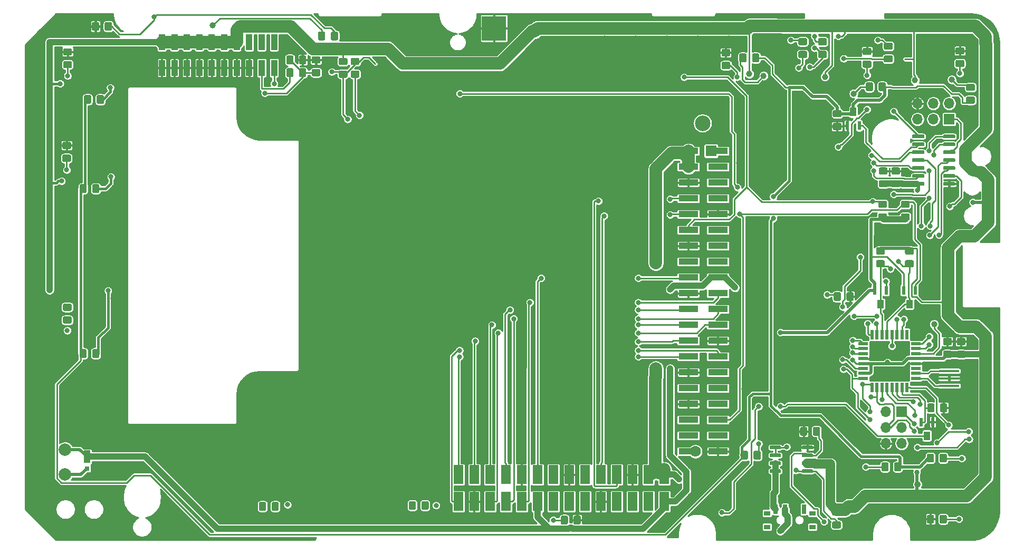
<source format=gbl>
G04 #@! TF.GenerationSoftware,KiCad,Pcbnew,(5.1.5)-3*
G04 #@! TF.CreationDate,2020-05-18T23:19:18-04:00*
G04 #@! TF.ProjectId,CPU,4350552e-6b69-4636-9164-5f7063625858,rev?*
G04 #@! TF.SameCoordinates,Original*
G04 #@! TF.FileFunction,Copper,L2,Bot*
G04 #@! TF.FilePolarity,Positive*
%FSLAX46Y46*%
G04 Gerber Fmt 4.6, Leading zero omitted, Abs format (unit mm)*
G04 Created by KiCad (PCBNEW (5.1.5)-3) date 2020-05-18 23:19:18*
%MOMM*%
%LPD*%
G04 APERTURE LIST*
%ADD10R,3.150000X1.000000*%
%ADD11C,1.778000*%
%ADD12R,1.778000X1.778000*%
%ADD13R,3.200000X0.400000*%
%ADD14C,0.100000*%
%ADD15C,2.000000*%
%ADD16R,0.800000X0.800000*%
%ADD17R,1.100000X2.000000*%
%ADD18R,0.600000X1.400000*%
%ADD19R,1.000000X1.400000*%
%ADD20R,1.000000X2.580000*%
%ADD21R,1.700000X1.700000*%
%ADD22O,1.700000X1.700000*%
%ADD23R,0.700000X1.500000*%
%ADD24R,1.000000X0.800000*%
%ADD25R,1.524000X3.048000*%
%ADD26R,1.600000X0.550000*%
%ADD27R,0.550000X1.600000*%
%ADD28R,4.000000X4.000000*%
%ADD29C,0.800000*%
%ADD30C,1.000000*%
%ADD31C,2.500000*%
%ADD32C,0.500000*%
%ADD33C,1.000000*%
%ADD34C,0.400000*%
%ADD35C,0.250000*%
%ADD36C,2.000000*%
%ADD37C,1.800000*%
%ADD38C,1.500000*%
%ADD39C,0.254000*%
G04 APERTURE END LIST*
D10*
X141970000Y-67970000D03*
D11*
X138330000Y-116230000D03*
D10*
X137230000Y-67970000D03*
X141970000Y-70510000D03*
X137230000Y-70510000D03*
X141970000Y-73050000D03*
X137230000Y-73050000D03*
X141970000Y-75590000D03*
X137230000Y-75590000D03*
X141970000Y-78130000D03*
X137230000Y-78130000D03*
X141970000Y-80670000D03*
X137230000Y-80670000D03*
X141970000Y-83210000D03*
X137230000Y-83210000D03*
X141970000Y-85750000D03*
X137230000Y-85750000D03*
X141970000Y-88290000D03*
X137230000Y-88290000D03*
X141970000Y-90830000D03*
X137230000Y-90830000D03*
X141970000Y-93370000D03*
X137230000Y-93370000D03*
X141970000Y-95910000D03*
X137230000Y-95910000D03*
X141970000Y-98450000D03*
X137230000Y-98450000D03*
X141970000Y-100990000D03*
X137230000Y-100990000D03*
X141970000Y-103530000D03*
X137230000Y-103530000D03*
X141970000Y-106070000D03*
X137230000Y-106070000D03*
X141970000Y-108610000D03*
X137230000Y-108610000D03*
X141970000Y-111150000D03*
X137230000Y-111150000D03*
X141970000Y-113690000D03*
X137230000Y-113690000D03*
X141970000Y-116230000D03*
X137230000Y-116230000D03*
D12*
X140870000Y-67970000D03*
D13*
X179070000Y-103300000D03*
X179070000Y-104500000D03*
X179070000Y-105700000D03*
G04 #@! TA.AperFunction,SMDPad,CuDef*
D14*
G36*
X157064703Y-115295722D02*
G01*
X157079264Y-115297882D01*
X157093543Y-115301459D01*
X157107403Y-115306418D01*
X157120710Y-115312712D01*
X157133336Y-115320280D01*
X157145159Y-115329048D01*
X157156066Y-115338934D01*
X157165952Y-115349841D01*
X157174720Y-115361664D01*
X157182288Y-115374290D01*
X157188582Y-115387597D01*
X157193541Y-115401457D01*
X157197118Y-115415736D01*
X157199278Y-115430297D01*
X157200000Y-115445000D01*
X157200000Y-115745000D01*
X157199278Y-115759703D01*
X157197118Y-115774264D01*
X157193541Y-115788543D01*
X157188582Y-115802403D01*
X157182288Y-115815710D01*
X157174720Y-115828336D01*
X157165952Y-115840159D01*
X157156066Y-115851066D01*
X157145159Y-115860952D01*
X157133336Y-115869720D01*
X157120710Y-115877288D01*
X157107403Y-115883582D01*
X157093543Y-115888541D01*
X157079264Y-115892118D01*
X157064703Y-115894278D01*
X157050000Y-115895000D01*
X155600000Y-115895000D01*
X155585297Y-115894278D01*
X155570736Y-115892118D01*
X155556457Y-115888541D01*
X155542597Y-115883582D01*
X155529290Y-115877288D01*
X155516664Y-115869720D01*
X155504841Y-115860952D01*
X155493934Y-115851066D01*
X155484048Y-115840159D01*
X155475280Y-115828336D01*
X155467712Y-115815710D01*
X155461418Y-115802403D01*
X155456459Y-115788543D01*
X155452882Y-115774264D01*
X155450722Y-115759703D01*
X155450000Y-115745000D01*
X155450000Y-115445000D01*
X155450722Y-115430297D01*
X155452882Y-115415736D01*
X155456459Y-115401457D01*
X155461418Y-115387597D01*
X155467712Y-115374290D01*
X155475280Y-115361664D01*
X155484048Y-115349841D01*
X155493934Y-115338934D01*
X155504841Y-115329048D01*
X155516664Y-115320280D01*
X155529290Y-115312712D01*
X155542597Y-115306418D01*
X155556457Y-115301459D01*
X155570736Y-115297882D01*
X155585297Y-115295722D01*
X155600000Y-115295000D01*
X157050000Y-115295000D01*
X157064703Y-115295722D01*
G37*
G04 #@! TD.AperFunction*
G04 #@! TA.AperFunction,SMDPad,CuDef*
G36*
X157064703Y-116565722D02*
G01*
X157079264Y-116567882D01*
X157093543Y-116571459D01*
X157107403Y-116576418D01*
X157120710Y-116582712D01*
X157133336Y-116590280D01*
X157145159Y-116599048D01*
X157156066Y-116608934D01*
X157165952Y-116619841D01*
X157174720Y-116631664D01*
X157182288Y-116644290D01*
X157188582Y-116657597D01*
X157193541Y-116671457D01*
X157197118Y-116685736D01*
X157199278Y-116700297D01*
X157200000Y-116715000D01*
X157200000Y-117015000D01*
X157199278Y-117029703D01*
X157197118Y-117044264D01*
X157193541Y-117058543D01*
X157188582Y-117072403D01*
X157182288Y-117085710D01*
X157174720Y-117098336D01*
X157165952Y-117110159D01*
X157156066Y-117121066D01*
X157145159Y-117130952D01*
X157133336Y-117139720D01*
X157120710Y-117147288D01*
X157107403Y-117153582D01*
X157093543Y-117158541D01*
X157079264Y-117162118D01*
X157064703Y-117164278D01*
X157050000Y-117165000D01*
X155600000Y-117165000D01*
X155585297Y-117164278D01*
X155570736Y-117162118D01*
X155556457Y-117158541D01*
X155542597Y-117153582D01*
X155529290Y-117147288D01*
X155516664Y-117139720D01*
X155504841Y-117130952D01*
X155493934Y-117121066D01*
X155484048Y-117110159D01*
X155475280Y-117098336D01*
X155467712Y-117085710D01*
X155461418Y-117072403D01*
X155456459Y-117058543D01*
X155452882Y-117044264D01*
X155450722Y-117029703D01*
X155450000Y-117015000D01*
X155450000Y-116715000D01*
X155450722Y-116700297D01*
X155452882Y-116685736D01*
X155456459Y-116671457D01*
X155461418Y-116657597D01*
X155467712Y-116644290D01*
X155475280Y-116631664D01*
X155484048Y-116619841D01*
X155493934Y-116608934D01*
X155504841Y-116599048D01*
X155516664Y-116590280D01*
X155529290Y-116582712D01*
X155542597Y-116576418D01*
X155556457Y-116571459D01*
X155570736Y-116567882D01*
X155585297Y-116565722D01*
X155600000Y-116565000D01*
X157050000Y-116565000D01*
X157064703Y-116565722D01*
G37*
G04 #@! TD.AperFunction*
G04 #@! TA.AperFunction,SMDPad,CuDef*
G36*
X157064703Y-117835722D02*
G01*
X157079264Y-117837882D01*
X157093543Y-117841459D01*
X157107403Y-117846418D01*
X157120710Y-117852712D01*
X157133336Y-117860280D01*
X157145159Y-117869048D01*
X157156066Y-117878934D01*
X157165952Y-117889841D01*
X157174720Y-117901664D01*
X157182288Y-117914290D01*
X157188582Y-117927597D01*
X157193541Y-117941457D01*
X157197118Y-117955736D01*
X157199278Y-117970297D01*
X157200000Y-117985000D01*
X157200000Y-118285000D01*
X157199278Y-118299703D01*
X157197118Y-118314264D01*
X157193541Y-118328543D01*
X157188582Y-118342403D01*
X157182288Y-118355710D01*
X157174720Y-118368336D01*
X157165952Y-118380159D01*
X157156066Y-118391066D01*
X157145159Y-118400952D01*
X157133336Y-118409720D01*
X157120710Y-118417288D01*
X157107403Y-118423582D01*
X157093543Y-118428541D01*
X157079264Y-118432118D01*
X157064703Y-118434278D01*
X157050000Y-118435000D01*
X155600000Y-118435000D01*
X155585297Y-118434278D01*
X155570736Y-118432118D01*
X155556457Y-118428541D01*
X155542597Y-118423582D01*
X155529290Y-118417288D01*
X155516664Y-118409720D01*
X155504841Y-118400952D01*
X155493934Y-118391066D01*
X155484048Y-118380159D01*
X155475280Y-118368336D01*
X155467712Y-118355710D01*
X155461418Y-118342403D01*
X155456459Y-118328543D01*
X155452882Y-118314264D01*
X155450722Y-118299703D01*
X155450000Y-118285000D01*
X155450000Y-117985000D01*
X155450722Y-117970297D01*
X155452882Y-117955736D01*
X155456459Y-117941457D01*
X155461418Y-117927597D01*
X155467712Y-117914290D01*
X155475280Y-117901664D01*
X155484048Y-117889841D01*
X155493934Y-117878934D01*
X155504841Y-117869048D01*
X155516664Y-117860280D01*
X155529290Y-117852712D01*
X155542597Y-117846418D01*
X155556457Y-117841459D01*
X155570736Y-117837882D01*
X155585297Y-117835722D01*
X155600000Y-117835000D01*
X157050000Y-117835000D01*
X157064703Y-117835722D01*
G37*
G04 #@! TD.AperFunction*
G04 #@! TA.AperFunction,SMDPad,CuDef*
G36*
X157064703Y-119105722D02*
G01*
X157079264Y-119107882D01*
X157093543Y-119111459D01*
X157107403Y-119116418D01*
X157120710Y-119122712D01*
X157133336Y-119130280D01*
X157145159Y-119139048D01*
X157156066Y-119148934D01*
X157165952Y-119159841D01*
X157174720Y-119171664D01*
X157182288Y-119184290D01*
X157188582Y-119197597D01*
X157193541Y-119211457D01*
X157197118Y-119225736D01*
X157199278Y-119240297D01*
X157200000Y-119255000D01*
X157200000Y-119555000D01*
X157199278Y-119569703D01*
X157197118Y-119584264D01*
X157193541Y-119598543D01*
X157188582Y-119612403D01*
X157182288Y-119625710D01*
X157174720Y-119638336D01*
X157165952Y-119650159D01*
X157156066Y-119661066D01*
X157145159Y-119670952D01*
X157133336Y-119679720D01*
X157120710Y-119687288D01*
X157107403Y-119693582D01*
X157093543Y-119698541D01*
X157079264Y-119702118D01*
X157064703Y-119704278D01*
X157050000Y-119705000D01*
X155600000Y-119705000D01*
X155585297Y-119704278D01*
X155570736Y-119702118D01*
X155556457Y-119698541D01*
X155542597Y-119693582D01*
X155529290Y-119687288D01*
X155516664Y-119679720D01*
X155504841Y-119670952D01*
X155493934Y-119661066D01*
X155484048Y-119650159D01*
X155475280Y-119638336D01*
X155467712Y-119625710D01*
X155461418Y-119612403D01*
X155456459Y-119598543D01*
X155452882Y-119584264D01*
X155450722Y-119569703D01*
X155450000Y-119555000D01*
X155450000Y-119255000D01*
X155450722Y-119240297D01*
X155452882Y-119225736D01*
X155456459Y-119211457D01*
X155461418Y-119197597D01*
X155467712Y-119184290D01*
X155475280Y-119171664D01*
X155484048Y-119159841D01*
X155493934Y-119148934D01*
X155504841Y-119139048D01*
X155516664Y-119130280D01*
X155529290Y-119122712D01*
X155542597Y-119116418D01*
X155556457Y-119111459D01*
X155570736Y-119107882D01*
X155585297Y-119105722D01*
X155600000Y-119105000D01*
X157050000Y-119105000D01*
X157064703Y-119105722D01*
G37*
G04 #@! TD.AperFunction*
G04 #@! TA.AperFunction,SMDPad,CuDef*
G36*
X151914703Y-119105722D02*
G01*
X151929264Y-119107882D01*
X151943543Y-119111459D01*
X151957403Y-119116418D01*
X151970710Y-119122712D01*
X151983336Y-119130280D01*
X151995159Y-119139048D01*
X152006066Y-119148934D01*
X152015952Y-119159841D01*
X152024720Y-119171664D01*
X152032288Y-119184290D01*
X152038582Y-119197597D01*
X152043541Y-119211457D01*
X152047118Y-119225736D01*
X152049278Y-119240297D01*
X152050000Y-119255000D01*
X152050000Y-119555000D01*
X152049278Y-119569703D01*
X152047118Y-119584264D01*
X152043541Y-119598543D01*
X152038582Y-119612403D01*
X152032288Y-119625710D01*
X152024720Y-119638336D01*
X152015952Y-119650159D01*
X152006066Y-119661066D01*
X151995159Y-119670952D01*
X151983336Y-119679720D01*
X151970710Y-119687288D01*
X151957403Y-119693582D01*
X151943543Y-119698541D01*
X151929264Y-119702118D01*
X151914703Y-119704278D01*
X151900000Y-119705000D01*
X150450000Y-119705000D01*
X150435297Y-119704278D01*
X150420736Y-119702118D01*
X150406457Y-119698541D01*
X150392597Y-119693582D01*
X150379290Y-119687288D01*
X150366664Y-119679720D01*
X150354841Y-119670952D01*
X150343934Y-119661066D01*
X150334048Y-119650159D01*
X150325280Y-119638336D01*
X150317712Y-119625710D01*
X150311418Y-119612403D01*
X150306459Y-119598543D01*
X150302882Y-119584264D01*
X150300722Y-119569703D01*
X150300000Y-119555000D01*
X150300000Y-119255000D01*
X150300722Y-119240297D01*
X150302882Y-119225736D01*
X150306459Y-119211457D01*
X150311418Y-119197597D01*
X150317712Y-119184290D01*
X150325280Y-119171664D01*
X150334048Y-119159841D01*
X150343934Y-119148934D01*
X150354841Y-119139048D01*
X150366664Y-119130280D01*
X150379290Y-119122712D01*
X150392597Y-119116418D01*
X150406457Y-119111459D01*
X150420736Y-119107882D01*
X150435297Y-119105722D01*
X150450000Y-119105000D01*
X151900000Y-119105000D01*
X151914703Y-119105722D01*
G37*
G04 #@! TD.AperFunction*
G04 #@! TA.AperFunction,SMDPad,CuDef*
G36*
X151914703Y-117835722D02*
G01*
X151929264Y-117837882D01*
X151943543Y-117841459D01*
X151957403Y-117846418D01*
X151970710Y-117852712D01*
X151983336Y-117860280D01*
X151995159Y-117869048D01*
X152006066Y-117878934D01*
X152015952Y-117889841D01*
X152024720Y-117901664D01*
X152032288Y-117914290D01*
X152038582Y-117927597D01*
X152043541Y-117941457D01*
X152047118Y-117955736D01*
X152049278Y-117970297D01*
X152050000Y-117985000D01*
X152050000Y-118285000D01*
X152049278Y-118299703D01*
X152047118Y-118314264D01*
X152043541Y-118328543D01*
X152038582Y-118342403D01*
X152032288Y-118355710D01*
X152024720Y-118368336D01*
X152015952Y-118380159D01*
X152006066Y-118391066D01*
X151995159Y-118400952D01*
X151983336Y-118409720D01*
X151970710Y-118417288D01*
X151957403Y-118423582D01*
X151943543Y-118428541D01*
X151929264Y-118432118D01*
X151914703Y-118434278D01*
X151900000Y-118435000D01*
X150450000Y-118435000D01*
X150435297Y-118434278D01*
X150420736Y-118432118D01*
X150406457Y-118428541D01*
X150392597Y-118423582D01*
X150379290Y-118417288D01*
X150366664Y-118409720D01*
X150354841Y-118400952D01*
X150343934Y-118391066D01*
X150334048Y-118380159D01*
X150325280Y-118368336D01*
X150317712Y-118355710D01*
X150311418Y-118342403D01*
X150306459Y-118328543D01*
X150302882Y-118314264D01*
X150300722Y-118299703D01*
X150300000Y-118285000D01*
X150300000Y-117985000D01*
X150300722Y-117970297D01*
X150302882Y-117955736D01*
X150306459Y-117941457D01*
X150311418Y-117927597D01*
X150317712Y-117914290D01*
X150325280Y-117901664D01*
X150334048Y-117889841D01*
X150343934Y-117878934D01*
X150354841Y-117869048D01*
X150366664Y-117860280D01*
X150379290Y-117852712D01*
X150392597Y-117846418D01*
X150406457Y-117841459D01*
X150420736Y-117837882D01*
X150435297Y-117835722D01*
X150450000Y-117835000D01*
X151900000Y-117835000D01*
X151914703Y-117835722D01*
G37*
G04 #@! TD.AperFunction*
G04 #@! TA.AperFunction,SMDPad,CuDef*
G36*
X151914703Y-116565722D02*
G01*
X151929264Y-116567882D01*
X151943543Y-116571459D01*
X151957403Y-116576418D01*
X151970710Y-116582712D01*
X151983336Y-116590280D01*
X151995159Y-116599048D01*
X152006066Y-116608934D01*
X152015952Y-116619841D01*
X152024720Y-116631664D01*
X152032288Y-116644290D01*
X152038582Y-116657597D01*
X152043541Y-116671457D01*
X152047118Y-116685736D01*
X152049278Y-116700297D01*
X152050000Y-116715000D01*
X152050000Y-117015000D01*
X152049278Y-117029703D01*
X152047118Y-117044264D01*
X152043541Y-117058543D01*
X152038582Y-117072403D01*
X152032288Y-117085710D01*
X152024720Y-117098336D01*
X152015952Y-117110159D01*
X152006066Y-117121066D01*
X151995159Y-117130952D01*
X151983336Y-117139720D01*
X151970710Y-117147288D01*
X151957403Y-117153582D01*
X151943543Y-117158541D01*
X151929264Y-117162118D01*
X151914703Y-117164278D01*
X151900000Y-117165000D01*
X150450000Y-117165000D01*
X150435297Y-117164278D01*
X150420736Y-117162118D01*
X150406457Y-117158541D01*
X150392597Y-117153582D01*
X150379290Y-117147288D01*
X150366664Y-117139720D01*
X150354841Y-117130952D01*
X150343934Y-117121066D01*
X150334048Y-117110159D01*
X150325280Y-117098336D01*
X150317712Y-117085710D01*
X150311418Y-117072403D01*
X150306459Y-117058543D01*
X150302882Y-117044264D01*
X150300722Y-117029703D01*
X150300000Y-117015000D01*
X150300000Y-116715000D01*
X150300722Y-116700297D01*
X150302882Y-116685736D01*
X150306459Y-116671457D01*
X150311418Y-116657597D01*
X150317712Y-116644290D01*
X150325280Y-116631664D01*
X150334048Y-116619841D01*
X150343934Y-116608934D01*
X150354841Y-116599048D01*
X150366664Y-116590280D01*
X150379290Y-116582712D01*
X150392597Y-116576418D01*
X150406457Y-116571459D01*
X150420736Y-116567882D01*
X150435297Y-116565722D01*
X150450000Y-116565000D01*
X151900000Y-116565000D01*
X151914703Y-116565722D01*
G37*
G04 #@! TD.AperFunction*
G04 #@! TA.AperFunction,SMDPad,CuDef*
G36*
X151914703Y-115295722D02*
G01*
X151929264Y-115297882D01*
X151943543Y-115301459D01*
X151957403Y-115306418D01*
X151970710Y-115312712D01*
X151983336Y-115320280D01*
X151995159Y-115329048D01*
X152006066Y-115338934D01*
X152015952Y-115349841D01*
X152024720Y-115361664D01*
X152032288Y-115374290D01*
X152038582Y-115387597D01*
X152043541Y-115401457D01*
X152047118Y-115415736D01*
X152049278Y-115430297D01*
X152050000Y-115445000D01*
X152050000Y-115745000D01*
X152049278Y-115759703D01*
X152047118Y-115774264D01*
X152043541Y-115788543D01*
X152038582Y-115802403D01*
X152032288Y-115815710D01*
X152024720Y-115828336D01*
X152015952Y-115840159D01*
X152006066Y-115851066D01*
X151995159Y-115860952D01*
X151983336Y-115869720D01*
X151970710Y-115877288D01*
X151957403Y-115883582D01*
X151943543Y-115888541D01*
X151929264Y-115892118D01*
X151914703Y-115894278D01*
X151900000Y-115895000D01*
X150450000Y-115895000D01*
X150435297Y-115894278D01*
X150420736Y-115892118D01*
X150406457Y-115888541D01*
X150392597Y-115883582D01*
X150379290Y-115877288D01*
X150366664Y-115869720D01*
X150354841Y-115860952D01*
X150343934Y-115851066D01*
X150334048Y-115840159D01*
X150325280Y-115828336D01*
X150317712Y-115815710D01*
X150311418Y-115802403D01*
X150306459Y-115788543D01*
X150302882Y-115774264D01*
X150300722Y-115759703D01*
X150300000Y-115745000D01*
X150300000Y-115445000D01*
X150300722Y-115430297D01*
X150302882Y-115415736D01*
X150306459Y-115401457D01*
X150311418Y-115387597D01*
X150317712Y-115374290D01*
X150325280Y-115361664D01*
X150334048Y-115349841D01*
X150343934Y-115338934D01*
X150354841Y-115329048D01*
X150366664Y-115320280D01*
X150379290Y-115312712D01*
X150392597Y-115306418D01*
X150406457Y-115301459D01*
X150420736Y-115297882D01*
X150435297Y-115295722D01*
X150450000Y-115295000D01*
X151900000Y-115295000D01*
X151914703Y-115295722D01*
G37*
G04 #@! TD.AperFunction*
G04 #@! TA.AperFunction,SMDPad,CuDef*
G36*
X168974505Y-72651204D02*
G01*
X168998773Y-72654804D01*
X169022572Y-72660765D01*
X169045671Y-72669030D01*
X169067850Y-72679520D01*
X169088893Y-72692132D01*
X169108599Y-72706747D01*
X169126777Y-72723223D01*
X169143253Y-72741401D01*
X169157868Y-72761107D01*
X169170480Y-72782150D01*
X169180970Y-72804329D01*
X169189235Y-72827428D01*
X169195196Y-72851227D01*
X169198796Y-72875495D01*
X169200000Y-72899999D01*
X169200000Y-73550001D01*
X169198796Y-73574505D01*
X169195196Y-73598773D01*
X169189235Y-73622572D01*
X169180970Y-73645671D01*
X169170480Y-73667850D01*
X169157868Y-73688893D01*
X169143253Y-73708599D01*
X169126777Y-73726777D01*
X169108599Y-73743253D01*
X169088893Y-73757868D01*
X169067850Y-73770480D01*
X169045671Y-73780970D01*
X169022572Y-73789235D01*
X168998773Y-73795196D01*
X168974505Y-73798796D01*
X168950001Y-73800000D01*
X168049999Y-73800000D01*
X168025495Y-73798796D01*
X168001227Y-73795196D01*
X167977428Y-73789235D01*
X167954329Y-73780970D01*
X167932150Y-73770480D01*
X167911107Y-73757868D01*
X167891401Y-73743253D01*
X167873223Y-73726777D01*
X167856747Y-73708599D01*
X167842132Y-73688893D01*
X167829520Y-73667850D01*
X167819030Y-73645671D01*
X167810765Y-73622572D01*
X167804804Y-73598773D01*
X167801204Y-73574505D01*
X167800000Y-73550001D01*
X167800000Y-72899999D01*
X167801204Y-72875495D01*
X167804804Y-72851227D01*
X167810765Y-72827428D01*
X167819030Y-72804329D01*
X167829520Y-72782150D01*
X167842132Y-72761107D01*
X167856747Y-72741401D01*
X167873223Y-72723223D01*
X167891401Y-72706747D01*
X167911107Y-72692132D01*
X167932150Y-72679520D01*
X167954329Y-72669030D01*
X167977428Y-72660765D01*
X168001227Y-72654804D01*
X168025495Y-72651204D01*
X168049999Y-72650000D01*
X168950001Y-72650000D01*
X168974505Y-72651204D01*
G37*
G04 #@! TD.AperFunction*
G04 #@! TA.AperFunction,SMDPad,CuDef*
G36*
X168974505Y-70601204D02*
G01*
X168998773Y-70604804D01*
X169022572Y-70610765D01*
X169045671Y-70619030D01*
X169067850Y-70629520D01*
X169088893Y-70642132D01*
X169108599Y-70656747D01*
X169126777Y-70673223D01*
X169143253Y-70691401D01*
X169157868Y-70711107D01*
X169170480Y-70732150D01*
X169180970Y-70754329D01*
X169189235Y-70777428D01*
X169195196Y-70801227D01*
X169198796Y-70825495D01*
X169200000Y-70849999D01*
X169200000Y-71500001D01*
X169198796Y-71524505D01*
X169195196Y-71548773D01*
X169189235Y-71572572D01*
X169180970Y-71595671D01*
X169170480Y-71617850D01*
X169157868Y-71638893D01*
X169143253Y-71658599D01*
X169126777Y-71676777D01*
X169108599Y-71693253D01*
X169088893Y-71707868D01*
X169067850Y-71720480D01*
X169045671Y-71730970D01*
X169022572Y-71739235D01*
X168998773Y-71745196D01*
X168974505Y-71748796D01*
X168950001Y-71750000D01*
X168049999Y-71750000D01*
X168025495Y-71748796D01*
X168001227Y-71745196D01*
X167977428Y-71739235D01*
X167954329Y-71730970D01*
X167932150Y-71720480D01*
X167911107Y-71707868D01*
X167891401Y-71693253D01*
X167873223Y-71676777D01*
X167856747Y-71658599D01*
X167842132Y-71638893D01*
X167829520Y-71617850D01*
X167819030Y-71595671D01*
X167810765Y-71572572D01*
X167804804Y-71548773D01*
X167801204Y-71524505D01*
X167800000Y-71500001D01*
X167800000Y-70849999D01*
X167801204Y-70825495D01*
X167804804Y-70801227D01*
X167810765Y-70777428D01*
X167819030Y-70754329D01*
X167829520Y-70732150D01*
X167842132Y-70711107D01*
X167856747Y-70691401D01*
X167873223Y-70673223D01*
X167891401Y-70656747D01*
X167911107Y-70642132D01*
X167932150Y-70629520D01*
X167954329Y-70619030D01*
X167977428Y-70610765D01*
X168001227Y-70604804D01*
X168025495Y-70601204D01*
X168049999Y-70600000D01*
X168950001Y-70600000D01*
X168974505Y-70601204D01*
G37*
G04 #@! TD.AperFunction*
G04 #@! TA.AperFunction,SMDPad,CuDef*
G36*
X170974505Y-70601204D02*
G01*
X170998773Y-70604804D01*
X171022572Y-70610765D01*
X171045671Y-70619030D01*
X171067850Y-70629520D01*
X171088893Y-70642132D01*
X171108599Y-70656747D01*
X171126777Y-70673223D01*
X171143253Y-70691401D01*
X171157868Y-70711107D01*
X171170480Y-70732150D01*
X171180970Y-70754329D01*
X171189235Y-70777428D01*
X171195196Y-70801227D01*
X171198796Y-70825495D01*
X171200000Y-70849999D01*
X171200000Y-71500001D01*
X171198796Y-71524505D01*
X171195196Y-71548773D01*
X171189235Y-71572572D01*
X171180970Y-71595671D01*
X171170480Y-71617850D01*
X171157868Y-71638893D01*
X171143253Y-71658599D01*
X171126777Y-71676777D01*
X171108599Y-71693253D01*
X171088893Y-71707868D01*
X171067850Y-71720480D01*
X171045671Y-71730970D01*
X171022572Y-71739235D01*
X170998773Y-71745196D01*
X170974505Y-71748796D01*
X170950001Y-71750000D01*
X170049999Y-71750000D01*
X170025495Y-71748796D01*
X170001227Y-71745196D01*
X169977428Y-71739235D01*
X169954329Y-71730970D01*
X169932150Y-71720480D01*
X169911107Y-71707868D01*
X169891401Y-71693253D01*
X169873223Y-71676777D01*
X169856747Y-71658599D01*
X169842132Y-71638893D01*
X169829520Y-71617850D01*
X169819030Y-71595671D01*
X169810765Y-71572572D01*
X169804804Y-71548773D01*
X169801204Y-71524505D01*
X169800000Y-71500001D01*
X169800000Y-70849999D01*
X169801204Y-70825495D01*
X169804804Y-70801227D01*
X169810765Y-70777428D01*
X169819030Y-70754329D01*
X169829520Y-70732150D01*
X169842132Y-70711107D01*
X169856747Y-70691401D01*
X169873223Y-70673223D01*
X169891401Y-70656747D01*
X169911107Y-70642132D01*
X169932150Y-70629520D01*
X169954329Y-70619030D01*
X169977428Y-70610765D01*
X170001227Y-70604804D01*
X170025495Y-70601204D01*
X170049999Y-70600000D01*
X170950001Y-70600000D01*
X170974505Y-70601204D01*
G37*
G04 #@! TD.AperFunction*
G04 #@! TA.AperFunction,SMDPad,CuDef*
G36*
X170974505Y-72651204D02*
G01*
X170998773Y-72654804D01*
X171022572Y-72660765D01*
X171045671Y-72669030D01*
X171067850Y-72679520D01*
X171088893Y-72692132D01*
X171108599Y-72706747D01*
X171126777Y-72723223D01*
X171143253Y-72741401D01*
X171157868Y-72761107D01*
X171170480Y-72782150D01*
X171180970Y-72804329D01*
X171189235Y-72827428D01*
X171195196Y-72851227D01*
X171198796Y-72875495D01*
X171200000Y-72899999D01*
X171200000Y-73550001D01*
X171198796Y-73574505D01*
X171195196Y-73598773D01*
X171189235Y-73622572D01*
X171180970Y-73645671D01*
X171170480Y-73667850D01*
X171157868Y-73688893D01*
X171143253Y-73708599D01*
X171126777Y-73726777D01*
X171108599Y-73743253D01*
X171088893Y-73757868D01*
X171067850Y-73770480D01*
X171045671Y-73780970D01*
X171022572Y-73789235D01*
X170998773Y-73795196D01*
X170974505Y-73798796D01*
X170950001Y-73800000D01*
X170049999Y-73800000D01*
X170025495Y-73798796D01*
X170001227Y-73795196D01*
X169977428Y-73789235D01*
X169954329Y-73780970D01*
X169932150Y-73770480D01*
X169911107Y-73757868D01*
X169891401Y-73743253D01*
X169873223Y-73726777D01*
X169856747Y-73708599D01*
X169842132Y-73688893D01*
X169829520Y-73667850D01*
X169819030Y-73645671D01*
X169810765Y-73622572D01*
X169804804Y-73598773D01*
X169801204Y-73574505D01*
X169800000Y-73550001D01*
X169800000Y-72899999D01*
X169801204Y-72875495D01*
X169804804Y-72851227D01*
X169810765Y-72827428D01*
X169819030Y-72804329D01*
X169829520Y-72782150D01*
X169842132Y-72761107D01*
X169856747Y-72741401D01*
X169873223Y-72723223D01*
X169891401Y-72706747D01*
X169911107Y-72692132D01*
X169932150Y-72679520D01*
X169954329Y-72669030D01*
X169977428Y-72660765D01*
X170001227Y-72654804D01*
X170025495Y-72651204D01*
X170049999Y-72650000D01*
X170950001Y-72650000D01*
X170974505Y-72651204D01*
G37*
G04 #@! TD.AperFunction*
G04 #@! TA.AperFunction,SMDPad,CuDef*
G36*
X161574505Y-63451204D02*
G01*
X161598773Y-63454804D01*
X161622572Y-63460765D01*
X161645671Y-63469030D01*
X161667850Y-63479520D01*
X161688893Y-63492132D01*
X161708599Y-63506747D01*
X161726777Y-63523223D01*
X161743253Y-63541401D01*
X161757868Y-63561107D01*
X161770480Y-63582150D01*
X161780970Y-63604329D01*
X161789235Y-63627428D01*
X161795196Y-63651227D01*
X161798796Y-63675495D01*
X161800000Y-63699999D01*
X161800000Y-64350001D01*
X161798796Y-64374505D01*
X161795196Y-64398773D01*
X161789235Y-64422572D01*
X161780970Y-64445671D01*
X161770480Y-64467850D01*
X161757868Y-64488893D01*
X161743253Y-64508599D01*
X161726777Y-64526777D01*
X161708599Y-64543253D01*
X161688893Y-64557868D01*
X161667850Y-64570480D01*
X161645671Y-64580970D01*
X161622572Y-64589235D01*
X161598773Y-64595196D01*
X161574505Y-64598796D01*
X161550001Y-64600000D01*
X160649999Y-64600000D01*
X160625495Y-64598796D01*
X160601227Y-64595196D01*
X160577428Y-64589235D01*
X160554329Y-64580970D01*
X160532150Y-64570480D01*
X160511107Y-64557868D01*
X160491401Y-64543253D01*
X160473223Y-64526777D01*
X160456747Y-64508599D01*
X160442132Y-64488893D01*
X160429520Y-64467850D01*
X160419030Y-64445671D01*
X160410765Y-64422572D01*
X160404804Y-64398773D01*
X160401204Y-64374505D01*
X160400000Y-64350001D01*
X160400000Y-63699999D01*
X160401204Y-63675495D01*
X160404804Y-63651227D01*
X160410765Y-63627428D01*
X160419030Y-63604329D01*
X160429520Y-63582150D01*
X160442132Y-63561107D01*
X160456747Y-63541401D01*
X160473223Y-63523223D01*
X160491401Y-63506747D01*
X160511107Y-63492132D01*
X160532150Y-63479520D01*
X160554329Y-63469030D01*
X160577428Y-63460765D01*
X160601227Y-63454804D01*
X160625495Y-63451204D01*
X160649999Y-63450000D01*
X161550001Y-63450000D01*
X161574505Y-63451204D01*
G37*
G04 #@! TD.AperFunction*
G04 #@! TA.AperFunction,SMDPad,CuDef*
G36*
X161574505Y-61401204D02*
G01*
X161598773Y-61404804D01*
X161622572Y-61410765D01*
X161645671Y-61419030D01*
X161667850Y-61429520D01*
X161688893Y-61442132D01*
X161708599Y-61456747D01*
X161726777Y-61473223D01*
X161743253Y-61491401D01*
X161757868Y-61511107D01*
X161770480Y-61532150D01*
X161780970Y-61554329D01*
X161789235Y-61577428D01*
X161795196Y-61601227D01*
X161798796Y-61625495D01*
X161800000Y-61649999D01*
X161800000Y-62300001D01*
X161798796Y-62324505D01*
X161795196Y-62348773D01*
X161789235Y-62372572D01*
X161780970Y-62395671D01*
X161770480Y-62417850D01*
X161757868Y-62438893D01*
X161743253Y-62458599D01*
X161726777Y-62476777D01*
X161708599Y-62493253D01*
X161688893Y-62507868D01*
X161667850Y-62520480D01*
X161645671Y-62530970D01*
X161622572Y-62539235D01*
X161598773Y-62545196D01*
X161574505Y-62548796D01*
X161550001Y-62550000D01*
X160649999Y-62550000D01*
X160625495Y-62548796D01*
X160601227Y-62545196D01*
X160577428Y-62539235D01*
X160554329Y-62530970D01*
X160532150Y-62520480D01*
X160511107Y-62507868D01*
X160491401Y-62493253D01*
X160473223Y-62476777D01*
X160456747Y-62458599D01*
X160442132Y-62438893D01*
X160429520Y-62417850D01*
X160419030Y-62395671D01*
X160410765Y-62372572D01*
X160404804Y-62348773D01*
X160401204Y-62324505D01*
X160400000Y-62300001D01*
X160400000Y-61649999D01*
X160401204Y-61625495D01*
X160404804Y-61601227D01*
X160410765Y-61577428D01*
X160419030Y-61554329D01*
X160429520Y-61532150D01*
X160442132Y-61511107D01*
X160456747Y-61491401D01*
X160473223Y-61473223D01*
X160491401Y-61456747D01*
X160511107Y-61442132D01*
X160532150Y-61429520D01*
X160554329Y-61419030D01*
X160577428Y-61410765D01*
X160601227Y-61404804D01*
X160625495Y-61401204D01*
X160649999Y-61400000D01*
X161550001Y-61400000D01*
X161574505Y-61401204D01*
G37*
G04 #@! TD.AperFunction*
D15*
X37200000Y-119910000D03*
X37200000Y-115910000D03*
D16*
X40700000Y-118960000D03*
D17*
X40700000Y-117060000D03*
D18*
X164650000Y-63900000D03*
X162750000Y-63900000D03*
D19*
X163700000Y-61700000D03*
X175500000Y-113700000D03*
D18*
X176450000Y-111500000D03*
X174550000Y-111500000D03*
D20*
X52740000Y-50462520D03*
X52740000Y-54632520D03*
X54740000Y-50462520D03*
X54740000Y-54632520D03*
X56740000Y-50462520D03*
X56740000Y-54632520D03*
X58740000Y-50462520D03*
X58740000Y-54632520D03*
X60740000Y-50462520D03*
X60740000Y-54632520D03*
X62740000Y-50462520D03*
X62740000Y-54632520D03*
X64740000Y-50462520D03*
X64740000Y-54632520D03*
X66740000Y-50462520D03*
X66740000Y-54632520D03*
X68740000Y-50462520D03*
X68740000Y-54632520D03*
X70740000Y-50462520D03*
X70740000Y-54632520D03*
G04 #@! TA.AperFunction,SMDPad,CuDef*
D14*
G36*
X38074505Y-51476204D02*
G01*
X38098773Y-51479804D01*
X38122572Y-51485765D01*
X38145671Y-51494030D01*
X38167850Y-51504520D01*
X38188893Y-51517132D01*
X38208599Y-51531747D01*
X38226777Y-51548223D01*
X38243253Y-51566401D01*
X38257868Y-51586107D01*
X38270480Y-51607150D01*
X38280970Y-51629329D01*
X38289235Y-51652428D01*
X38295196Y-51676227D01*
X38298796Y-51700495D01*
X38300000Y-51724999D01*
X38300000Y-52375001D01*
X38298796Y-52399505D01*
X38295196Y-52423773D01*
X38289235Y-52447572D01*
X38280970Y-52470671D01*
X38270480Y-52492850D01*
X38257868Y-52513893D01*
X38243253Y-52533599D01*
X38226777Y-52551777D01*
X38208599Y-52568253D01*
X38188893Y-52582868D01*
X38167850Y-52595480D01*
X38145671Y-52605970D01*
X38122572Y-52614235D01*
X38098773Y-52620196D01*
X38074505Y-52623796D01*
X38050001Y-52625000D01*
X37149999Y-52625000D01*
X37125495Y-52623796D01*
X37101227Y-52620196D01*
X37077428Y-52614235D01*
X37054329Y-52605970D01*
X37032150Y-52595480D01*
X37011107Y-52582868D01*
X36991401Y-52568253D01*
X36973223Y-52551777D01*
X36956747Y-52533599D01*
X36942132Y-52513893D01*
X36929520Y-52492850D01*
X36919030Y-52470671D01*
X36910765Y-52447572D01*
X36904804Y-52423773D01*
X36901204Y-52399505D01*
X36900000Y-52375001D01*
X36900000Y-51724999D01*
X36901204Y-51700495D01*
X36904804Y-51676227D01*
X36910765Y-51652428D01*
X36919030Y-51629329D01*
X36929520Y-51607150D01*
X36942132Y-51586107D01*
X36956747Y-51566401D01*
X36973223Y-51548223D01*
X36991401Y-51531747D01*
X37011107Y-51517132D01*
X37032150Y-51504520D01*
X37054329Y-51494030D01*
X37077428Y-51485765D01*
X37101227Y-51479804D01*
X37125495Y-51476204D01*
X37149999Y-51475000D01*
X38050001Y-51475000D01*
X38074505Y-51476204D01*
G37*
G04 #@! TD.AperFunction*
G04 #@! TA.AperFunction,SMDPad,CuDef*
G36*
X38074505Y-53526204D02*
G01*
X38098773Y-53529804D01*
X38122572Y-53535765D01*
X38145671Y-53544030D01*
X38167850Y-53554520D01*
X38188893Y-53567132D01*
X38208599Y-53581747D01*
X38226777Y-53598223D01*
X38243253Y-53616401D01*
X38257868Y-53636107D01*
X38270480Y-53657150D01*
X38280970Y-53679329D01*
X38289235Y-53702428D01*
X38295196Y-53726227D01*
X38298796Y-53750495D01*
X38300000Y-53774999D01*
X38300000Y-54425001D01*
X38298796Y-54449505D01*
X38295196Y-54473773D01*
X38289235Y-54497572D01*
X38280970Y-54520671D01*
X38270480Y-54542850D01*
X38257868Y-54563893D01*
X38243253Y-54583599D01*
X38226777Y-54601777D01*
X38208599Y-54618253D01*
X38188893Y-54632868D01*
X38167850Y-54645480D01*
X38145671Y-54655970D01*
X38122572Y-54664235D01*
X38098773Y-54670196D01*
X38074505Y-54673796D01*
X38050001Y-54675000D01*
X37149999Y-54675000D01*
X37125495Y-54673796D01*
X37101227Y-54670196D01*
X37077428Y-54664235D01*
X37054329Y-54655970D01*
X37032150Y-54645480D01*
X37011107Y-54632868D01*
X36991401Y-54618253D01*
X36973223Y-54601777D01*
X36956747Y-54583599D01*
X36942132Y-54563893D01*
X36929520Y-54542850D01*
X36919030Y-54520671D01*
X36910765Y-54497572D01*
X36904804Y-54473773D01*
X36901204Y-54449505D01*
X36900000Y-54425001D01*
X36900000Y-53774999D01*
X36901204Y-53750495D01*
X36904804Y-53726227D01*
X36910765Y-53702428D01*
X36919030Y-53679329D01*
X36929520Y-53657150D01*
X36942132Y-53636107D01*
X36956747Y-53616401D01*
X36973223Y-53598223D01*
X36991401Y-53581747D01*
X37011107Y-53567132D01*
X37032150Y-53554520D01*
X37054329Y-53544030D01*
X37077428Y-53535765D01*
X37101227Y-53529804D01*
X37125495Y-53526204D01*
X37149999Y-53525000D01*
X38050001Y-53525000D01*
X38074505Y-53526204D01*
G37*
G04 #@! TD.AperFunction*
G04 #@! TA.AperFunction,SMDPad,CuDef*
G36*
X37924505Y-68551204D02*
G01*
X37948773Y-68554804D01*
X37972572Y-68560765D01*
X37995671Y-68569030D01*
X38017850Y-68579520D01*
X38038893Y-68592132D01*
X38058599Y-68606747D01*
X38076777Y-68623223D01*
X38093253Y-68641401D01*
X38107868Y-68661107D01*
X38120480Y-68682150D01*
X38130970Y-68704329D01*
X38139235Y-68727428D01*
X38145196Y-68751227D01*
X38148796Y-68775495D01*
X38150000Y-68799999D01*
X38150000Y-69450001D01*
X38148796Y-69474505D01*
X38145196Y-69498773D01*
X38139235Y-69522572D01*
X38130970Y-69545671D01*
X38120480Y-69567850D01*
X38107868Y-69588893D01*
X38093253Y-69608599D01*
X38076777Y-69626777D01*
X38058599Y-69643253D01*
X38038893Y-69657868D01*
X38017850Y-69670480D01*
X37995671Y-69680970D01*
X37972572Y-69689235D01*
X37948773Y-69695196D01*
X37924505Y-69698796D01*
X37900001Y-69700000D01*
X36999999Y-69700000D01*
X36975495Y-69698796D01*
X36951227Y-69695196D01*
X36927428Y-69689235D01*
X36904329Y-69680970D01*
X36882150Y-69670480D01*
X36861107Y-69657868D01*
X36841401Y-69643253D01*
X36823223Y-69626777D01*
X36806747Y-69608599D01*
X36792132Y-69588893D01*
X36779520Y-69567850D01*
X36769030Y-69545671D01*
X36760765Y-69522572D01*
X36754804Y-69498773D01*
X36751204Y-69474505D01*
X36750000Y-69450001D01*
X36750000Y-68799999D01*
X36751204Y-68775495D01*
X36754804Y-68751227D01*
X36760765Y-68727428D01*
X36769030Y-68704329D01*
X36779520Y-68682150D01*
X36792132Y-68661107D01*
X36806747Y-68641401D01*
X36823223Y-68623223D01*
X36841401Y-68606747D01*
X36861107Y-68592132D01*
X36882150Y-68579520D01*
X36904329Y-68569030D01*
X36927428Y-68560765D01*
X36951227Y-68554804D01*
X36975495Y-68551204D01*
X36999999Y-68550000D01*
X37900001Y-68550000D01*
X37924505Y-68551204D01*
G37*
G04 #@! TD.AperFunction*
G04 #@! TA.AperFunction,SMDPad,CuDef*
G36*
X37924505Y-66501204D02*
G01*
X37948773Y-66504804D01*
X37972572Y-66510765D01*
X37995671Y-66519030D01*
X38017850Y-66529520D01*
X38038893Y-66542132D01*
X38058599Y-66556747D01*
X38076777Y-66573223D01*
X38093253Y-66591401D01*
X38107868Y-66611107D01*
X38120480Y-66632150D01*
X38130970Y-66654329D01*
X38139235Y-66677428D01*
X38145196Y-66701227D01*
X38148796Y-66725495D01*
X38150000Y-66749999D01*
X38150000Y-67400001D01*
X38148796Y-67424505D01*
X38145196Y-67448773D01*
X38139235Y-67472572D01*
X38130970Y-67495671D01*
X38120480Y-67517850D01*
X38107868Y-67538893D01*
X38093253Y-67558599D01*
X38076777Y-67576777D01*
X38058599Y-67593253D01*
X38038893Y-67607868D01*
X38017850Y-67620480D01*
X37995671Y-67630970D01*
X37972572Y-67639235D01*
X37948773Y-67645196D01*
X37924505Y-67648796D01*
X37900001Y-67650000D01*
X36999999Y-67650000D01*
X36975495Y-67648796D01*
X36951227Y-67645196D01*
X36927428Y-67639235D01*
X36904329Y-67630970D01*
X36882150Y-67620480D01*
X36861107Y-67607868D01*
X36841401Y-67593253D01*
X36823223Y-67576777D01*
X36806747Y-67558599D01*
X36792132Y-67538893D01*
X36779520Y-67517850D01*
X36769030Y-67495671D01*
X36760765Y-67472572D01*
X36754804Y-67448773D01*
X36751204Y-67424505D01*
X36750000Y-67400001D01*
X36750000Y-66749999D01*
X36751204Y-66725495D01*
X36754804Y-66701227D01*
X36760765Y-66677428D01*
X36769030Y-66654329D01*
X36779520Y-66632150D01*
X36792132Y-66611107D01*
X36806747Y-66591401D01*
X36823223Y-66573223D01*
X36841401Y-66556747D01*
X36861107Y-66542132D01*
X36882150Y-66529520D01*
X36904329Y-66519030D01*
X36927428Y-66510765D01*
X36951227Y-66504804D01*
X36975495Y-66501204D01*
X36999999Y-66500000D01*
X37900001Y-66500000D01*
X37924505Y-66501204D01*
G37*
G04 #@! TD.AperFunction*
G04 #@! TA.AperFunction,SMDPad,CuDef*
G36*
X38024505Y-92501204D02*
G01*
X38048773Y-92504804D01*
X38072572Y-92510765D01*
X38095671Y-92519030D01*
X38117850Y-92529520D01*
X38138893Y-92542132D01*
X38158599Y-92556747D01*
X38176777Y-92573223D01*
X38193253Y-92591401D01*
X38207868Y-92611107D01*
X38220480Y-92632150D01*
X38230970Y-92654329D01*
X38239235Y-92677428D01*
X38245196Y-92701227D01*
X38248796Y-92725495D01*
X38250000Y-92749999D01*
X38250000Y-93400001D01*
X38248796Y-93424505D01*
X38245196Y-93448773D01*
X38239235Y-93472572D01*
X38230970Y-93495671D01*
X38220480Y-93517850D01*
X38207868Y-93538893D01*
X38193253Y-93558599D01*
X38176777Y-93576777D01*
X38158599Y-93593253D01*
X38138893Y-93607868D01*
X38117850Y-93620480D01*
X38095671Y-93630970D01*
X38072572Y-93639235D01*
X38048773Y-93645196D01*
X38024505Y-93648796D01*
X38000001Y-93650000D01*
X37099999Y-93650000D01*
X37075495Y-93648796D01*
X37051227Y-93645196D01*
X37027428Y-93639235D01*
X37004329Y-93630970D01*
X36982150Y-93620480D01*
X36961107Y-93607868D01*
X36941401Y-93593253D01*
X36923223Y-93576777D01*
X36906747Y-93558599D01*
X36892132Y-93538893D01*
X36879520Y-93517850D01*
X36869030Y-93495671D01*
X36860765Y-93472572D01*
X36854804Y-93448773D01*
X36851204Y-93424505D01*
X36850000Y-93400001D01*
X36850000Y-92749999D01*
X36851204Y-92725495D01*
X36854804Y-92701227D01*
X36860765Y-92677428D01*
X36869030Y-92654329D01*
X36879520Y-92632150D01*
X36892132Y-92611107D01*
X36906747Y-92591401D01*
X36923223Y-92573223D01*
X36941401Y-92556747D01*
X36961107Y-92542132D01*
X36982150Y-92529520D01*
X37004329Y-92519030D01*
X37027428Y-92510765D01*
X37051227Y-92504804D01*
X37075495Y-92501204D01*
X37099999Y-92500000D01*
X38000001Y-92500000D01*
X38024505Y-92501204D01*
G37*
G04 #@! TD.AperFunction*
G04 #@! TA.AperFunction,SMDPad,CuDef*
G36*
X38024505Y-94551204D02*
G01*
X38048773Y-94554804D01*
X38072572Y-94560765D01*
X38095671Y-94569030D01*
X38117850Y-94579520D01*
X38138893Y-94592132D01*
X38158599Y-94606747D01*
X38176777Y-94623223D01*
X38193253Y-94641401D01*
X38207868Y-94661107D01*
X38220480Y-94682150D01*
X38230970Y-94704329D01*
X38239235Y-94727428D01*
X38245196Y-94751227D01*
X38248796Y-94775495D01*
X38250000Y-94799999D01*
X38250000Y-95450001D01*
X38248796Y-95474505D01*
X38245196Y-95498773D01*
X38239235Y-95522572D01*
X38230970Y-95545671D01*
X38220480Y-95567850D01*
X38207868Y-95588893D01*
X38193253Y-95608599D01*
X38176777Y-95626777D01*
X38158599Y-95643253D01*
X38138893Y-95657868D01*
X38117850Y-95670480D01*
X38095671Y-95680970D01*
X38072572Y-95689235D01*
X38048773Y-95695196D01*
X38024505Y-95698796D01*
X38000001Y-95700000D01*
X37099999Y-95700000D01*
X37075495Y-95698796D01*
X37051227Y-95695196D01*
X37027428Y-95689235D01*
X37004329Y-95680970D01*
X36982150Y-95670480D01*
X36961107Y-95657868D01*
X36941401Y-95643253D01*
X36923223Y-95626777D01*
X36906747Y-95608599D01*
X36892132Y-95588893D01*
X36879520Y-95567850D01*
X36869030Y-95545671D01*
X36860765Y-95522572D01*
X36854804Y-95498773D01*
X36851204Y-95474505D01*
X36850000Y-95450001D01*
X36850000Y-94799999D01*
X36851204Y-94775495D01*
X36854804Y-94751227D01*
X36860765Y-94727428D01*
X36869030Y-94704329D01*
X36879520Y-94682150D01*
X36892132Y-94661107D01*
X36906747Y-94641401D01*
X36923223Y-94623223D01*
X36941401Y-94606747D01*
X36961107Y-94592132D01*
X36982150Y-94579520D01*
X37004329Y-94569030D01*
X37027428Y-94560765D01*
X37051227Y-94554804D01*
X37075495Y-94551204D01*
X37099999Y-94550000D01*
X38000001Y-94550000D01*
X38024505Y-94551204D01*
G37*
G04 #@! TD.AperFunction*
G04 #@! TA.AperFunction,SMDPad,CuDef*
G36*
X71274505Y-124351204D02*
G01*
X71298773Y-124354804D01*
X71322572Y-124360765D01*
X71345671Y-124369030D01*
X71367850Y-124379520D01*
X71388893Y-124392132D01*
X71408599Y-124406747D01*
X71426777Y-124423223D01*
X71443253Y-124441401D01*
X71457868Y-124461107D01*
X71470480Y-124482150D01*
X71480970Y-124504329D01*
X71489235Y-124527428D01*
X71495196Y-124551227D01*
X71498796Y-124575495D01*
X71500000Y-124599999D01*
X71500000Y-125500001D01*
X71498796Y-125524505D01*
X71495196Y-125548773D01*
X71489235Y-125572572D01*
X71480970Y-125595671D01*
X71470480Y-125617850D01*
X71457868Y-125638893D01*
X71443253Y-125658599D01*
X71426777Y-125676777D01*
X71408599Y-125693253D01*
X71388893Y-125707868D01*
X71367850Y-125720480D01*
X71345671Y-125730970D01*
X71322572Y-125739235D01*
X71298773Y-125745196D01*
X71274505Y-125748796D01*
X71250001Y-125750000D01*
X70599999Y-125750000D01*
X70575495Y-125748796D01*
X70551227Y-125745196D01*
X70527428Y-125739235D01*
X70504329Y-125730970D01*
X70482150Y-125720480D01*
X70461107Y-125707868D01*
X70441401Y-125693253D01*
X70423223Y-125676777D01*
X70406747Y-125658599D01*
X70392132Y-125638893D01*
X70379520Y-125617850D01*
X70369030Y-125595671D01*
X70360765Y-125572572D01*
X70354804Y-125548773D01*
X70351204Y-125524505D01*
X70350000Y-125500001D01*
X70350000Y-124599999D01*
X70351204Y-124575495D01*
X70354804Y-124551227D01*
X70360765Y-124527428D01*
X70369030Y-124504329D01*
X70379520Y-124482150D01*
X70392132Y-124461107D01*
X70406747Y-124441401D01*
X70423223Y-124423223D01*
X70441401Y-124406747D01*
X70461107Y-124392132D01*
X70482150Y-124379520D01*
X70504329Y-124369030D01*
X70527428Y-124360765D01*
X70551227Y-124354804D01*
X70575495Y-124351204D01*
X70599999Y-124350000D01*
X71250001Y-124350000D01*
X71274505Y-124351204D01*
G37*
G04 #@! TD.AperFunction*
G04 #@! TA.AperFunction,SMDPad,CuDef*
G36*
X69224505Y-124351204D02*
G01*
X69248773Y-124354804D01*
X69272572Y-124360765D01*
X69295671Y-124369030D01*
X69317850Y-124379520D01*
X69338893Y-124392132D01*
X69358599Y-124406747D01*
X69376777Y-124423223D01*
X69393253Y-124441401D01*
X69407868Y-124461107D01*
X69420480Y-124482150D01*
X69430970Y-124504329D01*
X69439235Y-124527428D01*
X69445196Y-124551227D01*
X69448796Y-124575495D01*
X69450000Y-124599999D01*
X69450000Y-125500001D01*
X69448796Y-125524505D01*
X69445196Y-125548773D01*
X69439235Y-125572572D01*
X69430970Y-125595671D01*
X69420480Y-125617850D01*
X69407868Y-125638893D01*
X69393253Y-125658599D01*
X69376777Y-125676777D01*
X69358599Y-125693253D01*
X69338893Y-125707868D01*
X69317850Y-125720480D01*
X69295671Y-125730970D01*
X69272572Y-125739235D01*
X69248773Y-125745196D01*
X69224505Y-125748796D01*
X69200001Y-125750000D01*
X68549999Y-125750000D01*
X68525495Y-125748796D01*
X68501227Y-125745196D01*
X68477428Y-125739235D01*
X68454329Y-125730970D01*
X68432150Y-125720480D01*
X68411107Y-125707868D01*
X68391401Y-125693253D01*
X68373223Y-125676777D01*
X68356747Y-125658599D01*
X68342132Y-125638893D01*
X68329520Y-125617850D01*
X68319030Y-125595671D01*
X68310765Y-125572572D01*
X68304804Y-125548773D01*
X68301204Y-125524505D01*
X68300000Y-125500001D01*
X68300000Y-124599999D01*
X68301204Y-124575495D01*
X68304804Y-124551227D01*
X68310765Y-124527428D01*
X68319030Y-124504329D01*
X68329520Y-124482150D01*
X68342132Y-124461107D01*
X68356747Y-124441401D01*
X68373223Y-124423223D01*
X68391401Y-124406747D01*
X68411107Y-124392132D01*
X68432150Y-124379520D01*
X68454329Y-124369030D01*
X68477428Y-124360765D01*
X68501227Y-124354804D01*
X68525495Y-124351204D01*
X68549999Y-124350000D01*
X69200001Y-124350000D01*
X69224505Y-124351204D01*
G37*
G04 #@! TD.AperFunction*
G04 #@! TA.AperFunction,SMDPad,CuDef*
G36*
X93274505Y-124201204D02*
G01*
X93298773Y-124204804D01*
X93322572Y-124210765D01*
X93345671Y-124219030D01*
X93367850Y-124229520D01*
X93388893Y-124242132D01*
X93408599Y-124256747D01*
X93426777Y-124273223D01*
X93443253Y-124291401D01*
X93457868Y-124311107D01*
X93470480Y-124332150D01*
X93480970Y-124354329D01*
X93489235Y-124377428D01*
X93495196Y-124401227D01*
X93498796Y-124425495D01*
X93500000Y-124449999D01*
X93500000Y-125350001D01*
X93498796Y-125374505D01*
X93495196Y-125398773D01*
X93489235Y-125422572D01*
X93480970Y-125445671D01*
X93470480Y-125467850D01*
X93457868Y-125488893D01*
X93443253Y-125508599D01*
X93426777Y-125526777D01*
X93408599Y-125543253D01*
X93388893Y-125557868D01*
X93367850Y-125570480D01*
X93345671Y-125580970D01*
X93322572Y-125589235D01*
X93298773Y-125595196D01*
X93274505Y-125598796D01*
X93250001Y-125600000D01*
X92599999Y-125600000D01*
X92575495Y-125598796D01*
X92551227Y-125595196D01*
X92527428Y-125589235D01*
X92504329Y-125580970D01*
X92482150Y-125570480D01*
X92461107Y-125557868D01*
X92441401Y-125543253D01*
X92423223Y-125526777D01*
X92406747Y-125508599D01*
X92392132Y-125488893D01*
X92379520Y-125467850D01*
X92369030Y-125445671D01*
X92360765Y-125422572D01*
X92354804Y-125398773D01*
X92351204Y-125374505D01*
X92350000Y-125350001D01*
X92350000Y-124449999D01*
X92351204Y-124425495D01*
X92354804Y-124401227D01*
X92360765Y-124377428D01*
X92369030Y-124354329D01*
X92379520Y-124332150D01*
X92392132Y-124311107D01*
X92406747Y-124291401D01*
X92423223Y-124273223D01*
X92441401Y-124256747D01*
X92461107Y-124242132D01*
X92482150Y-124229520D01*
X92504329Y-124219030D01*
X92527428Y-124210765D01*
X92551227Y-124204804D01*
X92575495Y-124201204D01*
X92599999Y-124200000D01*
X93250001Y-124200000D01*
X93274505Y-124201204D01*
G37*
G04 #@! TD.AperFunction*
G04 #@! TA.AperFunction,SMDPad,CuDef*
G36*
X95324505Y-124201204D02*
G01*
X95348773Y-124204804D01*
X95372572Y-124210765D01*
X95395671Y-124219030D01*
X95417850Y-124229520D01*
X95438893Y-124242132D01*
X95458599Y-124256747D01*
X95476777Y-124273223D01*
X95493253Y-124291401D01*
X95507868Y-124311107D01*
X95520480Y-124332150D01*
X95530970Y-124354329D01*
X95539235Y-124377428D01*
X95545196Y-124401227D01*
X95548796Y-124425495D01*
X95550000Y-124449999D01*
X95550000Y-125350001D01*
X95548796Y-125374505D01*
X95545196Y-125398773D01*
X95539235Y-125422572D01*
X95530970Y-125445671D01*
X95520480Y-125467850D01*
X95507868Y-125488893D01*
X95493253Y-125508599D01*
X95476777Y-125526777D01*
X95458599Y-125543253D01*
X95438893Y-125557868D01*
X95417850Y-125570480D01*
X95395671Y-125580970D01*
X95372572Y-125589235D01*
X95348773Y-125595196D01*
X95324505Y-125598796D01*
X95300001Y-125600000D01*
X94649999Y-125600000D01*
X94625495Y-125598796D01*
X94601227Y-125595196D01*
X94577428Y-125589235D01*
X94554329Y-125580970D01*
X94532150Y-125570480D01*
X94511107Y-125557868D01*
X94491401Y-125543253D01*
X94473223Y-125526777D01*
X94456747Y-125508599D01*
X94442132Y-125488893D01*
X94429520Y-125467850D01*
X94419030Y-125445671D01*
X94410765Y-125422572D01*
X94404804Y-125398773D01*
X94401204Y-125374505D01*
X94400000Y-125350001D01*
X94400000Y-124449999D01*
X94401204Y-124425495D01*
X94404804Y-124401227D01*
X94410765Y-124377428D01*
X94419030Y-124354329D01*
X94429520Y-124332150D01*
X94442132Y-124311107D01*
X94456747Y-124291401D01*
X94473223Y-124273223D01*
X94491401Y-124256747D01*
X94511107Y-124242132D01*
X94532150Y-124229520D01*
X94554329Y-124219030D01*
X94577428Y-124210765D01*
X94601227Y-124204804D01*
X94625495Y-124201204D01*
X94649999Y-124200000D01*
X95300001Y-124200000D01*
X95324505Y-124201204D01*
G37*
G04 #@! TD.AperFunction*
G04 #@! TA.AperFunction,SMDPad,CuDef*
G36*
X117674505Y-126551204D02*
G01*
X117698773Y-126554804D01*
X117722572Y-126560765D01*
X117745671Y-126569030D01*
X117767850Y-126579520D01*
X117788893Y-126592132D01*
X117808599Y-126606747D01*
X117826777Y-126623223D01*
X117843253Y-126641401D01*
X117857868Y-126661107D01*
X117870480Y-126682150D01*
X117880970Y-126704329D01*
X117889235Y-126727428D01*
X117895196Y-126751227D01*
X117898796Y-126775495D01*
X117900000Y-126799999D01*
X117900000Y-127700001D01*
X117898796Y-127724505D01*
X117895196Y-127748773D01*
X117889235Y-127772572D01*
X117880970Y-127795671D01*
X117870480Y-127817850D01*
X117857868Y-127838893D01*
X117843253Y-127858599D01*
X117826777Y-127876777D01*
X117808599Y-127893253D01*
X117788893Y-127907868D01*
X117767850Y-127920480D01*
X117745671Y-127930970D01*
X117722572Y-127939235D01*
X117698773Y-127945196D01*
X117674505Y-127948796D01*
X117650001Y-127950000D01*
X116999999Y-127950000D01*
X116975495Y-127948796D01*
X116951227Y-127945196D01*
X116927428Y-127939235D01*
X116904329Y-127930970D01*
X116882150Y-127920480D01*
X116861107Y-127907868D01*
X116841401Y-127893253D01*
X116823223Y-127876777D01*
X116806747Y-127858599D01*
X116792132Y-127838893D01*
X116779520Y-127817850D01*
X116769030Y-127795671D01*
X116760765Y-127772572D01*
X116754804Y-127748773D01*
X116751204Y-127724505D01*
X116750000Y-127700001D01*
X116750000Y-126799999D01*
X116751204Y-126775495D01*
X116754804Y-126751227D01*
X116760765Y-126727428D01*
X116769030Y-126704329D01*
X116779520Y-126682150D01*
X116792132Y-126661107D01*
X116806747Y-126641401D01*
X116823223Y-126623223D01*
X116841401Y-126606747D01*
X116861107Y-126592132D01*
X116882150Y-126579520D01*
X116904329Y-126569030D01*
X116927428Y-126560765D01*
X116951227Y-126554804D01*
X116975495Y-126551204D01*
X116999999Y-126550000D01*
X117650001Y-126550000D01*
X117674505Y-126551204D01*
G37*
G04 #@! TD.AperFunction*
G04 #@! TA.AperFunction,SMDPad,CuDef*
G36*
X119724505Y-126551204D02*
G01*
X119748773Y-126554804D01*
X119772572Y-126560765D01*
X119795671Y-126569030D01*
X119817850Y-126579520D01*
X119838893Y-126592132D01*
X119858599Y-126606747D01*
X119876777Y-126623223D01*
X119893253Y-126641401D01*
X119907868Y-126661107D01*
X119920480Y-126682150D01*
X119930970Y-126704329D01*
X119939235Y-126727428D01*
X119945196Y-126751227D01*
X119948796Y-126775495D01*
X119950000Y-126799999D01*
X119950000Y-127700001D01*
X119948796Y-127724505D01*
X119945196Y-127748773D01*
X119939235Y-127772572D01*
X119930970Y-127795671D01*
X119920480Y-127817850D01*
X119907868Y-127838893D01*
X119893253Y-127858599D01*
X119876777Y-127876777D01*
X119858599Y-127893253D01*
X119838893Y-127907868D01*
X119817850Y-127920480D01*
X119795671Y-127930970D01*
X119772572Y-127939235D01*
X119748773Y-127945196D01*
X119724505Y-127948796D01*
X119700001Y-127950000D01*
X119049999Y-127950000D01*
X119025495Y-127948796D01*
X119001227Y-127945196D01*
X118977428Y-127939235D01*
X118954329Y-127930970D01*
X118932150Y-127920480D01*
X118911107Y-127907868D01*
X118891401Y-127893253D01*
X118873223Y-127876777D01*
X118856747Y-127858599D01*
X118842132Y-127838893D01*
X118829520Y-127817850D01*
X118819030Y-127795671D01*
X118810765Y-127772572D01*
X118804804Y-127748773D01*
X118801204Y-127724505D01*
X118800000Y-127700001D01*
X118800000Y-126799999D01*
X118801204Y-126775495D01*
X118804804Y-126751227D01*
X118810765Y-126727428D01*
X118819030Y-126704329D01*
X118829520Y-126682150D01*
X118842132Y-126661107D01*
X118856747Y-126641401D01*
X118873223Y-126623223D01*
X118891401Y-126606747D01*
X118911107Y-126592132D01*
X118932150Y-126579520D01*
X118954329Y-126569030D01*
X118977428Y-126560765D01*
X119001227Y-126554804D01*
X119025495Y-126551204D01*
X119049999Y-126550000D01*
X119700001Y-126550000D01*
X119724505Y-126551204D01*
G37*
G04 #@! TD.AperFunction*
G04 #@! TA.AperFunction,SMDPad,CuDef*
G36*
X143724505Y-51601204D02*
G01*
X143748773Y-51604804D01*
X143772572Y-51610765D01*
X143795671Y-51619030D01*
X143817850Y-51629520D01*
X143838893Y-51642132D01*
X143858599Y-51656747D01*
X143876777Y-51673223D01*
X143893253Y-51691401D01*
X143907868Y-51711107D01*
X143920480Y-51732150D01*
X143930970Y-51754329D01*
X143939235Y-51777428D01*
X143945196Y-51801227D01*
X143948796Y-51825495D01*
X143950000Y-51849999D01*
X143950000Y-52500001D01*
X143948796Y-52524505D01*
X143945196Y-52548773D01*
X143939235Y-52572572D01*
X143930970Y-52595671D01*
X143920480Y-52617850D01*
X143907868Y-52638893D01*
X143893253Y-52658599D01*
X143876777Y-52676777D01*
X143858599Y-52693253D01*
X143838893Y-52707868D01*
X143817850Y-52720480D01*
X143795671Y-52730970D01*
X143772572Y-52739235D01*
X143748773Y-52745196D01*
X143724505Y-52748796D01*
X143700001Y-52750000D01*
X142799999Y-52750000D01*
X142775495Y-52748796D01*
X142751227Y-52745196D01*
X142727428Y-52739235D01*
X142704329Y-52730970D01*
X142682150Y-52720480D01*
X142661107Y-52707868D01*
X142641401Y-52693253D01*
X142623223Y-52676777D01*
X142606747Y-52658599D01*
X142592132Y-52638893D01*
X142579520Y-52617850D01*
X142569030Y-52595671D01*
X142560765Y-52572572D01*
X142554804Y-52548773D01*
X142551204Y-52524505D01*
X142550000Y-52500001D01*
X142550000Y-51849999D01*
X142551204Y-51825495D01*
X142554804Y-51801227D01*
X142560765Y-51777428D01*
X142569030Y-51754329D01*
X142579520Y-51732150D01*
X142592132Y-51711107D01*
X142606747Y-51691401D01*
X142623223Y-51673223D01*
X142641401Y-51656747D01*
X142661107Y-51642132D01*
X142682150Y-51629520D01*
X142704329Y-51619030D01*
X142727428Y-51610765D01*
X142751227Y-51604804D01*
X142775495Y-51601204D01*
X142799999Y-51600000D01*
X143700001Y-51600000D01*
X143724505Y-51601204D01*
G37*
G04 #@! TD.AperFunction*
G04 #@! TA.AperFunction,SMDPad,CuDef*
G36*
X143724505Y-53651204D02*
G01*
X143748773Y-53654804D01*
X143772572Y-53660765D01*
X143795671Y-53669030D01*
X143817850Y-53679520D01*
X143838893Y-53692132D01*
X143858599Y-53706747D01*
X143876777Y-53723223D01*
X143893253Y-53741401D01*
X143907868Y-53761107D01*
X143920480Y-53782150D01*
X143930970Y-53804329D01*
X143939235Y-53827428D01*
X143945196Y-53851227D01*
X143948796Y-53875495D01*
X143950000Y-53899999D01*
X143950000Y-54550001D01*
X143948796Y-54574505D01*
X143945196Y-54598773D01*
X143939235Y-54622572D01*
X143930970Y-54645671D01*
X143920480Y-54667850D01*
X143907868Y-54688893D01*
X143893253Y-54708599D01*
X143876777Y-54726777D01*
X143858599Y-54743253D01*
X143838893Y-54757868D01*
X143817850Y-54770480D01*
X143795671Y-54780970D01*
X143772572Y-54789235D01*
X143748773Y-54795196D01*
X143724505Y-54798796D01*
X143700001Y-54800000D01*
X142799999Y-54800000D01*
X142775495Y-54798796D01*
X142751227Y-54795196D01*
X142727428Y-54789235D01*
X142704329Y-54780970D01*
X142682150Y-54770480D01*
X142661107Y-54757868D01*
X142641401Y-54743253D01*
X142623223Y-54726777D01*
X142606747Y-54708599D01*
X142592132Y-54688893D01*
X142579520Y-54667850D01*
X142569030Y-54645671D01*
X142560765Y-54622572D01*
X142554804Y-54598773D01*
X142551204Y-54574505D01*
X142550000Y-54550001D01*
X142550000Y-53899999D01*
X142551204Y-53875495D01*
X142554804Y-53851227D01*
X142560765Y-53827428D01*
X142569030Y-53804329D01*
X142579520Y-53782150D01*
X142592132Y-53761107D01*
X142606747Y-53741401D01*
X142623223Y-53723223D01*
X142641401Y-53706747D01*
X142661107Y-53692132D01*
X142682150Y-53679520D01*
X142704329Y-53669030D01*
X142727428Y-53660765D01*
X142751227Y-53654804D01*
X142775495Y-53651204D01*
X142799999Y-53650000D01*
X143700001Y-53650000D01*
X143724505Y-53651204D01*
G37*
G04 #@! TD.AperFunction*
G04 #@! TA.AperFunction,SMDPad,CuDef*
G36*
X166374505Y-53451204D02*
G01*
X166398773Y-53454804D01*
X166422572Y-53460765D01*
X166445671Y-53469030D01*
X166467850Y-53479520D01*
X166488893Y-53492132D01*
X166508599Y-53506747D01*
X166526777Y-53523223D01*
X166543253Y-53541401D01*
X166557868Y-53561107D01*
X166570480Y-53582150D01*
X166580970Y-53604329D01*
X166589235Y-53627428D01*
X166595196Y-53651227D01*
X166598796Y-53675495D01*
X166600000Y-53699999D01*
X166600000Y-54350001D01*
X166598796Y-54374505D01*
X166595196Y-54398773D01*
X166589235Y-54422572D01*
X166580970Y-54445671D01*
X166570480Y-54467850D01*
X166557868Y-54488893D01*
X166543253Y-54508599D01*
X166526777Y-54526777D01*
X166508599Y-54543253D01*
X166488893Y-54557868D01*
X166467850Y-54570480D01*
X166445671Y-54580970D01*
X166422572Y-54589235D01*
X166398773Y-54595196D01*
X166374505Y-54598796D01*
X166350001Y-54600000D01*
X165449999Y-54600000D01*
X165425495Y-54598796D01*
X165401227Y-54595196D01*
X165377428Y-54589235D01*
X165354329Y-54580970D01*
X165332150Y-54570480D01*
X165311107Y-54557868D01*
X165291401Y-54543253D01*
X165273223Y-54526777D01*
X165256747Y-54508599D01*
X165242132Y-54488893D01*
X165229520Y-54467850D01*
X165219030Y-54445671D01*
X165210765Y-54422572D01*
X165204804Y-54398773D01*
X165201204Y-54374505D01*
X165200000Y-54350001D01*
X165200000Y-53699999D01*
X165201204Y-53675495D01*
X165204804Y-53651227D01*
X165210765Y-53627428D01*
X165219030Y-53604329D01*
X165229520Y-53582150D01*
X165242132Y-53561107D01*
X165256747Y-53541401D01*
X165273223Y-53523223D01*
X165291401Y-53506747D01*
X165311107Y-53492132D01*
X165332150Y-53479520D01*
X165354329Y-53469030D01*
X165377428Y-53460765D01*
X165401227Y-53454804D01*
X165425495Y-53451204D01*
X165449999Y-53450000D01*
X166350001Y-53450000D01*
X166374505Y-53451204D01*
G37*
G04 #@! TD.AperFunction*
G04 #@! TA.AperFunction,SMDPad,CuDef*
G36*
X166374505Y-51401204D02*
G01*
X166398773Y-51404804D01*
X166422572Y-51410765D01*
X166445671Y-51419030D01*
X166467850Y-51429520D01*
X166488893Y-51442132D01*
X166508599Y-51456747D01*
X166526777Y-51473223D01*
X166543253Y-51491401D01*
X166557868Y-51511107D01*
X166570480Y-51532150D01*
X166580970Y-51554329D01*
X166589235Y-51577428D01*
X166595196Y-51601227D01*
X166598796Y-51625495D01*
X166600000Y-51649999D01*
X166600000Y-52300001D01*
X166598796Y-52324505D01*
X166595196Y-52348773D01*
X166589235Y-52372572D01*
X166580970Y-52395671D01*
X166570480Y-52417850D01*
X166557868Y-52438893D01*
X166543253Y-52458599D01*
X166526777Y-52476777D01*
X166508599Y-52493253D01*
X166488893Y-52507868D01*
X166467850Y-52520480D01*
X166445671Y-52530970D01*
X166422572Y-52539235D01*
X166398773Y-52545196D01*
X166374505Y-52548796D01*
X166350001Y-52550000D01*
X165449999Y-52550000D01*
X165425495Y-52548796D01*
X165401227Y-52545196D01*
X165377428Y-52539235D01*
X165354329Y-52530970D01*
X165332150Y-52520480D01*
X165311107Y-52507868D01*
X165291401Y-52493253D01*
X165273223Y-52476777D01*
X165256747Y-52458599D01*
X165242132Y-52438893D01*
X165229520Y-52417850D01*
X165219030Y-52395671D01*
X165210765Y-52372572D01*
X165204804Y-52348773D01*
X165201204Y-52324505D01*
X165200000Y-52300001D01*
X165200000Y-51649999D01*
X165201204Y-51625495D01*
X165204804Y-51601227D01*
X165210765Y-51577428D01*
X165219030Y-51554329D01*
X165229520Y-51532150D01*
X165242132Y-51511107D01*
X165256747Y-51491401D01*
X165273223Y-51473223D01*
X165291401Y-51456747D01*
X165311107Y-51442132D01*
X165332150Y-51429520D01*
X165354329Y-51419030D01*
X165377428Y-51410765D01*
X165401227Y-51404804D01*
X165425495Y-51401204D01*
X165449999Y-51400000D01*
X166350001Y-51400000D01*
X166374505Y-51401204D01*
G37*
G04 #@! TD.AperFunction*
G04 #@! TA.AperFunction,SMDPad,CuDef*
G36*
X181274505Y-51301204D02*
G01*
X181298773Y-51304804D01*
X181322572Y-51310765D01*
X181345671Y-51319030D01*
X181367850Y-51329520D01*
X181388893Y-51342132D01*
X181408599Y-51356747D01*
X181426777Y-51373223D01*
X181443253Y-51391401D01*
X181457868Y-51411107D01*
X181470480Y-51432150D01*
X181480970Y-51454329D01*
X181489235Y-51477428D01*
X181495196Y-51501227D01*
X181498796Y-51525495D01*
X181500000Y-51549999D01*
X181500000Y-52200001D01*
X181498796Y-52224505D01*
X181495196Y-52248773D01*
X181489235Y-52272572D01*
X181480970Y-52295671D01*
X181470480Y-52317850D01*
X181457868Y-52338893D01*
X181443253Y-52358599D01*
X181426777Y-52376777D01*
X181408599Y-52393253D01*
X181388893Y-52407868D01*
X181367850Y-52420480D01*
X181345671Y-52430970D01*
X181322572Y-52439235D01*
X181298773Y-52445196D01*
X181274505Y-52448796D01*
X181250001Y-52450000D01*
X180349999Y-52450000D01*
X180325495Y-52448796D01*
X180301227Y-52445196D01*
X180277428Y-52439235D01*
X180254329Y-52430970D01*
X180232150Y-52420480D01*
X180211107Y-52407868D01*
X180191401Y-52393253D01*
X180173223Y-52376777D01*
X180156747Y-52358599D01*
X180142132Y-52338893D01*
X180129520Y-52317850D01*
X180119030Y-52295671D01*
X180110765Y-52272572D01*
X180104804Y-52248773D01*
X180101204Y-52224505D01*
X180100000Y-52200001D01*
X180100000Y-51549999D01*
X180101204Y-51525495D01*
X180104804Y-51501227D01*
X180110765Y-51477428D01*
X180119030Y-51454329D01*
X180129520Y-51432150D01*
X180142132Y-51411107D01*
X180156747Y-51391401D01*
X180173223Y-51373223D01*
X180191401Y-51356747D01*
X180211107Y-51342132D01*
X180232150Y-51329520D01*
X180254329Y-51319030D01*
X180277428Y-51310765D01*
X180301227Y-51304804D01*
X180325495Y-51301204D01*
X180349999Y-51300000D01*
X181250001Y-51300000D01*
X181274505Y-51301204D01*
G37*
G04 #@! TD.AperFunction*
G04 #@! TA.AperFunction,SMDPad,CuDef*
G36*
X181274505Y-53351204D02*
G01*
X181298773Y-53354804D01*
X181322572Y-53360765D01*
X181345671Y-53369030D01*
X181367850Y-53379520D01*
X181388893Y-53392132D01*
X181408599Y-53406747D01*
X181426777Y-53423223D01*
X181443253Y-53441401D01*
X181457868Y-53461107D01*
X181470480Y-53482150D01*
X181480970Y-53504329D01*
X181489235Y-53527428D01*
X181495196Y-53551227D01*
X181498796Y-53575495D01*
X181500000Y-53599999D01*
X181500000Y-54250001D01*
X181498796Y-54274505D01*
X181495196Y-54298773D01*
X181489235Y-54322572D01*
X181480970Y-54345671D01*
X181470480Y-54367850D01*
X181457868Y-54388893D01*
X181443253Y-54408599D01*
X181426777Y-54426777D01*
X181408599Y-54443253D01*
X181388893Y-54457868D01*
X181367850Y-54470480D01*
X181345671Y-54480970D01*
X181322572Y-54489235D01*
X181298773Y-54495196D01*
X181274505Y-54498796D01*
X181250001Y-54500000D01*
X180349999Y-54500000D01*
X180325495Y-54498796D01*
X180301227Y-54495196D01*
X180277428Y-54489235D01*
X180254329Y-54480970D01*
X180232150Y-54470480D01*
X180211107Y-54457868D01*
X180191401Y-54443253D01*
X180173223Y-54426777D01*
X180156747Y-54408599D01*
X180142132Y-54388893D01*
X180129520Y-54367850D01*
X180119030Y-54345671D01*
X180110765Y-54322572D01*
X180104804Y-54298773D01*
X180101204Y-54274505D01*
X180100000Y-54250001D01*
X180100000Y-53599999D01*
X180101204Y-53575495D01*
X180104804Y-53551227D01*
X180110765Y-53527428D01*
X180119030Y-53504329D01*
X180129520Y-53482150D01*
X180142132Y-53461107D01*
X180156747Y-53441401D01*
X180173223Y-53423223D01*
X180191401Y-53406747D01*
X180211107Y-53392132D01*
X180232150Y-53379520D01*
X180254329Y-53369030D01*
X180277428Y-53360765D01*
X180301227Y-53354804D01*
X180325495Y-53351204D01*
X180349999Y-53350000D01*
X181250001Y-53350000D01*
X181274505Y-53351204D01*
G37*
G04 #@! TD.AperFunction*
G04 #@! TA.AperFunction,SMDPad,CuDef*
G36*
X161474505Y-90651204D02*
G01*
X161498773Y-90654804D01*
X161522572Y-90660765D01*
X161545671Y-90669030D01*
X161567850Y-90679520D01*
X161588893Y-90692132D01*
X161608599Y-90706747D01*
X161626777Y-90723223D01*
X161643253Y-90741401D01*
X161657868Y-90761107D01*
X161670480Y-90782150D01*
X161680970Y-90804329D01*
X161689235Y-90827428D01*
X161695196Y-90851227D01*
X161698796Y-90875495D01*
X161700000Y-90899999D01*
X161700000Y-91800001D01*
X161698796Y-91824505D01*
X161695196Y-91848773D01*
X161689235Y-91872572D01*
X161680970Y-91895671D01*
X161670480Y-91917850D01*
X161657868Y-91938893D01*
X161643253Y-91958599D01*
X161626777Y-91976777D01*
X161608599Y-91993253D01*
X161588893Y-92007868D01*
X161567850Y-92020480D01*
X161545671Y-92030970D01*
X161522572Y-92039235D01*
X161498773Y-92045196D01*
X161474505Y-92048796D01*
X161450001Y-92050000D01*
X160799999Y-92050000D01*
X160775495Y-92048796D01*
X160751227Y-92045196D01*
X160727428Y-92039235D01*
X160704329Y-92030970D01*
X160682150Y-92020480D01*
X160661107Y-92007868D01*
X160641401Y-91993253D01*
X160623223Y-91976777D01*
X160606747Y-91958599D01*
X160592132Y-91938893D01*
X160579520Y-91917850D01*
X160569030Y-91895671D01*
X160560765Y-91872572D01*
X160554804Y-91848773D01*
X160551204Y-91824505D01*
X160550000Y-91800001D01*
X160550000Y-90899999D01*
X160551204Y-90875495D01*
X160554804Y-90851227D01*
X160560765Y-90827428D01*
X160569030Y-90804329D01*
X160579520Y-90782150D01*
X160592132Y-90761107D01*
X160606747Y-90741401D01*
X160623223Y-90723223D01*
X160641401Y-90706747D01*
X160661107Y-90692132D01*
X160682150Y-90679520D01*
X160704329Y-90669030D01*
X160727428Y-90660765D01*
X160751227Y-90654804D01*
X160775495Y-90651204D01*
X160799999Y-90650000D01*
X161450001Y-90650000D01*
X161474505Y-90651204D01*
G37*
G04 #@! TD.AperFunction*
G04 #@! TA.AperFunction,SMDPad,CuDef*
G36*
X163524505Y-90651204D02*
G01*
X163548773Y-90654804D01*
X163572572Y-90660765D01*
X163595671Y-90669030D01*
X163617850Y-90679520D01*
X163638893Y-90692132D01*
X163658599Y-90706747D01*
X163676777Y-90723223D01*
X163693253Y-90741401D01*
X163707868Y-90761107D01*
X163720480Y-90782150D01*
X163730970Y-90804329D01*
X163739235Y-90827428D01*
X163745196Y-90851227D01*
X163748796Y-90875495D01*
X163750000Y-90899999D01*
X163750000Y-91800001D01*
X163748796Y-91824505D01*
X163745196Y-91848773D01*
X163739235Y-91872572D01*
X163730970Y-91895671D01*
X163720480Y-91917850D01*
X163707868Y-91938893D01*
X163693253Y-91958599D01*
X163676777Y-91976777D01*
X163658599Y-91993253D01*
X163638893Y-92007868D01*
X163617850Y-92020480D01*
X163595671Y-92030970D01*
X163572572Y-92039235D01*
X163548773Y-92045196D01*
X163524505Y-92048796D01*
X163500001Y-92050000D01*
X162849999Y-92050000D01*
X162825495Y-92048796D01*
X162801227Y-92045196D01*
X162777428Y-92039235D01*
X162754329Y-92030970D01*
X162732150Y-92020480D01*
X162711107Y-92007868D01*
X162691401Y-91993253D01*
X162673223Y-91976777D01*
X162656747Y-91958599D01*
X162642132Y-91938893D01*
X162629520Y-91917850D01*
X162619030Y-91895671D01*
X162610765Y-91872572D01*
X162604804Y-91848773D01*
X162601204Y-91824505D01*
X162600000Y-91800001D01*
X162600000Y-90899999D01*
X162601204Y-90875495D01*
X162604804Y-90851227D01*
X162610765Y-90827428D01*
X162619030Y-90804329D01*
X162629520Y-90782150D01*
X162642132Y-90761107D01*
X162656747Y-90741401D01*
X162673223Y-90723223D01*
X162691401Y-90706747D01*
X162711107Y-90692132D01*
X162732150Y-90679520D01*
X162754329Y-90669030D01*
X162777428Y-90660765D01*
X162801227Y-90654804D01*
X162825495Y-90651204D01*
X162849999Y-90650000D01*
X163500001Y-90650000D01*
X163524505Y-90651204D01*
G37*
G04 #@! TD.AperFunction*
G04 #@! TA.AperFunction,SMDPad,CuDef*
G36*
X176424505Y-126401204D02*
G01*
X176448773Y-126404804D01*
X176472572Y-126410765D01*
X176495671Y-126419030D01*
X176517850Y-126429520D01*
X176538893Y-126442132D01*
X176558599Y-126456747D01*
X176576777Y-126473223D01*
X176593253Y-126491401D01*
X176607868Y-126511107D01*
X176620480Y-126532150D01*
X176630970Y-126554329D01*
X176639235Y-126577428D01*
X176645196Y-126601227D01*
X176648796Y-126625495D01*
X176650000Y-126649999D01*
X176650000Y-127550001D01*
X176648796Y-127574505D01*
X176645196Y-127598773D01*
X176639235Y-127622572D01*
X176630970Y-127645671D01*
X176620480Y-127667850D01*
X176607868Y-127688893D01*
X176593253Y-127708599D01*
X176576777Y-127726777D01*
X176558599Y-127743253D01*
X176538893Y-127757868D01*
X176517850Y-127770480D01*
X176495671Y-127780970D01*
X176472572Y-127789235D01*
X176448773Y-127795196D01*
X176424505Y-127798796D01*
X176400001Y-127800000D01*
X175749999Y-127800000D01*
X175725495Y-127798796D01*
X175701227Y-127795196D01*
X175677428Y-127789235D01*
X175654329Y-127780970D01*
X175632150Y-127770480D01*
X175611107Y-127757868D01*
X175591401Y-127743253D01*
X175573223Y-127726777D01*
X175556747Y-127708599D01*
X175542132Y-127688893D01*
X175529520Y-127667850D01*
X175519030Y-127645671D01*
X175510765Y-127622572D01*
X175504804Y-127598773D01*
X175501204Y-127574505D01*
X175500000Y-127550001D01*
X175500000Y-126649999D01*
X175501204Y-126625495D01*
X175504804Y-126601227D01*
X175510765Y-126577428D01*
X175519030Y-126554329D01*
X175529520Y-126532150D01*
X175542132Y-126511107D01*
X175556747Y-126491401D01*
X175573223Y-126473223D01*
X175591401Y-126456747D01*
X175611107Y-126442132D01*
X175632150Y-126429520D01*
X175654329Y-126419030D01*
X175677428Y-126410765D01*
X175701227Y-126404804D01*
X175725495Y-126401204D01*
X175749999Y-126400000D01*
X176400001Y-126400000D01*
X176424505Y-126401204D01*
G37*
G04 #@! TD.AperFunction*
G04 #@! TA.AperFunction,SMDPad,CuDef*
G36*
X178474505Y-126401204D02*
G01*
X178498773Y-126404804D01*
X178522572Y-126410765D01*
X178545671Y-126419030D01*
X178567850Y-126429520D01*
X178588893Y-126442132D01*
X178608599Y-126456747D01*
X178626777Y-126473223D01*
X178643253Y-126491401D01*
X178657868Y-126511107D01*
X178670480Y-126532150D01*
X178680970Y-126554329D01*
X178689235Y-126577428D01*
X178695196Y-126601227D01*
X178698796Y-126625495D01*
X178700000Y-126649999D01*
X178700000Y-127550001D01*
X178698796Y-127574505D01*
X178695196Y-127598773D01*
X178689235Y-127622572D01*
X178680970Y-127645671D01*
X178670480Y-127667850D01*
X178657868Y-127688893D01*
X178643253Y-127708599D01*
X178626777Y-127726777D01*
X178608599Y-127743253D01*
X178588893Y-127757868D01*
X178567850Y-127770480D01*
X178545671Y-127780970D01*
X178522572Y-127789235D01*
X178498773Y-127795196D01*
X178474505Y-127798796D01*
X178450001Y-127800000D01*
X177799999Y-127800000D01*
X177775495Y-127798796D01*
X177751227Y-127795196D01*
X177727428Y-127789235D01*
X177704329Y-127780970D01*
X177682150Y-127770480D01*
X177661107Y-127757868D01*
X177641401Y-127743253D01*
X177623223Y-127726777D01*
X177606747Y-127708599D01*
X177592132Y-127688893D01*
X177579520Y-127667850D01*
X177569030Y-127645671D01*
X177560765Y-127622572D01*
X177554804Y-127598773D01*
X177551204Y-127574505D01*
X177550000Y-127550001D01*
X177550000Y-126649999D01*
X177551204Y-126625495D01*
X177554804Y-126601227D01*
X177560765Y-126577428D01*
X177569030Y-126554329D01*
X177579520Y-126532150D01*
X177592132Y-126511107D01*
X177606747Y-126491401D01*
X177623223Y-126473223D01*
X177641401Y-126456747D01*
X177661107Y-126442132D01*
X177682150Y-126429520D01*
X177704329Y-126419030D01*
X177727428Y-126410765D01*
X177751227Y-126404804D01*
X177775495Y-126401204D01*
X177799999Y-126400000D01*
X178450001Y-126400000D01*
X178474505Y-126401204D01*
G37*
G04 #@! TD.AperFunction*
G04 #@! TA.AperFunction,SMDPad,CuDef*
G36*
X44474505Y-47251204D02*
G01*
X44498773Y-47254804D01*
X44522572Y-47260765D01*
X44545671Y-47269030D01*
X44567850Y-47279520D01*
X44588893Y-47292132D01*
X44608599Y-47306747D01*
X44626777Y-47323223D01*
X44643253Y-47341401D01*
X44657868Y-47361107D01*
X44670480Y-47382150D01*
X44680970Y-47404329D01*
X44689235Y-47427428D01*
X44695196Y-47451227D01*
X44698796Y-47475495D01*
X44700000Y-47499999D01*
X44700000Y-48400001D01*
X44698796Y-48424505D01*
X44695196Y-48448773D01*
X44689235Y-48472572D01*
X44680970Y-48495671D01*
X44670480Y-48517850D01*
X44657868Y-48538893D01*
X44643253Y-48558599D01*
X44626777Y-48576777D01*
X44608599Y-48593253D01*
X44588893Y-48607868D01*
X44567850Y-48620480D01*
X44545671Y-48630970D01*
X44522572Y-48639235D01*
X44498773Y-48645196D01*
X44474505Y-48648796D01*
X44450001Y-48650000D01*
X43799999Y-48650000D01*
X43775495Y-48648796D01*
X43751227Y-48645196D01*
X43727428Y-48639235D01*
X43704329Y-48630970D01*
X43682150Y-48620480D01*
X43661107Y-48607868D01*
X43641401Y-48593253D01*
X43623223Y-48576777D01*
X43606747Y-48558599D01*
X43592132Y-48538893D01*
X43579520Y-48517850D01*
X43569030Y-48495671D01*
X43560765Y-48472572D01*
X43554804Y-48448773D01*
X43551204Y-48424505D01*
X43550000Y-48400001D01*
X43550000Y-47499999D01*
X43551204Y-47475495D01*
X43554804Y-47451227D01*
X43560765Y-47427428D01*
X43569030Y-47404329D01*
X43579520Y-47382150D01*
X43592132Y-47361107D01*
X43606747Y-47341401D01*
X43623223Y-47323223D01*
X43641401Y-47306747D01*
X43661107Y-47292132D01*
X43682150Y-47279520D01*
X43704329Y-47269030D01*
X43727428Y-47260765D01*
X43751227Y-47254804D01*
X43775495Y-47251204D01*
X43799999Y-47250000D01*
X44450001Y-47250000D01*
X44474505Y-47251204D01*
G37*
G04 #@! TD.AperFunction*
G04 #@! TA.AperFunction,SMDPad,CuDef*
G36*
X42424505Y-47251204D02*
G01*
X42448773Y-47254804D01*
X42472572Y-47260765D01*
X42495671Y-47269030D01*
X42517850Y-47279520D01*
X42538893Y-47292132D01*
X42558599Y-47306747D01*
X42576777Y-47323223D01*
X42593253Y-47341401D01*
X42607868Y-47361107D01*
X42620480Y-47382150D01*
X42630970Y-47404329D01*
X42639235Y-47427428D01*
X42645196Y-47451227D01*
X42648796Y-47475495D01*
X42650000Y-47499999D01*
X42650000Y-48400001D01*
X42648796Y-48424505D01*
X42645196Y-48448773D01*
X42639235Y-48472572D01*
X42630970Y-48495671D01*
X42620480Y-48517850D01*
X42607868Y-48538893D01*
X42593253Y-48558599D01*
X42576777Y-48576777D01*
X42558599Y-48593253D01*
X42538893Y-48607868D01*
X42517850Y-48620480D01*
X42495671Y-48630970D01*
X42472572Y-48639235D01*
X42448773Y-48645196D01*
X42424505Y-48648796D01*
X42400001Y-48650000D01*
X41749999Y-48650000D01*
X41725495Y-48648796D01*
X41701227Y-48645196D01*
X41677428Y-48639235D01*
X41654329Y-48630970D01*
X41632150Y-48620480D01*
X41611107Y-48607868D01*
X41591401Y-48593253D01*
X41573223Y-48576777D01*
X41556747Y-48558599D01*
X41542132Y-48538893D01*
X41529520Y-48517850D01*
X41519030Y-48495671D01*
X41510765Y-48472572D01*
X41504804Y-48448773D01*
X41501204Y-48424505D01*
X41500000Y-48400001D01*
X41500000Y-47499999D01*
X41501204Y-47475495D01*
X41504804Y-47451227D01*
X41510765Y-47427428D01*
X41519030Y-47404329D01*
X41529520Y-47382150D01*
X41542132Y-47361107D01*
X41556747Y-47341401D01*
X41573223Y-47323223D01*
X41591401Y-47306747D01*
X41611107Y-47292132D01*
X41632150Y-47279520D01*
X41654329Y-47269030D01*
X41677428Y-47260765D01*
X41701227Y-47254804D01*
X41725495Y-47251204D01*
X41749999Y-47250000D01*
X42400001Y-47250000D01*
X42424505Y-47251204D01*
G37*
G04 #@! TD.AperFunction*
D19*
X172700000Y-92550000D03*
D18*
X173650000Y-90350000D03*
X171750000Y-90350000D03*
X167100000Y-90350000D03*
X169000000Y-90350000D03*
D19*
X168050000Y-92550000D03*
D21*
X171450000Y-109855000D03*
D22*
X168910000Y-109855000D03*
X171450000Y-112395000D03*
X168910000Y-112395000D03*
X171450000Y-114935000D03*
X168910000Y-114935000D03*
D23*
X155750000Y-125500000D03*
X152750000Y-125500000D03*
X151250000Y-125500000D03*
D24*
X157150000Y-126150000D03*
X157150000Y-128350000D03*
X149850000Y-128350000D03*
X149850000Y-126150000D03*
D25*
X133340000Y-119951000D03*
X133340000Y-124269000D03*
X130800000Y-119951000D03*
X130800000Y-124269000D03*
X128260000Y-124269000D03*
X128260000Y-119951000D03*
X125720000Y-124269000D03*
X125720000Y-119951000D03*
X123180000Y-124269000D03*
X123180000Y-119951000D03*
X120640000Y-124269000D03*
X120640000Y-119951000D03*
X118100000Y-124269000D03*
X118100000Y-119951000D03*
X115560000Y-124269000D03*
X115560000Y-119951000D03*
X113020000Y-124269000D03*
X113020000Y-119951000D03*
X110480000Y-124269000D03*
X110480000Y-119951000D03*
X107940000Y-124269000D03*
X107940000Y-119951000D03*
X105400000Y-124269000D03*
X105400000Y-119951000D03*
X102860000Y-124269000D03*
X102860000Y-119951000D03*
X100320000Y-124269000D03*
X100320000Y-119951000D03*
G04 #@! TA.AperFunction,SMDPad,CuDef*
D14*
G36*
X78724505Y-48801204D02*
G01*
X78748773Y-48804804D01*
X78772572Y-48810765D01*
X78795671Y-48819030D01*
X78817850Y-48829520D01*
X78838893Y-48842132D01*
X78858599Y-48856747D01*
X78876777Y-48873223D01*
X78893253Y-48891401D01*
X78907868Y-48911107D01*
X78920480Y-48932150D01*
X78930970Y-48954329D01*
X78939235Y-48977428D01*
X78945196Y-49001227D01*
X78948796Y-49025495D01*
X78950000Y-49049999D01*
X78950000Y-49950001D01*
X78948796Y-49974505D01*
X78945196Y-49998773D01*
X78939235Y-50022572D01*
X78930970Y-50045671D01*
X78920480Y-50067850D01*
X78907868Y-50088893D01*
X78893253Y-50108599D01*
X78876777Y-50126777D01*
X78858599Y-50143253D01*
X78838893Y-50157868D01*
X78817850Y-50170480D01*
X78795671Y-50180970D01*
X78772572Y-50189235D01*
X78748773Y-50195196D01*
X78724505Y-50198796D01*
X78700001Y-50200000D01*
X78049999Y-50200000D01*
X78025495Y-50198796D01*
X78001227Y-50195196D01*
X77977428Y-50189235D01*
X77954329Y-50180970D01*
X77932150Y-50170480D01*
X77911107Y-50157868D01*
X77891401Y-50143253D01*
X77873223Y-50126777D01*
X77856747Y-50108599D01*
X77842132Y-50088893D01*
X77829520Y-50067850D01*
X77819030Y-50045671D01*
X77810765Y-50022572D01*
X77804804Y-49998773D01*
X77801204Y-49974505D01*
X77800000Y-49950001D01*
X77800000Y-49049999D01*
X77801204Y-49025495D01*
X77804804Y-49001227D01*
X77810765Y-48977428D01*
X77819030Y-48954329D01*
X77829520Y-48932150D01*
X77842132Y-48911107D01*
X77856747Y-48891401D01*
X77873223Y-48873223D01*
X77891401Y-48856747D01*
X77911107Y-48842132D01*
X77932150Y-48829520D01*
X77954329Y-48819030D01*
X77977428Y-48810765D01*
X78001227Y-48804804D01*
X78025495Y-48801204D01*
X78049999Y-48800000D01*
X78700001Y-48800000D01*
X78724505Y-48801204D01*
G37*
G04 #@! TD.AperFunction*
G04 #@! TA.AperFunction,SMDPad,CuDef*
G36*
X80774505Y-48801204D02*
G01*
X80798773Y-48804804D01*
X80822572Y-48810765D01*
X80845671Y-48819030D01*
X80867850Y-48829520D01*
X80888893Y-48842132D01*
X80908599Y-48856747D01*
X80926777Y-48873223D01*
X80943253Y-48891401D01*
X80957868Y-48911107D01*
X80970480Y-48932150D01*
X80980970Y-48954329D01*
X80989235Y-48977428D01*
X80995196Y-49001227D01*
X80998796Y-49025495D01*
X81000000Y-49049999D01*
X81000000Y-49950001D01*
X80998796Y-49974505D01*
X80995196Y-49998773D01*
X80989235Y-50022572D01*
X80980970Y-50045671D01*
X80970480Y-50067850D01*
X80957868Y-50088893D01*
X80943253Y-50108599D01*
X80926777Y-50126777D01*
X80908599Y-50143253D01*
X80888893Y-50157868D01*
X80867850Y-50170480D01*
X80845671Y-50180970D01*
X80822572Y-50189235D01*
X80798773Y-50195196D01*
X80774505Y-50198796D01*
X80750001Y-50200000D01*
X80099999Y-50200000D01*
X80075495Y-50198796D01*
X80051227Y-50195196D01*
X80027428Y-50189235D01*
X80004329Y-50180970D01*
X79982150Y-50170480D01*
X79961107Y-50157868D01*
X79941401Y-50143253D01*
X79923223Y-50126777D01*
X79906747Y-50108599D01*
X79892132Y-50088893D01*
X79879520Y-50067850D01*
X79869030Y-50045671D01*
X79860765Y-50022572D01*
X79854804Y-49998773D01*
X79851204Y-49974505D01*
X79850000Y-49950001D01*
X79850000Y-49049999D01*
X79851204Y-49025495D01*
X79854804Y-49001227D01*
X79860765Y-48977428D01*
X79869030Y-48954329D01*
X79879520Y-48932150D01*
X79892132Y-48911107D01*
X79906747Y-48891401D01*
X79923223Y-48873223D01*
X79941401Y-48856747D01*
X79961107Y-48842132D01*
X79982150Y-48829520D01*
X80004329Y-48819030D01*
X80027428Y-48810765D01*
X80051227Y-48804804D01*
X80075495Y-48801204D01*
X80099999Y-48800000D01*
X80750001Y-48800000D01*
X80774505Y-48801204D01*
G37*
G04 #@! TD.AperFunction*
G04 #@! TA.AperFunction,SMDPad,CuDef*
G36*
X156049505Y-51886204D02*
G01*
X156073773Y-51889804D01*
X156097572Y-51895765D01*
X156120671Y-51904030D01*
X156142850Y-51914520D01*
X156163893Y-51927132D01*
X156183599Y-51941747D01*
X156201777Y-51958223D01*
X156218253Y-51976401D01*
X156232868Y-51996107D01*
X156245480Y-52017150D01*
X156255970Y-52039329D01*
X156264235Y-52062428D01*
X156270196Y-52086227D01*
X156273796Y-52110495D01*
X156275000Y-52134999D01*
X156275000Y-52785001D01*
X156273796Y-52809505D01*
X156270196Y-52833773D01*
X156264235Y-52857572D01*
X156255970Y-52880671D01*
X156245480Y-52902850D01*
X156232868Y-52923893D01*
X156218253Y-52943599D01*
X156201777Y-52961777D01*
X156183599Y-52978253D01*
X156163893Y-52992868D01*
X156142850Y-53005480D01*
X156120671Y-53015970D01*
X156097572Y-53024235D01*
X156073773Y-53030196D01*
X156049505Y-53033796D01*
X156025001Y-53035000D01*
X155124999Y-53035000D01*
X155100495Y-53033796D01*
X155076227Y-53030196D01*
X155052428Y-53024235D01*
X155029329Y-53015970D01*
X155007150Y-53005480D01*
X154986107Y-52992868D01*
X154966401Y-52978253D01*
X154948223Y-52961777D01*
X154931747Y-52943599D01*
X154917132Y-52923893D01*
X154904520Y-52902850D01*
X154894030Y-52880671D01*
X154885765Y-52857572D01*
X154879804Y-52833773D01*
X154876204Y-52809505D01*
X154875000Y-52785001D01*
X154875000Y-52134999D01*
X154876204Y-52110495D01*
X154879804Y-52086227D01*
X154885765Y-52062428D01*
X154894030Y-52039329D01*
X154904520Y-52017150D01*
X154917132Y-51996107D01*
X154931747Y-51976401D01*
X154948223Y-51958223D01*
X154966401Y-51941747D01*
X154986107Y-51927132D01*
X155007150Y-51914520D01*
X155029329Y-51904030D01*
X155052428Y-51895765D01*
X155076227Y-51889804D01*
X155100495Y-51886204D01*
X155124999Y-51885000D01*
X156025001Y-51885000D01*
X156049505Y-51886204D01*
G37*
G04 #@! TD.AperFunction*
G04 #@! TA.AperFunction,SMDPad,CuDef*
G36*
X156049505Y-49836204D02*
G01*
X156073773Y-49839804D01*
X156097572Y-49845765D01*
X156120671Y-49854030D01*
X156142850Y-49864520D01*
X156163893Y-49877132D01*
X156183599Y-49891747D01*
X156201777Y-49908223D01*
X156218253Y-49926401D01*
X156232868Y-49946107D01*
X156245480Y-49967150D01*
X156255970Y-49989329D01*
X156264235Y-50012428D01*
X156270196Y-50036227D01*
X156273796Y-50060495D01*
X156275000Y-50084999D01*
X156275000Y-50735001D01*
X156273796Y-50759505D01*
X156270196Y-50783773D01*
X156264235Y-50807572D01*
X156255970Y-50830671D01*
X156245480Y-50852850D01*
X156232868Y-50873893D01*
X156218253Y-50893599D01*
X156201777Y-50911777D01*
X156183599Y-50928253D01*
X156163893Y-50942868D01*
X156142850Y-50955480D01*
X156120671Y-50965970D01*
X156097572Y-50974235D01*
X156073773Y-50980196D01*
X156049505Y-50983796D01*
X156025001Y-50985000D01*
X155124999Y-50985000D01*
X155100495Y-50983796D01*
X155076227Y-50980196D01*
X155052428Y-50974235D01*
X155029329Y-50965970D01*
X155007150Y-50955480D01*
X154986107Y-50942868D01*
X154966401Y-50928253D01*
X154948223Y-50911777D01*
X154931747Y-50893599D01*
X154917132Y-50873893D01*
X154904520Y-50852850D01*
X154894030Y-50830671D01*
X154885765Y-50807572D01*
X154879804Y-50783773D01*
X154876204Y-50759505D01*
X154875000Y-50735001D01*
X154875000Y-50084999D01*
X154876204Y-50060495D01*
X154879804Y-50036227D01*
X154885765Y-50012428D01*
X154894030Y-49989329D01*
X154904520Y-49967150D01*
X154917132Y-49946107D01*
X154931747Y-49926401D01*
X154948223Y-49908223D01*
X154966401Y-49891747D01*
X154986107Y-49877132D01*
X155007150Y-49864520D01*
X155029329Y-49854030D01*
X155052428Y-49845765D01*
X155076227Y-49839804D01*
X155100495Y-49836204D01*
X155124999Y-49835000D01*
X156025001Y-49835000D01*
X156049505Y-49836204D01*
G37*
G04 #@! TD.AperFunction*
G04 #@! TA.AperFunction,SMDPad,CuDef*
G36*
X159224505Y-51886204D02*
G01*
X159248773Y-51889804D01*
X159272572Y-51895765D01*
X159295671Y-51904030D01*
X159317850Y-51914520D01*
X159338893Y-51927132D01*
X159358599Y-51941747D01*
X159376777Y-51958223D01*
X159393253Y-51976401D01*
X159407868Y-51996107D01*
X159420480Y-52017150D01*
X159430970Y-52039329D01*
X159439235Y-52062428D01*
X159445196Y-52086227D01*
X159448796Y-52110495D01*
X159450000Y-52134999D01*
X159450000Y-52785001D01*
X159448796Y-52809505D01*
X159445196Y-52833773D01*
X159439235Y-52857572D01*
X159430970Y-52880671D01*
X159420480Y-52902850D01*
X159407868Y-52923893D01*
X159393253Y-52943599D01*
X159376777Y-52961777D01*
X159358599Y-52978253D01*
X159338893Y-52992868D01*
X159317850Y-53005480D01*
X159295671Y-53015970D01*
X159272572Y-53024235D01*
X159248773Y-53030196D01*
X159224505Y-53033796D01*
X159200001Y-53035000D01*
X158299999Y-53035000D01*
X158275495Y-53033796D01*
X158251227Y-53030196D01*
X158227428Y-53024235D01*
X158204329Y-53015970D01*
X158182150Y-53005480D01*
X158161107Y-52992868D01*
X158141401Y-52978253D01*
X158123223Y-52961777D01*
X158106747Y-52943599D01*
X158092132Y-52923893D01*
X158079520Y-52902850D01*
X158069030Y-52880671D01*
X158060765Y-52857572D01*
X158054804Y-52833773D01*
X158051204Y-52809505D01*
X158050000Y-52785001D01*
X158050000Y-52134999D01*
X158051204Y-52110495D01*
X158054804Y-52086227D01*
X158060765Y-52062428D01*
X158069030Y-52039329D01*
X158079520Y-52017150D01*
X158092132Y-51996107D01*
X158106747Y-51976401D01*
X158123223Y-51958223D01*
X158141401Y-51941747D01*
X158161107Y-51927132D01*
X158182150Y-51914520D01*
X158204329Y-51904030D01*
X158227428Y-51895765D01*
X158251227Y-51889804D01*
X158275495Y-51886204D01*
X158299999Y-51885000D01*
X159200001Y-51885000D01*
X159224505Y-51886204D01*
G37*
G04 #@! TD.AperFunction*
G04 #@! TA.AperFunction,SMDPad,CuDef*
G36*
X159224505Y-49836204D02*
G01*
X159248773Y-49839804D01*
X159272572Y-49845765D01*
X159295671Y-49854030D01*
X159317850Y-49864520D01*
X159338893Y-49877132D01*
X159358599Y-49891747D01*
X159376777Y-49908223D01*
X159393253Y-49926401D01*
X159407868Y-49946107D01*
X159420480Y-49967150D01*
X159430970Y-49989329D01*
X159439235Y-50012428D01*
X159445196Y-50036227D01*
X159448796Y-50060495D01*
X159450000Y-50084999D01*
X159450000Y-50735001D01*
X159448796Y-50759505D01*
X159445196Y-50783773D01*
X159439235Y-50807572D01*
X159430970Y-50830671D01*
X159420480Y-50852850D01*
X159407868Y-50873893D01*
X159393253Y-50893599D01*
X159376777Y-50911777D01*
X159358599Y-50928253D01*
X159338893Y-50942868D01*
X159317850Y-50955480D01*
X159295671Y-50965970D01*
X159272572Y-50974235D01*
X159248773Y-50980196D01*
X159224505Y-50983796D01*
X159200001Y-50985000D01*
X158299999Y-50985000D01*
X158275495Y-50983796D01*
X158251227Y-50980196D01*
X158227428Y-50974235D01*
X158204329Y-50965970D01*
X158182150Y-50955480D01*
X158161107Y-50942868D01*
X158141401Y-50928253D01*
X158123223Y-50911777D01*
X158106747Y-50893599D01*
X158092132Y-50873893D01*
X158079520Y-50852850D01*
X158069030Y-50830671D01*
X158060765Y-50807572D01*
X158054804Y-50783773D01*
X158051204Y-50759505D01*
X158050000Y-50735001D01*
X158050000Y-50084999D01*
X158051204Y-50060495D01*
X158054804Y-50036227D01*
X158060765Y-50012428D01*
X158069030Y-49989329D01*
X158079520Y-49967150D01*
X158092132Y-49946107D01*
X158106747Y-49926401D01*
X158123223Y-49908223D01*
X158141401Y-49891747D01*
X158161107Y-49877132D01*
X158182150Y-49864520D01*
X158204329Y-49854030D01*
X158227428Y-49845765D01*
X158251227Y-49839804D01*
X158275495Y-49836204D01*
X158299999Y-49835000D01*
X159200001Y-49835000D01*
X159224505Y-49836204D01*
G37*
G04 #@! TD.AperFunction*
G04 #@! TA.AperFunction,SMDPad,CuDef*
G36*
X169774505Y-50551204D02*
G01*
X169798773Y-50554804D01*
X169822572Y-50560765D01*
X169845671Y-50569030D01*
X169867850Y-50579520D01*
X169888893Y-50592132D01*
X169908599Y-50606747D01*
X169926777Y-50623223D01*
X169943253Y-50641401D01*
X169957868Y-50661107D01*
X169970480Y-50682150D01*
X169980970Y-50704329D01*
X169989235Y-50727428D01*
X169995196Y-50751227D01*
X169998796Y-50775495D01*
X170000000Y-50799999D01*
X170000000Y-51450001D01*
X169998796Y-51474505D01*
X169995196Y-51498773D01*
X169989235Y-51522572D01*
X169980970Y-51545671D01*
X169970480Y-51567850D01*
X169957868Y-51588893D01*
X169943253Y-51608599D01*
X169926777Y-51626777D01*
X169908599Y-51643253D01*
X169888893Y-51657868D01*
X169867850Y-51670480D01*
X169845671Y-51680970D01*
X169822572Y-51689235D01*
X169798773Y-51695196D01*
X169774505Y-51698796D01*
X169750001Y-51700000D01*
X168849999Y-51700000D01*
X168825495Y-51698796D01*
X168801227Y-51695196D01*
X168777428Y-51689235D01*
X168754329Y-51680970D01*
X168732150Y-51670480D01*
X168711107Y-51657868D01*
X168691401Y-51643253D01*
X168673223Y-51626777D01*
X168656747Y-51608599D01*
X168642132Y-51588893D01*
X168629520Y-51567850D01*
X168619030Y-51545671D01*
X168610765Y-51522572D01*
X168604804Y-51498773D01*
X168601204Y-51474505D01*
X168600000Y-51450001D01*
X168600000Y-50799999D01*
X168601204Y-50775495D01*
X168604804Y-50751227D01*
X168610765Y-50727428D01*
X168619030Y-50704329D01*
X168629520Y-50682150D01*
X168642132Y-50661107D01*
X168656747Y-50641401D01*
X168673223Y-50623223D01*
X168691401Y-50606747D01*
X168711107Y-50592132D01*
X168732150Y-50579520D01*
X168754329Y-50569030D01*
X168777428Y-50560765D01*
X168801227Y-50554804D01*
X168825495Y-50551204D01*
X168849999Y-50550000D01*
X169750001Y-50550000D01*
X169774505Y-50551204D01*
G37*
G04 #@! TD.AperFunction*
G04 #@! TA.AperFunction,SMDPad,CuDef*
G36*
X169774505Y-52601204D02*
G01*
X169798773Y-52604804D01*
X169822572Y-52610765D01*
X169845671Y-52619030D01*
X169867850Y-52629520D01*
X169888893Y-52642132D01*
X169908599Y-52656747D01*
X169926777Y-52673223D01*
X169943253Y-52691401D01*
X169957868Y-52711107D01*
X169970480Y-52732150D01*
X169980970Y-52754329D01*
X169989235Y-52777428D01*
X169995196Y-52801227D01*
X169998796Y-52825495D01*
X170000000Y-52849999D01*
X170000000Y-53500001D01*
X169998796Y-53524505D01*
X169995196Y-53548773D01*
X169989235Y-53572572D01*
X169980970Y-53595671D01*
X169970480Y-53617850D01*
X169957868Y-53638893D01*
X169943253Y-53658599D01*
X169926777Y-53676777D01*
X169908599Y-53693253D01*
X169888893Y-53707868D01*
X169867850Y-53720480D01*
X169845671Y-53730970D01*
X169822572Y-53739235D01*
X169798773Y-53745196D01*
X169774505Y-53748796D01*
X169750001Y-53750000D01*
X168849999Y-53750000D01*
X168825495Y-53748796D01*
X168801227Y-53745196D01*
X168777428Y-53739235D01*
X168754329Y-53730970D01*
X168732150Y-53720480D01*
X168711107Y-53707868D01*
X168691401Y-53693253D01*
X168673223Y-53676777D01*
X168656747Y-53658599D01*
X168642132Y-53638893D01*
X168629520Y-53617850D01*
X168619030Y-53595671D01*
X168610765Y-53572572D01*
X168604804Y-53548773D01*
X168601204Y-53524505D01*
X168600000Y-53500001D01*
X168600000Y-52849999D01*
X168601204Y-52825495D01*
X168604804Y-52801227D01*
X168610765Y-52777428D01*
X168619030Y-52754329D01*
X168629520Y-52732150D01*
X168642132Y-52711107D01*
X168656747Y-52691401D01*
X168673223Y-52673223D01*
X168691401Y-52656747D01*
X168711107Y-52642132D01*
X168732150Y-52629520D01*
X168754329Y-52619030D01*
X168777428Y-52610765D01*
X168801227Y-52604804D01*
X168825495Y-52601204D01*
X168849999Y-52600000D01*
X169750001Y-52600000D01*
X169774505Y-52601204D01*
G37*
G04 #@! TD.AperFunction*
D26*
X173750000Y-98900000D03*
X173750000Y-99700000D03*
X173750000Y-100500000D03*
X173750000Y-101300000D03*
X173750000Y-102100000D03*
X173750000Y-102900000D03*
X173750000Y-103700000D03*
X173750000Y-104500000D03*
D27*
X172300000Y-105950000D03*
X171500000Y-105950000D03*
X170700000Y-105950000D03*
X169900000Y-105950000D03*
X169100000Y-105950000D03*
X168300000Y-105950000D03*
X167500000Y-105950000D03*
X166700000Y-105950000D03*
D26*
X165250000Y-104500000D03*
X165250000Y-103700000D03*
X165250000Y-102900000D03*
X165250000Y-102100000D03*
X165250000Y-101300000D03*
X165250000Y-100500000D03*
X165250000Y-99700000D03*
X165250000Y-98900000D03*
D27*
X166700000Y-97450000D03*
X167500000Y-97450000D03*
X168300000Y-97450000D03*
X169100000Y-97450000D03*
X169900000Y-97450000D03*
X170700000Y-97450000D03*
X171500000Y-97450000D03*
X172300000Y-97450000D03*
D21*
X179070000Y-62865000D03*
D22*
X179070000Y-60325000D03*
X176530000Y-62865000D03*
X176530000Y-60325000D03*
X173990000Y-62865000D03*
X173990000Y-60325000D03*
G04 #@! TA.AperFunction,SMDPad,CuDef*
D14*
G36*
X179274505Y-100051204D02*
G01*
X179298773Y-100054804D01*
X179322572Y-100060765D01*
X179345671Y-100069030D01*
X179367850Y-100079520D01*
X179388893Y-100092132D01*
X179408599Y-100106747D01*
X179426777Y-100123223D01*
X179443253Y-100141401D01*
X179457868Y-100161107D01*
X179470480Y-100182150D01*
X179480970Y-100204329D01*
X179489235Y-100227428D01*
X179495196Y-100251227D01*
X179498796Y-100275495D01*
X179500000Y-100299999D01*
X179500000Y-100950001D01*
X179498796Y-100974505D01*
X179495196Y-100998773D01*
X179489235Y-101022572D01*
X179480970Y-101045671D01*
X179470480Y-101067850D01*
X179457868Y-101088893D01*
X179443253Y-101108599D01*
X179426777Y-101126777D01*
X179408599Y-101143253D01*
X179388893Y-101157868D01*
X179367850Y-101170480D01*
X179345671Y-101180970D01*
X179322572Y-101189235D01*
X179298773Y-101195196D01*
X179274505Y-101198796D01*
X179250001Y-101200000D01*
X178349999Y-101200000D01*
X178325495Y-101198796D01*
X178301227Y-101195196D01*
X178277428Y-101189235D01*
X178254329Y-101180970D01*
X178232150Y-101170480D01*
X178211107Y-101157868D01*
X178191401Y-101143253D01*
X178173223Y-101126777D01*
X178156747Y-101108599D01*
X178142132Y-101088893D01*
X178129520Y-101067850D01*
X178119030Y-101045671D01*
X178110765Y-101022572D01*
X178104804Y-100998773D01*
X178101204Y-100974505D01*
X178100000Y-100950001D01*
X178100000Y-100299999D01*
X178101204Y-100275495D01*
X178104804Y-100251227D01*
X178110765Y-100227428D01*
X178119030Y-100204329D01*
X178129520Y-100182150D01*
X178142132Y-100161107D01*
X178156747Y-100141401D01*
X178173223Y-100123223D01*
X178191401Y-100106747D01*
X178211107Y-100092132D01*
X178232150Y-100079520D01*
X178254329Y-100069030D01*
X178277428Y-100060765D01*
X178301227Y-100054804D01*
X178325495Y-100051204D01*
X178349999Y-100050000D01*
X179250001Y-100050000D01*
X179274505Y-100051204D01*
G37*
G04 #@! TD.AperFunction*
G04 #@! TA.AperFunction,SMDPad,CuDef*
G36*
X179274505Y-98001204D02*
G01*
X179298773Y-98004804D01*
X179322572Y-98010765D01*
X179345671Y-98019030D01*
X179367850Y-98029520D01*
X179388893Y-98042132D01*
X179408599Y-98056747D01*
X179426777Y-98073223D01*
X179443253Y-98091401D01*
X179457868Y-98111107D01*
X179470480Y-98132150D01*
X179480970Y-98154329D01*
X179489235Y-98177428D01*
X179495196Y-98201227D01*
X179498796Y-98225495D01*
X179500000Y-98249999D01*
X179500000Y-98900001D01*
X179498796Y-98924505D01*
X179495196Y-98948773D01*
X179489235Y-98972572D01*
X179480970Y-98995671D01*
X179470480Y-99017850D01*
X179457868Y-99038893D01*
X179443253Y-99058599D01*
X179426777Y-99076777D01*
X179408599Y-99093253D01*
X179388893Y-99107868D01*
X179367850Y-99120480D01*
X179345671Y-99130970D01*
X179322572Y-99139235D01*
X179298773Y-99145196D01*
X179274505Y-99148796D01*
X179250001Y-99150000D01*
X178349999Y-99150000D01*
X178325495Y-99148796D01*
X178301227Y-99145196D01*
X178277428Y-99139235D01*
X178254329Y-99130970D01*
X178232150Y-99120480D01*
X178211107Y-99107868D01*
X178191401Y-99093253D01*
X178173223Y-99076777D01*
X178156747Y-99058599D01*
X178142132Y-99038893D01*
X178129520Y-99017850D01*
X178119030Y-98995671D01*
X178110765Y-98972572D01*
X178104804Y-98948773D01*
X178101204Y-98924505D01*
X178100000Y-98900001D01*
X178100000Y-98249999D01*
X178101204Y-98225495D01*
X178104804Y-98201227D01*
X178110765Y-98177428D01*
X178119030Y-98154329D01*
X178129520Y-98132150D01*
X178142132Y-98111107D01*
X178156747Y-98091401D01*
X178173223Y-98073223D01*
X178191401Y-98056747D01*
X178211107Y-98042132D01*
X178232150Y-98029520D01*
X178254329Y-98019030D01*
X178277428Y-98010765D01*
X178301227Y-98004804D01*
X178325495Y-98001204D01*
X178349999Y-98000000D01*
X179250001Y-98000000D01*
X179274505Y-98001204D01*
G37*
G04 #@! TD.AperFunction*
G04 #@! TA.AperFunction,SMDPad,CuDef*
G36*
X181474505Y-98001204D02*
G01*
X181498773Y-98004804D01*
X181522572Y-98010765D01*
X181545671Y-98019030D01*
X181567850Y-98029520D01*
X181588893Y-98042132D01*
X181608599Y-98056747D01*
X181626777Y-98073223D01*
X181643253Y-98091401D01*
X181657868Y-98111107D01*
X181670480Y-98132150D01*
X181680970Y-98154329D01*
X181689235Y-98177428D01*
X181695196Y-98201227D01*
X181698796Y-98225495D01*
X181700000Y-98249999D01*
X181700000Y-98900001D01*
X181698796Y-98924505D01*
X181695196Y-98948773D01*
X181689235Y-98972572D01*
X181680970Y-98995671D01*
X181670480Y-99017850D01*
X181657868Y-99038893D01*
X181643253Y-99058599D01*
X181626777Y-99076777D01*
X181608599Y-99093253D01*
X181588893Y-99107868D01*
X181567850Y-99120480D01*
X181545671Y-99130970D01*
X181522572Y-99139235D01*
X181498773Y-99145196D01*
X181474505Y-99148796D01*
X181450001Y-99150000D01*
X180549999Y-99150000D01*
X180525495Y-99148796D01*
X180501227Y-99145196D01*
X180477428Y-99139235D01*
X180454329Y-99130970D01*
X180432150Y-99120480D01*
X180411107Y-99107868D01*
X180391401Y-99093253D01*
X180373223Y-99076777D01*
X180356747Y-99058599D01*
X180342132Y-99038893D01*
X180329520Y-99017850D01*
X180319030Y-98995671D01*
X180310765Y-98972572D01*
X180304804Y-98948773D01*
X180301204Y-98924505D01*
X180300000Y-98900001D01*
X180300000Y-98249999D01*
X180301204Y-98225495D01*
X180304804Y-98201227D01*
X180310765Y-98177428D01*
X180319030Y-98154329D01*
X180329520Y-98132150D01*
X180342132Y-98111107D01*
X180356747Y-98091401D01*
X180373223Y-98073223D01*
X180391401Y-98056747D01*
X180411107Y-98042132D01*
X180432150Y-98029520D01*
X180454329Y-98019030D01*
X180477428Y-98010765D01*
X180501227Y-98004804D01*
X180525495Y-98001204D01*
X180549999Y-98000000D01*
X181450001Y-98000000D01*
X181474505Y-98001204D01*
G37*
G04 #@! TD.AperFunction*
G04 #@! TA.AperFunction,SMDPad,CuDef*
G36*
X181474505Y-100051204D02*
G01*
X181498773Y-100054804D01*
X181522572Y-100060765D01*
X181545671Y-100069030D01*
X181567850Y-100079520D01*
X181588893Y-100092132D01*
X181608599Y-100106747D01*
X181626777Y-100123223D01*
X181643253Y-100141401D01*
X181657868Y-100161107D01*
X181670480Y-100182150D01*
X181680970Y-100204329D01*
X181689235Y-100227428D01*
X181695196Y-100251227D01*
X181698796Y-100275495D01*
X181700000Y-100299999D01*
X181700000Y-100950001D01*
X181698796Y-100974505D01*
X181695196Y-100998773D01*
X181689235Y-101022572D01*
X181680970Y-101045671D01*
X181670480Y-101067850D01*
X181657868Y-101088893D01*
X181643253Y-101108599D01*
X181626777Y-101126777D01*
X181608599Y-101143253D01*
X181588893Y-101157868D01*
X181567850Y-101170480D01*
X181545671Y-101180970D01*
X181522572Y-101189235D01*
X181498773Y-101195196D01*
X181474505Y-101198796D01*
X181450001Y-101200000D01*
X180549999Y-101200000D01*
X180525495Y-101198796D01*
X180501227Y-101195196D01*
X180477428Y-101189235D01*
X180454329Y-101180970D01*
X180432150Y-101170480D01*
X180411107Y-101157868D01*
X180391401Y-101143253D01*
X180373223Y-101126777D01*
X180356747Y-101108599D01*
X180342132Y-101088893D01*
X180329520Y-101067850D01*
X180319030Y-101045671D01*
X180310765Y-101022572D01*
X180304804Y-100998773D01*
X180301204Y-100974505D01*
X180300000Y-100950001D01*
X180300000Y-100299999D01*
X180301204Y-100275495D01*
X180304804Y-100251227D01*
X180310765Y-100227428D01*
X180319030Y-100204329D01*
X180329520Y-100182150D01*
X180342132Y-100161107D01*
X180356747Y-100141401D01*
X180373223Y-100123223D01*
X180391401Y-100106747D01*
X180411107Y-100092132D01*
X180432150Y-100079520D01*
X180454329Y-100069030D01*
X180477428Y-100060765D01*
X180501227Y-100054804D01*
X180525495Y-100051204D01*
X180549999Y-100050000D01*
X181450001Y-100050000D01*
X181474505Y-100051204D01*
G37*
G04 #@! TD.AperFunction*
G04 #@! TA.AperFunction,SMDPad,CuDef*
G36*
X77944505Y-52766204D02*
G01*
X77968773Y-52769804D01*
X77992572Y-52775765D01*
X78015671Y-52784030D01*
X78037850Y-52794520D01*
X78058893Y-52807132D01*
X78078599Y-52821747D01*
X78096777Y-52838223D01*
X78113253Y-52856401D01*
X78127868Y-52876107D01*
X78140480Y-52897150D01*
X78150970Y-52919329D01*
X78159235Y-52942428D01*
X78165196Y-52966227D01*
X78168796Y-52990495D01*
X78170000Y-53014999D01*
X78170000Y-53665001D01*
X78168796Y-53689505D01*
X78165196Y-53713773D01*
X78159235Y-53737572D01*
X78150970Y-53760671D01*
X78140480Y-53782850D01*
X78127868Y-53803893D01*
X78113253Y-53823599D01*
X78096777Y-53841777D01*
X78078599Y-53858253D01*
X78058893Y-53872868D01*
X78037850Y-53885480D01*
X78015671Y-53895970D01*
X77992572Y-53904235D01*
X77968773Y-53910196D01*
X77944505Y-53913796D01*
X77920001Y-53915000D01*
X77019999Y-53915000D01*
X76995495Y-53913796D01*
X76971227Y-53910196D01*
X76947428Y-53904235D01*
X76924329Y-53895970D01*
X76902150Y-53885480D01*
X76881107Y-53872868D01*
X76861401Y-53858253D01*
X76843223Y-53841777D01*
X76826747Y-53823599D01*
X76812132Y-53803893D01*
X76799520Y-53782850D01*
X76789030Y-53760671D01*
X76780765Y-53737572D01*
X76774804Y-53713773D01*
X76771204Y-53689505D01*
X76770000Y-53665001D01*
X76770000Y-53014999D01*
X76771204Y-52990495D01*
X76774804Y-52966227D01*
X76780765Y-52942428D01*
X76789030Y-52919329D01*
X76799520Y-52897150D01*
X76812132Y-52876107D01*
X76826747Y-52856401D01*
X76843223Y-52838223D01*
X76861401Y-52821747D01*
X76881107Y-52807132D01*
X76902150Y-52794520D01*
X76924329Y-52784030D01*
X76947428Y-52775765D01*
X76971227Y-52769804D01*
X76995495Y-52766204D01*
X77019999Y-52765000D01*
X77920001Y-52765000D01*
X77944505Y-52766204D01*
G37*
G04 #@! TD.AperFunction*
G04 #@! TA.AperFunction,SMDPad,CuDef*
G36*
X77944505Y-54816204D02*
G01*
X77968773Y-54819804D01*
X77992572Y-54825765D01*
X78015671Y-54834030D01*
X78037850Y-54844520D01*
X78058893Y-54857132D01*
X78078599Y-54871747D01*
X78096777Y-54888223D01*
X78113253Y-54906401D01*
X78127868Y-54926107D01*
X78140480Y-54947150D01*
X78150970Y-54969329D01*
X78159235Y-54992428D01*
X78165196Y-55016227D01*
X78168796Y-55040495D01*
X78170000Y-55064999D01*
X78170000Y-55715001D01*
X78168796Y-55739505D01*
X78165196Y-55763773D01*
X78159235Y-55787572D01*
X78150970Y-55810671D01*
X78140480Y-55832850D01*
X78127868Y-55853893D01*
X78113253Y-55873599D01*
X78096777Y-55891777D01*
X78078599Y-55908253D01*
X78058893Y-55922868D01*
X78037850Y-55935480D01*
X78015671Y-55945970D01*
X77992572Y-55954235D01*
X77968773Y-55960196D01*
X77944505Y-55963796D01*
X77920001Y-55965000D01*
X77019999Y-55965000D01*
X76995495Y-55963796D01*
X76971227Y-55960196D01*
X76947428Y-55954235D01*
X76924329Y-55945970D01*
X76902150Y-55935480D01*
X76881107Y-55922868D01*
X76861401Y-55908253D01*
X76843223Y-55891777D01*
X76826747Y-55873599D01*
X76812132Y-55853893D01*
X76799520Y-55832850D01*
X76789030Y-55810671D01*
X76780765Y-55787572D01*
X76774804Y-55763773D01*
X76771204Y-55739505D01*
X76770000Y-55715001D01*
X76770000Y-55064999D01*
X76771204Y-55040495D01*
X76774804Y-55016227D01*
X76780765Y-54992428D01*
X76789030Y-54969329D01*
X76799520Y-54947150D01*
X76812132Y-54926107D01*
X76826747Y-54906401D01*
X76843223Y-54888223D01*
X76861401Y-54871747D01*
X76881107Y-54857132D01*
X76902150Y-54844520D01*
X76924329Y-54834030D01*
X76947428Y-54825765D01*
X76971227Y-54819804D01*
X76995495Y-54816204D01*
X77019999Y-54815000D01*
X77920001Y-54815000D01*
X77944505Y-54816204D01*
G37*
G04 #@! TD.AperFunction*
G04 #@! TA.AperFunction,SMDPad,CuDef*
G36*
X75669505Y-52641204D02*
G01*
X75693773Y-52644804D01*
X75717572Y-52650765D01*
X75740671Y-52659030D01*
X75762850Y-52669520D01*
X75783893Y-52682132D01*
X75803599Y-52696747D01*
X75821777Y-52713223D01*
X75838253Y-52731401D01*
X75852868Y-52751107D01*
X75865480Y-52772150D01*
X75875970Y-52794329D01*
X75884235Y-52817428D01*
X75890196Y-52841227D01*
X75893796Y-52865495D01*
X75895000Y-52889999D01*
X75895000Y-53790001D01*
X75893796Y-53814505D01*
X75890196Y-53838773D01*
X75884235Y-53862572D01*
X75875970Y-53885671D01*
X75865480Y-53907850D01*
X75852868Y-53928893D01*
X75838253Y-53948599D01*
X75821777Y-53966777D01*
X75803599Y-53983253D01*
X75783893Y-53997868D01*
X75762850Y-54010480D01*
X75740671Y-54020970D01*
X75717572Y-54029235D01*
X75693773Y-54035196D01*
X75669505Y-54038796D01*
X75645001Y-54040000D01*
X74994999Y-54040000D01*
X74970495Y-54038796D01*
X74946227Y-54035196D01*
X74922428Y-54029235D01*
X74899329Y-54020970D01*
X74877150Y-54010480D01*
X74856107Y-53997868D01*
X74836401Y-53983253D01*
X74818223Y-53966777D01*
X74801747Y-53948599D01*
X74787132Y-53928893D01*
X74774520Y-53907850D01*
X74764030Y-53885671D01*
X74755765Y-53862572D01*
X74749804Y-53838773D01*
X74746204Y-53814505D01*
X74745000Y-53790001D01*
X74745000Y-52889999D01*
X74746204Y-52865495D01*
X74749804Y-52841227D01*
X74755765Y-52817428D01*
X74764030Y-52794329D01*
X74774520Y-52772150D01*
X74787132Y-52751107D01*
X74801747Y-52731401D01*
X74818223Y-52713223D01*
X74836401Y-52696747D01*
X74856107Y-52682132D01*
X74877150Y-52669520D01*
X74899329Y-52659030D01*
X74922428Y-52650765D01*
X74946227Y-52644804D01*
X74970495Y-52641204D01*
X74994999Y-52640000D01*
X75645001Y-52640000D01*
X75669505Y-52641204D01*
G37*
G04 #@! TD.AperFunction*
G04 #@! TA.AperFunction,SMDPad,CuDef*
G36*
X73619505Y-52641204D02*
G01*
X73643773Y-52644804D01*
X73667572Y-52650765D01*
X73690671Y-52659030D01*
X73712850Y-52669520D01*
X73733893Y-52682132D01*
X73753599Y-52696747D01*
X73771777Y-52713223D01*
X73788253Y-52731401D01*
X73802868Y-52751107D01*
X73815480Y-52772150D01*
X73825970Y-52794329D01*
X73834235Y-52817428D01*
X73840196Y-52841227D01*
X73843796Y-52865495D01*
X73845000Y-52889999D01*
X73845000Y-53790001D01*
X73843796Y-53814505D01*
X73840196Y-53838773D01*
X73834235Y-53862572D01*
X73825970Y-53885671D01*
X73815480Y-53907850D01*
X73802868Y-53928893D01*
X73788253Y-53948599D01*
X73771777Y-53966777D01*
X73753599Y-53983253D01*
X73733893Y-53997868D01*
X73712850Y-54010480D01*
X73690671Y-54020970D01*
X73667572Y-54029235D01*
X73643773Y-54035196D01*
X73619505Y-54038796D01*
X73595001Y-54040000D01*
X72944999Y-54040000D01*
X72920495Y-54038796D01*
X72896227Y-54035196D01*
X72872428Y-54029235D01*
X72849329Y-54020970D01*
X72827150Y-54010480D01*
X72806107Y-53997868D01*
X72786401Y-53983253D01*
X72768223Y-53966777D01*
X72751747Y-53948599D01*
X72737132Y-53928893D01*
X72724520Y-53907850D01*
X72714030Y-53885671D01*
X72705765Y-53862572D01*
X72699804Y-53838773D01*
X72696204Y-53814505D01*
X72695000Y-53790001D01*
X72695000Y-52889999D01*
X72696204Y-52865495D01*
X72699804Y-52841227D01*
X72705765Y-52817428D01*
X72714030Y-52794329D01*
X72724520Y-52772150D01*
X72737132Y-52751107D01*
X72751747Y-52731401D01*
X72768223Y-52713223D01*
X72786401Y-52696747D01*
X72806107Y-52682132D01*
X72827150Y-52669520D01*
X72849329Y-52659030D01*
X72872428Y-52650765D01*
X72896227Y-52644804D01*
X72920495Y-52641204D01*
X72944999Y-52640000D01*
X73595001Y-52640000D01*
X73619505Y-52641204D01*
G37*
G04 #@! TD.AperFunction*
G04 #@! TA.AperFunction,SMDPad,CuDef*
G36*
X82289505Y-53011204D02*
G01*
X82313773Y-53014804D01*
X82337572Y-53020765D01*
X82360671Y-53029030D01*
X82382850Y-53039520D01*
X82403893Y-53052132D01*
X82423599Y-53066747D01*
X82441777Y-53083223D01*
X82458253Y-53101401D01*
X82472868Y-53121107D01*
X82485480Y-53142150D01*
X82495970Y-53164329D01*
X82504235Y-53187428D01*
X82510196Y-53211227D01*
X82513796Y-53235495D01*
X82515000Y-53259999D01*
X82515000Y-53910001D01*
X82513796Y-53934505D01*
X82510196Y-53958773D01*
X82504235Y-53982572D01*
X82495970Y-54005671D01*
X82485480Y-54027850D01*
X82472868Y-54048893D01*
X82458253Y-54068599D01*
X82441777Y-54086777D01*
X82423599Y-54103253D01*
X82403893Y-54117868D01*
X82382850Y-54130480D01*
X82360671Y-54140970D01*
X82337572Y-54149235D01*
X82313773Y-54155196D01*
X82289505Y-54158796D01*
X82265001Y-54160000D01*
X81364999Y-54160000D01*
X81340495Y-54158796D01*
X81316227Y-54155196D01*
X81292428Y-54149235D01*
X81269329Y-54140970D01*
X81247150Y-54130480D01*
X81226107Y-54117868D01*
X81206401Y-54103253D01*
X81188223Y-54086777D01*
X81171747Y-54068599D01*
X81157132Y-54048893D01*
X81144520Y-54027850D01*
X81134030Y-54005671D01*
X81125765Y-53982572D01*
X81119804Y-53958773D01*
X81116204Y-53934505D01*
X81115000Y-53910001D01*
X81115000Y-53259999D01*
X81116204Y-53235495D01*
X81119804Y-53211227D01*
X81125765Y-53187428D01*
X81134030Y-53164329D01*
X81144520Y-53142150D01*
X81157132Y-53121107D01*
X81171747Y-53101401D01*
X81188223Y-53083223D01*
X81206401Y-53066747D01*
X81226107Y-53052132D01*
X81247150Y-53039520D01*
X81269329Y-53029030D01*
X81292428Y-53020765D01*
X81316227Y-53014804D01*
X81340495Y-53011204D01*
X81364999Y-53010000D01*
X82265001Y-53010000D01*
X82289505Y-53011204D01*
G37*
G04 #@! TD.AperFunction*
G04 #@! TA.AperFunction,SMDPad,CuDef*
G36*
X82289505Y-55061204D02*
G01*
X82313773Y-55064804D01*
X82337572Y-55070765D01*
X82360671Y-55079030D01*
X82382850Y-55089520D01*
X82403893Y-55102132D01*
X82423599Y-55116747D01*
X82441777Y-55133223D01*
X82458253Y-55151401D01*
X82472868Y-55171107D01*
X82485480Y-55192150D01*
X82495970Y-55214329D01*
X82504235Y-55237428D01*
X82510196Y-55261227D01*
X82513796Y-55285495D01*
X82515000Y-55309999D01*
X82515000Y-55960001D01*
X82513796Y-55984505D01*
X82510196Y-56008773D01*
X82504235Y-56032572D01*
X82495970Y-56055671D01*
X82485480Y-56077850D01*
X82472868Y-56098893D01*
X82458253Y-56118599D01*
X82441777Y-56136777D01*
X82423599Y-56153253D01*
X82403893Y-56167868D01*
X82382850Y-56180480D01*
X82360671Y-56190970D01*
X82337572Y-56199235D01*
X82313773Y-56205196D01*
X82289505Y-56208796D01*
X82265001Y-56210000D01*
X81364999Y-56210000D01*
X81340495Y-56208796D01*
X81316227Y-56205196D01*
X81292428Y-56199235D01*
X81269329Y-56190970D01*
X81247150Y-56180480D01*
X81226107Y-56167868D01*
X81206401Y-56153253D01*
X81188223Y-56136777D01*
X81171747Y-56118599D01*
X81157132Y-56098893D01*
X81144520Y-56077850D01*
X81134030Y-56055671D01*
X81125765Y-56032572D01*
X81119804Y-56008773D01*
X81116204Y-55984505D01*
X81115000Y-55960001D01*
X81115000Y-55309999D01*
X81116204Y-55285495D01*
X81119804Y-55261227D01*
X81125765Y-55237428D01*
X81134030Y-55214329D01*
X81144520Y-55192150D01*
X81157132Y-55171107D01*
X81171747Y-55151401D01*
X81188223Y-55133223D01*
X81206401Y-55116747D01*
X81226107Y-55102132D01*
X81247150Y-55089520D01*
X81269329Y-55079030D01*
X81292428Y-55070765D01*
X81316227Y-55064804D01*
X81340495Y-55061204D01*
X81364999Y-55060000D01*
X82265001Y-55060000D01*
X82289505Y-55061204D01*
G37*
G04 #@! TD.AperFunction*
G04 #@! TA.AperFunction,SMDPad,CuDef*
G36*
X84194505Y-53011204D02*
G01*
X84218773Y-53014804D01*
X84242572Y-53020765D01*
X84265671Y-53029030D01*
X84287850Y-53039520D01*
X84308893Y-53052132D01*
X84328599Y-53066747D01*
X84346777Y-53083223D01*
X84363253Y-53101401D01*
X84377868Y-53121107D01*
X84390480Y-53142150D01*
X84400970Y-53164329D01*
X84409235Y-53187428D01*
X84415196Y-53211227D01*
X84418796Y-53235495D01*
X84420000Y-53259999D01*
X84420000Y-53910001D01*
X84418796Y-53934505D01*
X84415196Y-53958773D01*
X84409235Y-53982572D01*
X84400970Y-54005671D01*
X84390480Y-54027850D01*
X84377868Y-54048893D01*
X84363253Y-54068599D01*
X84346777Y-54086777D01*
X84328599Y-54103253D01*
X84308893Y-54117868D01*
X84287850Y-54130480D01*
X84265671Y-54140970D01*
X84242572Y-54149235D01*
X84218773Y-54155196D01*
X84194505Y-54158796D01*
X84170001Y-54160000D01*
X83269999Y-54160000D01*
X83245495Y-54158796D01*
X83221227Y-54155196D01*
X83197428Y-54149235D01*
X83174329Y-54140970D01*
X83152150Y-54130480D01*
X83131107Y-54117868D01*
X83111401Y-54103253D01*
X83093223Y-54086777D01*
X83076747Y-54068599D01*
X83062132Y-54048893D01*
X83049520Y-54027850D01*
X83039030Y-54005671D01*
X83030765Y-53982572D01*
X83024804Y-53958773D01*
X83021204Y-53934505D01*
X83020000Y-53910001D01*
X83020000Y-53259999D01*
X83021204Y-53235495D01*
X83024804Y-53211227D01*
X83030765Y-53187428D01*
X83039030Y-53164329D01*
X83049520Y-53142150D01*
X83062132Y-53121107D01*
X83076747Y-53101401D01*
X83093223Y-53083223D01*
X83111401Y-53066747D01*
X83131107Y-53052132D01*
X83152150Y-53039520D01*
X83174329Y-53029030D01*
X83197428Y-53020765D01*
X83221227Y-53014804D01*
X83245495Y-53011204D01*
X83269999Y-53010000D01*
X84170001Y-53010000D01*
X84194505Y-53011204D01*
G37*
G04 #@! TD.AperFunction*
G04 #@! TA.AperFunction,SMDPad,CuDef*
G36*
X84194505Y-55061204D02*
G01*
X84218773Y-55064804D01*
X84242572Y-55070765D01*
X84265671Y-55079030D01*
X84287850Y-55089520D01*
X84308893Y-55102132D01*
X84328599Y-55116747D01*
X84346777Y-55133223D01*
X84363253Y-55151401D01*
X84377868Y-55171107D01*
X84390480Y-55192150D01*
X84400970Y-55214329D01*
X84409235Y-55237428D01*
X84415196Y-55261227D01*
X84418796Y-55285495D01*
X84420000Y-55309999D01*
X84420000Y-55960001D01*
X84418796Y-55984505D01*
X84415196Y-56008773D01*
X84409235Y-56032572D01*
X84400970Y-56055671D01*
X84390480Y-56077850D01*
X84377868Y-56098893D01*
X84363253Y-56118599D01*
X84346777Y-56136777D01*
X84328599Y-56153253D01*
X84308893Y-56167868D01*
X84287850Y-56180480D01*
X84265671Y-56190970D01*
X84242572Y-56199235D01*
X84218773Y-56205196D01*
X84194505Y-56208796D01*
X84170001Y-56210000D01*
X83269999Y-56210000D01*
X83245495Y-56208796D01*
X83221227Y-56205196D01*
X83197428Y-56199235D01*
X83174329Y-56190970D01*
X83152150Y-56180480D01*
X83131107Y-56167868D01*
X83111401Y-56153253D01*
X83093223Y-56136777D01*
X83076747Y-56118599D01*
X83062132Y-56098893D01*
X83049520Y-56077850D01*
X83039030Y-56055671D01*
X83030765Y-56032572D01*
X83024804Y-56008773D01*
X83021204Y-55984505D01*
X83020000Y-55960001D01*
X83020000Y-55309999D01*
X83021204Y-55285495D01*
X83024804Y-55261227D01*
X83030765Y-55237428D01*
X83039030Y-55214329D01*
X83049520Y-55192150D01*
X83062132Y-55171107D01*
X83076747Y-55151401D01*
X83093223Y-55133223D01*
X83111401Y-55116747D01*
X83131107Y-55102132D01*
X83152150Y-55089520D01*
X83174329Y-55079030D01*
X83197428Y-55070765D01*
X83221227Y-55064804D01*
X83245495Y-55061204D01*
X83269999Y-55060000D01*
X84170001Y-55060000D01*
X84194505Y-55061204D01*
G37*
G04 #@! TD.AperFunction*
G04 #@! TA.AperFunction,SMDPad,CuDef*
G36*
X75669505Y-54681204D02*
G01*
X75693773Y-54684804D01*
X75717572Y-54690765D01*
X75740671Y-54699030D01*
X75762850Y-54709520D01*
X75783893Y-54722132D01*
X75803599Y-54736747D01*
X75821777Y-54753223D01*
X75838253Y-54771401D01*
X75852868Y-54791107D01*
X75865480Y-54812150D01*
X75875970Y-54834329D01*
X75884235Y-54857428D01*
X75890196Y-54881227D01*
X75893796Y-54905495D01*
X75895000Y-54929999D01*
X75895000Y-55830001D01*
X75893796Y-55854505D01*
X75890196Y-55878773D01*
X75884235Y-55902572D01*
X75875970Y-55925671D01*
X75865480Y-55947850D01*
X75852868Y-55968893D01*
X75838253Y-55988599D01*
X75821777Y-56006777D01*
X75803599Y-56023253D01*
X75783893Y-56037868D01*
X75762850Y-56050480D01*
X75740671Y-56060970D01*
X75717572Y-56069235D01*
X75693773Y-56075196D01*
X75669505Y-56078796D01*
X75645001Y-56080000D01*
X74994999Y-56080000D01*
X74970495Y-56078796D01*
X74946227Y-56075196D01*
X74922428Y-56069235D01*
X74899329Y-56060970D01*
X74877150Y-56050480D01*
X74856107Y-56037868D01*
X74836401Y-56023253D01*
X74818223Y-56006777D01*
X74801747Y-55988599D01*
X74787132Y-55968893D01*
X74774520Y-55947850D01*
X74764030Y-55925671D01*
X74755765Y-55902572D01*
X74749804Y-55878773D01*
X74746204Y-55854505D01*
X74745000Y-55830001D01*
X74745000Y-54929999D01*
X74746204Y-54905495D01*
X74749804Y-54881227D01*
X74755765Y-54857428D01*
X74764030Y-54834329D01*
X74774520Y-54812150D01*
X74787132Y-54791107D01*
X74801747Y-54771401D01*
X74818223Y-54753223D01*
X74836401Y-54736747D01*
X74856107Y-54722132D01*
X74877150Y-54709520D01*
X74899329Y-54699030D01*
X74922428Y-54690765D01*
X74946227Y-54684804D01*
X74970495Y-54681204D01*
X74994999Y-54680000D01*
X75645001Y-54680000D01*
X75669505Y-54681204D01*
G37*
G04 #@! TD.AperFunction*
G04 #@! TA.AperFunction,SMDPad,CuDef*
G36*
X73619505Y-54681204D02*
G01*
X73643773Y-54684804D01*
X73667572Y-54690765D01*
X73690671Y-54699030D01*
X73712850Y-54709520D01*
X73733893Y-54722132D01*
X73753599Y-54736747D01*
X73771777Y-54753223D01*
X73788253Y-54771401D01*
X73802868Y-54791107D01*
X73815480Y-54812150D01*
X73825970Y-54834329D01*
X73834235Y-54857428D01*
X73840196Y-54881227D01*
X73843796Y-54905495D01*
X73845000Y-54929999D01*
X73845000Y-55830001D01*
X73843796Y-55854505D01*
X73840196Y-55878773D01*
X73834235Y-55902572D01*
X73825970Y-55925671D01*
X73815480Y-55947850D01*
X73802868Y-55968893D01*
X73788253Y-55988599D01*
X73771777Y-56006777D01*
X73753599Y-56023253D01*
X73733893Y-56037868D01*
X73712850Y-56050480D01*
X73690671Y-56060970D01*
X73667572Y-56069235D01*
X73643773Y-56075196D01*
X73619505Y-56078796D01*
X73595001Y-56080000D01*
X72944999Y-56080000D01*
X72920495Y-56078796D01*
X72896227Y-56075196D01*
X72872428Y-56069235D01*
X72849329Y-56060970D01*
X72827150Y-56050480D01*
X72806107Y-56037868D01*
X72786401Y-56023253D01*
X72768223Y-56006777D01*
X72751747Y-55988599D01*
X72737132Y-55968893D01*
X72724520Y-55947850D01*
X72714030Y-55925671D01*
X72705765Y-55902572D01*
X72699804Y-55878773D01*
X72696204Y-55854505D01*
X72695000Y-55830001D01*
X72695000Y-54929999D01*
X72696204Y-54905495D01*
X72699804Y-54881227D01*
X72705765Y-54857428D01*
X72714030Y-54834329D01*
X72724520Y-54812150D01*
X72737132Y-54791107D01*
X72751747Y-54771401D01*
X72768223Y-54753223D01*
X72786401Y-54736747D01*
X72806107Y-54722132D01*
X72827150Y-54709520D01*
X72849329Y-54699030D01*
X72872428Y-54690765D01*
X72896227Y-54684804D01*
X72920495Y-54681204D01*
X72944999Y-54680000D01*
X73595001Y-54680000D01*
X73619505Y-54681204D01*
G37*
G04 #@! TD.AperFunction*
G04 #@! TA.AperFunction,SMDPad,CuDef*
G36*
X176489505Y-108521204D02*
G01*
X176513773Y-108524804D01*
X176537572Y-108530765D01*
X176560671Y-108539030D01*
X176582850Y-108549520D01*
X176603893Y-108562132D01*
X176623599Y-108576747D01*
X176641777Y-108593223D01*
X176658253Y-108611401D01*
X176672868Y-108631107D01*
X176685480Y-108652150D01*
X176695970Y-108674329D01*
X176704235Y-108697428D01*
X176710196Y-108721227D01*
X176713796Y-108745495D01*
X176715000Y-108769999D01*
X176715000Y-109670001D01*
X176713796Y-109694505D01*
X176710196Y-109718773D01*
X176704235Y-109742572D01*
X176695970Y-109765671D01*
X176685480Y-109787850D01*
X176672868Y-109808893D01*
X176658253Y-109828599D01*
X176641777Y-109846777D01*
X176623599Y-109863253D01*
X176603893Y-109877868D01*
X176582850Y-109890480D01*
X176560671Y-109900970D01*
X176537572Y-109909235D01*
X176513773Y-109915196D01*
X176489505Y-109918796D01*
X176465001Y-109920000D01*
X175814999Y-109920000D01*
X175790495Y-109918796D01*
X175766227Y-109915196D01*
X175742428Y-109909235D01*
X175719329Y-109900970D01*
X175697150Y-109890480D01*
X175676107Y-109877868D01*
X175656401Y-109863253D01*
X175638223Y-109846777D01*
X175621747Y-109828599D01*
X175607132Y-109808893D01*
X175594520Y-109787850D01*
X175584030Y-109765671D01*
X175575765Y-109742572D01*
X175569804Y-109718773D01*
X175566204Y-109694505D01*
X175565000Y-109670001D01*
X175565000Y-108769999D01*
X175566204Y-108745495D01*
X175569804Y-108721227D01*
X175575765Y-108697428D01*
X175584030Y-108674329D01*
X175594520Y-108652150D01*
X175607132Y-108631107D01*
X175621747Y-108611401D01*
X175638223Y-108593223D01*
X175656401Y-108576747D01*
X175676107Y-108562132D01*
X175697150Y-108549520D01*
X175719329Y-108539030D01*
X175742428Y-108530765D01*
X175766227Y-108524804D01*
X175790495Y-108521204D01*
X175814999Y-108520000D01*
X176465001Y-108520000D01*
X176489505Y-108521204D01*
G37*
G04 #@! TD.AperFunction*
G04 #@! TA.AperFunction,SMDPad,CuDef*
G36*
X178539505Y-108521204D02*
G01*
X178563773Y-108524804D01*
X178587572Y-108530765D01*
X178610671Y-108539030D01*
X178632850Y-108549520D01*
X178653893Y-108562132D01*
X178673599Y-108576747D01*
X178691777Y-108593223D01*
X178708253Y-108611401D01*
X178722868Y-108631107D01*
X178735480Y-108652150D01*
X178745970Y-108674329D01*
X178754235Y-108697428D01*
X178760196Y-108721227D01*
X178763796Y-108745495D01*
X178765000Y-108769999D01*
X178765000Y-109670001D01*
X178763796Y-109694505D01*
X178760196Y-109718773D01*
X178754235Y-109742572D01*
X178745970Y-109765671D01*
X178735480Y-109787850D01*
X178722868Y-109808893D01*
X178708253Y-109828599D01*
X178691777Y-109846777D01*
X178673599Y-109863253D01*
X178653893Y-109877868D01*
X178632850Y-109890480D01*
X178610671Y-109900970D01*
X178587572Y-109909235D01*
X178563773Y-109915196D01*
X178539505Y-109918796D01*
X178515001Y-109920000D01*
X177864999Y-109920000D01*
X177840495Y-109918796D01*
X177816227Y-109915196D01*
X177792428Y-109909235D01*
X177769329Y-109900970D01*
X177747150Y-109890480D01*
X177726107Y-109877868D01*
X177706401Y-109863253D01*
X177688223Y-109846777D01*
X177671747Y-109828599D01*
X177657132Y-109808893D01*
X177644520Y-109787850D01*
X177634030Y-109765671D01*
X177625765Y-109742572D01*
X177619804Y-109718773D01*
X177616204Y-109694505D01*
X177615000Y-109670001D01*
X177615000Y-108769999D01*
X177616204Y-108745495D01*
X177619804Y-108721227D01*
X177625765Y-108697428D01*
X177634030Y-108674329D01*
X177644520Y-108652150D01*
X177657132Y-108631107D01*
X177671747Y-108611401D01*
X177688223Y-108593223D01*
X177706401Y-108576747D01*
X177726107Y-108562132D01*
X177747150Y-108549520D01*
X177769329Y-108539030D01*
X177792428Y-108530765D01*
X177816227Y-108524804D01*
X177840495Y-108521204D01*
X177864999Y-108520000D01*
X178515001Y-108520000D01*
X178539505Y-108521204D01*
G37*
G04 #@! TD.AperFunction*
D28*
X106045000Y-48260000D03*
G04 #@! TA.AperFunction,SMDPad,CuDef*
D14*
G36*
X174964703Y-72960722D02*
G01*
X174979264Y-72962882D01*
X174993543Y-72966459D01*
X175007403Y-72971418D01*
X175020710Y-72977712D01*
X175033336Y-72985280D01*
X175045159Y-72994048D01*
X175056066Y-73003934D01*
X175065952Y-73014841D01*
X175074720Y-73026664D01*
X175082288Y-73039290D01*
X175088582Y-73052597D01*
X175093541Y-73066457D01*
X175097118Y-73080736D01*
X175099278Y-73095297D01*
X175100000Y-73110000D01*
X175100000Y-73410000D01*
X175099278Y-73424703D01*
X175097118Y-73439264D01*
X175093541Y-73453543D01*
X175088582Y-73467403D01*
X175082288Y-73480710D01*
X175074720Y-73493336D01*
X175065952Y-73505159D01*
X175056066Y-73516066D01*
X175045159Y-73525952D01*
X175033336Y-73534720D01*
X175020710Y-73542288D01*
X175007403Y-73548582D01*
X174993543Y-73553541D01*
X174979264Y-73557118D01*
X174964703Y-73559278D01*
X174950000Y-73560000D01*
X173300000Y-73560000D01*
X173285297Y-73559278D01*
X173270736Y-73557118D01*
X173256457Y-73553541D01*
X173242597Y-73548582D01*
X173229290Y-73542288D01*
X173216664Y-73534720D01*
X173204841Y-73525952D01*
X173193934Y-73516066D01*
X173184048Y-73505159D01*
X173175280Y-73493336D01*
X173167712Y-73480710D01*
X173161418Y-73467403D01*
X173156459Y-73453543D01*
X173152882Y-73439264D01*
X173150722Y-73424703D01*
X173150000Y-73410000D01*
X173150000Y-73110000D01*
X173150722Y-73095297D01*
X173152882Y-73080736D01*
X173156459Y-73066457D01*
X173161418Y-73052597D01*
X173167712Y-73039290D01*
X173175280Y-73026664D01*
X173184048Y-73014841D01*
X173193934Y-73003934D01*
X173204841Y-72994048D01*
X173216664Y-72985280D01*
X173229290Y-72977712D01*
X173242597Y-72971418D01*
X173256457Y-72966459D01*
X173270736Y-72962882D01*
X173285297Y-72960722D01*
X173300000Y-72960000D01*
X174950000Y-72960000D01*
X174964703Y-72960722D01*
G37*
G04 #@! TD.AperFunction*
G04 #@! TA.AperFunction,SMDPad,CuDef*
G36*
X174964703Y-71690722D02*
G01*
X174979264Y-71692882D01*
X174993543Y-71696459D01*
X175007403Y-71701418D01*
X175020710Y-71707712D01*
X175033336Y-71715280D01*
X175045159Y-71724048D01*
X175056066Y-71733934D01*
X175065952Y-71744841D01*
X175074720Y-71756664D01*
X175082288Y-71769290D01*
X175088582Y-71782597D01*
X175093541Y-71796457D01*
X175097118Y-71810736D01*
X175099278Y-71825297D01*
X175100000Y-71840000D01*
X175100000Y-72140000D01*
X175099278Y-72154703D01*
X175097118Y-72169264D01*
X175093541Y-72183543D01*
X175088582Y-72197403D01*
X175082288Y-72210710D01*
X175074720Y-72223336D01*
X175065952Y-72235159D01*
X175056066Y-72246066D01*
X175045159Y-72255952D01*
X175033336Y-72264720D01*
X175020710Y-72272288D01*
X175007403Y-72278582D01*
X174993543Y-72283541D01*
X174979264Y-72287118D01*
X174964703Y-72289278D01*
X174950000Y-72290000D01*
X173300000Y-72290000D01*
X173285297Y-72289278D01*
X173270736Y-72287118D01*
X173256457Y-72283541D01*
X173242597Y-72278582D01*
X173229290Y-72272288D01*
X173216664Y-72264720D01*
X173204841Y-72255952D01*
X173193934Y-72246066D01*
X173184048Y-72235159D01*
X173175280Y-72223336D01*
X173167712Y-72210710D01*
X173161418Y-72197403D01*
X173156459Y-72183543D01*
X173152882Y-72169264D01*
X173150722Y-72154703D01*
X173150000Y-72140000D01*
X173150000Y-71840000D01*
X173150722Y-71825297D01*
X173152882Y-71810736D01*
X173156459Y-71796457D01*
X173161418Y-71782597D01*
X173167712Y-71769290D01*
X173175280Y-71756664D01*
X173184048Y-71744841D01*
X173193934Y-71733934D01*
X173204841Y-71724048D01*
X173216664Y-71715280D01*
X173229290Y-71707712D01*
X173242597Y-71701418D01*
X173256457Y-71696459D01*
X173270736Y-71692882D01*
X173285297Y-71690722D01*
X173300000Y-71690000D01*
X174950000Y-71690000D01*
X174964703Y-71690722D01*
G37*
G04 #@! TD.AperFunction*
G04 #@! TA.AperFunction,SMDPad,CuDef*
G36*
X174964703Y-70420722D02*
G01*
X174979264Y-70422882D01*
X174993543Y-70426459D01*
X175007403Y-70431418D01*
X175020710Y-70437712D01*
X175033336Y-70445280D01*
X175045159Y-70454048D01*
X175056066Y-70463934D01*
X175065952Y-70474841D01*
X175074720Y-70486664D01*
X175082288Y-70499290D01*
X175088582Y-70512597D01*
X175093541Y-70526457D01*
X175097118Y-70540736D01*
X175099278Y-70555297D01*
X175100000Y-70570000D01*
X175100000Y-70870000D01*
X175099278Y-70884703D01*
X175097118Y-70899264D01*
X175093541Y-70913543D01*
X175088582Y-70927403D01*
X175082288Y-70940710D01*
X175074720Y-70953336D01*
X175065952Y-70965159D01*
X175056066Y-70976066D01*
X175045159Y-70985952D01*
X175033336Y-70994720D01*
X175020710Y-71002288D01*
X175007403Y-71008582D01*
X174993543Y-71013541D01*
X174979264Y-71017118D01*
X174964703Y-71019278D01*
X174950000Y-71020000D01*
X173300000Y-71020000D01*
X173285297Y-71019278D01*
X173270736Y-71017118D01*
X173256457Y-71013541D01*
X173242597Y-71008582D01*
X173229290Y-71002288D01*
X173216664Y-70994720D01*
X173204841Y-70985952D01*
X173193934Y-70976066D01*
X173184048Y-70965159D01*
X173175280Y-70953336D01*
X173167712Y-70940710D01*
X173161418Y-70927403D01*
X173156459Y-70913543D01*
X173152882Y-70899264D01*
X173150722Y-70884703D01*
X173150000Y-70870000D01*
X173150000Y-70570000D01*
X173150722Y-70555297D01*
X173152882Y-70540736D01*
X173156459Y-70526457D01*
X173161418Y-70512597D01*
X173167712Y-70499290D01*
X173175280Y-70486664D01*
X173184048Y-70474841D01*
X173193934Y-70463934D01*
X173204841Y-70454048D01*
X173216664Y-70445280D01*
X173229290Y-70437712D01*
X173242597Y-70431418D01*
X173256457Y-70426459D01*
X173270736Y-70422882D01*
X173285297Y-70420722D01*
X173300000Y-70420000D01*
X174950000Y-70420000D01*
X174964703Y-70420722D01*
G37*
G04 #@! TD.AperFunction*
G04 #@! TA.AperFunction,SMDPad,CuDef*
G36*
X174964703Y-69150722D02*
G01*
X174979264Y-69152882D01*
X174993543Y-69156459D01*
X175007403Y-69161418D01*
X175020710Y-69167712D01*
X175033336Y-69175280D01*
X175045159Y-69184048D01*
X175056066Y-69193934D01*
X175065952Y-69204841D01*
X175074720Y-69216664D01*
X175082288Y-69229290D01*
X175088582Y-69242597D01*
X175093541Y-69256457D01*
X175097118Y-69270736D01*
X175099278Y-69285297D01*
X175100000Y-69300000D01*
X175100000Y-69600000D01*
X175099278Y-69614703D01*
X175097118Y-69629264D01*
X175093541Y-69643543D01*
X175088582Y-69657403D01*
X175082288Y-69670710D01*
X175074720Y-69683336D01*
X175065952Y-69695159D01*
X175056066Y-69706066D01*
X175045159Y-69715952D01*
X175033336Y-69724720D01*
X175020710Y-69732288D01*
X175007403Y-69738582D01*
X174993543Y-69743541D01*
X174979264Y-69747118D01*
X174964703Y-69749278D01*
X174950000Y-69750000D01*
X173300000Y-69750000D01*
X173285297Y-69749278D01*
X173270736Y-69747118D01*
X173256457Y-69743541D01*
X173242597Y-69738582D01*
X173229290Y-69732288D01*
X173216664Y-69724720D01*
X173204841Y-69715952D01*
X173193934Y-69706066D01*
X173184048Y-69695159D01*
X173175280Y-69683336D01*
X173167712Y-69670710D01*
X173161418Y-69657403D01*
X173156459Y-69643543D01*
X173152882Y-69629264D01*
X173150722Y-69614703D01*
X173150000Y-69600000D01*
X173150000Y-69300000D01*
X173150722Y-69285297D01*
X173152882Y-69270736D01*
X173156459Y-69256457D01*
X173161418Y-69242597D01*
X173167712Y-69229290D01*
X173175280Y-69216664D01*
X173184048Y-69204841D01*
X173193934Y-69193934D01*
X173204841Y-69184048D01*
X173216664Y-69175280D01*
X173229290Y-69167712D01*
X173242597Y-69161418D01*
X173256457Y-69156459D01*
X173270736Y-69152882D01*
X173285297Y-69150722D01*
X173300000Y-69150000D01*
X174950000Y-69150000D01*
X174964703Y-69150722D01*
G37*
G04 #@! TD.AperFunction*
G04 #@! TA.AperFunction,SMDPad,CuDef*
G36*
X174964703Y-67880722D02*
G01*
X174979264Y-67882882D01*
X174993543Y-67886459D01*
X175007403Y-67891418D01*
X175020710Y-67897712D01*
X175033336Y-67905280D01*
X175045159Y-67914048D01*
X175056066Y-67923934D01*
X175065952Y-67934841D01*
X175074720Y-67946664D01*
X175082288Y-67959290D01*
X175088582Y-67972597D01*
X175093541Y-67986457D01*
X175097118Y-68000736D01*
X175099278Y-68015297D01*
X175100000Y-68030000D01*
X175100000Y-68330000D01*
X175099278Y-68344703D01*
X175097118Y-68359264D01*
X175093541Y-68373543D01*
X175088582Y-68387403D01*
X175082288Y-68400710D01*
X175074720Y-68413336D01*
X175065952Y-68425159D01*
X175056066Y-68436066D01*
X175045159Y-68445952D01*
X175033336Y-68454720D01*
X175020710Y-68462288D01*
X175007403Y-68468582D01*
X174993543Y-68473541D01*
X174979264Y-68477118D01*
X174964703Y-68479278D01*
X174950000Y-68480000D01*
X173300000Y-68480000D01*
X173285297Y-68479278D01*
X173270736Y-68477118D01*
X173256457Y-68473541D01*
X173242597Y-68468582D01*
X173229290Y-68462288D01*
X173216664Y-68454720D01*
X173204841Y-68445952D01*
X173193934Y-68436066D01*
X173184048Y-68425159D01*
X173175280Y-68413336D01*
X173167712Y-68400710D01*
X173161418Y-68387403D01*
X173156459Y-68373543D01*
X173152882Y-68359264D01*
X173150722Y-68344703D01*
X173150000Y-68330000D01*
X173150000Y-68030000D01*
X173150722Y-68015297D01*
X173152882Y-68000736D01*
X173156459Y-67986457D01*
X173161418Y-67972597D01*
X173167712Y-67959290D01*
X173175280Y-67946664D01*
X173184048Y-67934841D01*
X173193934Y-67923934D01*
X173204841Y-67914048D01*
X173216664Y-67905280D01*
X173229290Y-67897712D01*
X173242597Y-67891418D01*
X173256457Y-67886459D01*
X173270736Y-67882882D01*
X173285297Y-67880722D01*
X173300000Y-67880000D01*
X174950000Y-67880000D01*
X174964703Y-67880722D01*
G37*
G04 #@! TD.AperFunction*
G04 #@! TA.AperFunction,SMDPad,CuDef*
G36*
X174964703Y-66610722D02*
G01*
X174979264Y-66612882D01*
X174993543Y-66616459D01*
X175007403Y-66621418D01*
X175020710Y-66627712D01*
X175033336Y-66635280D01*
X175045159Y-66644048D01*
X175056066Y-66653934D01*
X175065952Y-66664841D01*
X175074720Y-66676664D01*
X175082288Y-66689290D01*
X175088582Y-66702597D01*
X175093541Y-66716457D01*
X175097118Y-66730736D01*
X175099278Y-66745297D01*
X175100000Y-66760000D01*
X175100000Y-67060000D01*
X175099278Y-67074703D01*
X175097118Y-67089264D01*
X175093541Y-67103543D01*
X175088582Y-67117403D01*
X175082288Y-67130710D01*
X175074720Y-67143336D01*
X175065952Y-67155159D01*
X175056066Y-67166066D01*
X175045159Y-67175952D01*
X175033336Y-67184720D01*
X175020710Y-67192288D01*
X175007403Y-67198582D01*
X174993543Y-67203541D01*
X174979264Y-67207118D01*
X174964703Y-67209278D01*
X174950000Y-67210000D01*
X173300000Y-67210000D01*
X173285297Y-67209278D01*
X173270736Y-67207118D01*
X173256457Y-67203541D01*
X173242597Y-67198582D01*
X173229290Y-67192288D01*
X173216664Y-67184720D01*
X173204841Y-67175952D01*
X173193934Y-67166066D01*
X173184048Y-67155159D01*
X173175280Y-67143336D01*
X173167712Y-67130710D01*
X173161418Y-67117403D01*
X173156459Y-67103543D01*
X173152882Y-67089264D01*
X173150722Y-67074703D01*
X173150000Y-67060000D01*
X173150000Y-66760000D01*
X173150722Y-66745297D01*
X173152882Y-66730736D01*
X173156459Y-66716457D01*
X173161418Y-66702597D01*
X173167712Y-66689290D01*
X173175280Y-66676664D01*
X173184048Y-66664841D01*
X173193934Y-66653934D01*
X173204841Y-66644048D01*
X173216664Y-66635280D01*
X173229290Y-66627712D01*
X173242597Y-66621418D01*
X173256457Y-66616459D01*
X173270736Y-66612882D01*
X173285297Y-66610722D01*
X173300000Y-66610000D01*
X174950000Y-66610000D01*
X174964703Y-66610722D01*
G37*
G04 #@! TD.AperFunction*
G04 #@! TA.AperFunction,SMDPad,CuDef*
G36*
X174964703Y-65340722D02*
G01*
X174979264Y-65342882D01*
X174993543Y-65346459D01*
X175007403Y-65351418D01*
X175020710Y-65357712D01*
X175033336Y-65365280D01*
X175045159Y-65374048D01*
X175056066Y-65383934D01*
X175065952Y-65394841D01*
X175074720Y-65406664D01*
X175082288Y-65419290D01*
X175088582Y-65432597D01*
X175093541Y-65446457D01*
X175097118Y-65460736D01*
X175099278Y-65475297D01*
X175100000Y-65490000D01*
X175100000Y-65790000D01*
X175099278Y-65804703D01*
X175097118Y-65819264D01*
X175093541Y-65833543D01*
X175088582Y-65847403D01*
X175082288Y-65860710D01*
X175074720Y-65873336D01*
X175065952Y-65885159D01*
X175056066Y-65896066D01*
X175045159Y-65905952D01*
X175033336Y-65914720D01*
X175020710Y-65922288D01*
X175007403Y-65928582D01*
X174993543Y-65933541D01*
X174979264Y-65937118D01*
X174964703Y-65939278D01*
X174950000Y-65940000D01*
X173300000Y-65940000D01*
X173285297Y-65939278D01*
X173270736Y-65937118D01*
X173256457Y-65933541D01*
X173242597Y-65928582D01*
X173229290Y-65922288D01*
X173216664Y-65914720D01*
X173204841Y-65905952D01*
X173193934Y-65896066D01*
X173184048Y-65885159D01*
X173175280Y-65873336D01*
X173167712Y-65860710D01*
X173161418Y-65847403D01*
X173156459Y-65833543D01*
X173152882Y-65819264D01*
X173150722Y-65804703D01*
X173150000Y-65790000D01*
X173150000Y-65490000D01*
X173150722Y-65475297D01*
X173152882Y-65460736D01*
X173156459Y-65446457D01*
X173161418Y-65432597D01*
X173167712Y-65419290D01*
X173175280Y-65406664D01*
X173184048Y-65394841D01*
X173193934Y-65383934D01*
X173204841Y-65374048D01*
X173216664Y-65365280D01*
X173229290Y-65357712D01*
X173242597Y-65351418D01*
X173256457Y-65346459D01*
X173270736Y-65342882D01*
X173285297Y-65340722D01*
X173300000Y-65340000D01*
X174950000Y-65340000D01*
X174964703Y-65340722D01*
G37*
G04 #@! TD.AperFunction*
G04 #@! TA.AperFunction,SMDPad,CuDef*
G36*
X179914703Y-65340722D02*
G01*
X179929264Y-65342882D01*
X179943543Y-65346459D01*
X179957403Y-65351418D01*
X179970710Y-65357712D01*
X179983336Y-65365280D01*
X179995159Y-65374048D01*
X180006066Y-65383934D01*
X180015952Y-65394841D01*
X180024720Y-65406664D01*
X180032288Y-65419290D01*
X180038582Y-65432597D01*
X180043541Y-65446457D01*
X180047118Y-65460736D01*
X180049278Y-65475297D01*
X180050000Y-65490000D01*
X180050000Y-65790000D01*
X180049278Y-65804703D01*
X180047118Y-65819264D01*
X180043541Y-65833543D01*
X180038582Y-65847403D01*
X180032288Y-65860710D01*
X180024720Y-65873336D01*
X180015952Y-65885159D01*
X180006066Y-65896066D01*
X179995159Y-65905952D01*
X179983336Y-65914720D01*
X179970710Y-65922288D01*
X179957403Y-65928582D01*
X179943543Y-65933541D01*
X179929264Y-65937118D01*
X179914703Y-65939278D01*
X179900000Y-65940000D01*
X178250000Y-65940000D01*
X178235297Y-65939278D01*
X178220736Y-65937118D01*
X178206457Y-65933541D01*
X178192597Y-65928582D01*
X178179290Y-65922288D01*
X178166664Y-65914720D01*
X178154841Y-65905952D01*
X178143934Y-65896066D01*
X178134048Y-65885159D01*
X178125280Y-65873336D01*
X178117712Y-65860710D01*
X178111418Y-65847403D01*
X178106459Y-65833543D01*
X178102882Y-65819264D01*
X178100722Y-65804703D01*
X178100000Y-65790000D01*
X178100000Y-65490000D01*
X178100722Y-65475297D01*
X178102882Y-65460736D01*
X178106459Y-65446457D01*
X178111418Y-65432597D01*
X178117712Y-65419290D01*
X178125280Y-65406664D01*
X178134048Y-65394841D01*
X178143934Y-65383934D01*
X178154841Y-65374048D01*
X178166664Y-65365280D01*
X178179290Y-65357712D01*
X178192597Y-65351418D01*
X178206457Y-65346459D01*
X178220736Y-65342882D01*
X178235297Y-65340722D01*
X178250000Y-65340000D01*
X179900000Y-65340000D01*
X179914703Y-65340722D01*
G37*
G04 #@! TD.AperFunction*
G04 #@! TA.AperFunction,SMDPad,CuDef*
G36*
X179914703Y-66610722D02*
G01*
X179929264Y-66612882D01*
X179943543Y-66616459D01*
X179957403Y-66621418D01*
X179970710Y-66627712D01*
X179983336Y-66635280D01*
X179995159Y-66644048D01*
X180006066Y-66653934D01*
X180015952Y-66664841D01*
X180024720Y-66676664D01*
X180032288Y-66689290D01*
X180038582Y-66702597D01*
X180043541Y-66716457D01*
X180047118Y-66730736D01*
X180049278Y-66745297D01*
X180050000Y-66760000D01*
X180050000Y-67060000D01*
X180049278Y-67074703D01*
X180047118Y-67089264D01*
X180043541Y-67103543D01*
X180038582Y-67117403D01*
X180032288Y-67130710D01*
X180024720Y-67143336D01*
X180015952Y-67155159D01*
X180006066Y-67166066D01*
X179995159Y-67175952D01*
X179983336Y-67184720D01*
X179970710Y-67192288D01*
X179957403Y-67198582D01*
X179943543Y-67203541D01*
X179929264Y-67207118D01*
X179914703Y-67209278D01*
X179900000Y-67210000D01*
X178250000Y-67210000D01*
X178235297Y-67209278D01*
X178220736Y-67207118D01*
X178206457Y-67203541D01*
X178192597Y-67198582D01*
X178179290Y-67192288D01*
X178166664Y-67184720D01*
X178154841Y-67175952D01*
X178143934Y-67166066D01*
X178134048Y-67155159D01*
X178125280Y-67143336D01*
X178117712Y-67130710D01*
X178111418Y-67117403D01*
X178106459Y-67103543D01*
X178102882Y-67089264D01*
X178100722Y-67074703D01*
X178100000Y-67060000D01*
X178100000Y-66760000D01*
X178100722Y-66745297D01*
X178102882Y-66730736D01*
X178106459Y-66716457D01*
X178111418Y-66702597D01*
X178117712Y-66689290D01*
X178125280Y-66676664D01*
X178134048Y-66664841D01*
X178143934Y-66653934D01*
X178154841Y-66644048D01*
X178166664Y-66635280D01*
X178179290Y-66627712D01*
X178192597Y-66621418D01*
X178206457Y-66616459D01*
X178220736Y-66612882D01*
X178235297Y-66610722D01*
X178250000Y-66610000D01*
X179900000Y-66610000D01*
X179914703Y-66610722D01*
G37*
G04 #@! TD.AperFunction*
G04 #@! TA.AperFunction,SMDPad,CuDef*
G36*
X179914703Y-67880722D02*
G01*
X179929264Y-67882882D01*
X179943543Y-67886459D01*
X179957403Y-67891418D01*
X179970710Y-67897712D01*
X179983336Y-67905280D01*
X179995159Y-67914048D01*
X180006066Y-67923934D01*
X180015952Y-67934841D01*
X180024720Y-67946664D01*
X180032288Y-67959290D01*
X180038582Y-67972597D01*
X180043541Y-67986457D01*
X180047118Y-68000736D01*
X180049278Y-68015297D01*
X180050000Y-68030000D01*
X180050000Y-68330000D01*
X180049278Y-68344703D01*
X180047118Y-68359264D01*
X180043541Y-68373543D01*
X180038582Y-68387403D01*
X180032288Y-68400710D01*
X180024720Y-68413336D01*
X180015952Y-68425159D01*
X180006066Y-68436066D01*
X179995159Y-68445952D01*
X179983336Y-68454720D01*
X179970710Y-68462288D01*
X179957403Y-68468582D01*
X179943543Y-68473541D01*
X179929264Y-68477118D01*
X179914703Y-68479278D01*
X179900000Y-68480000D01*
X178250000Y-68480000D01*
X178235297Y-68479278D01*
X178220736Y-68477118D01*
X178206457Y-68473541D01*
X178192597Y-68468582D01*
X178179290Y-68462288D01*
X178166664Y-68454720D01*
X178154841Y-68445952D01*
X178143934Y-68436066D01*
X178134048Y-68425159D01*
X178125280Y-68413336D01*
X178117712Y-68400710D01*
X178111418Y-68387403D01*
X178106459Y-68373543D01*
X178102882Y-68359264D01*
X178100722Y-68344703D01*
X178100000Y-68330000D01*
X178100000Y-68030000D01*
X178100722Y-68015297D01*
X178102882Y-68000736D01*
X178106459Y-67986457D01*
X178111418Y-67972597D01*
X178117712Y-67959290D01*
X178125280Y-67946664D01*
X178134048Y-67934841D01*
X178143934Y-67923934D01*
X178154841Y-67914048D01*
X178166664Y-67905280D01*
X178179290Y-67897712D01*
X178192597Y-67891418D01*
X178206457Y-67886459D01*
X178220736Y-67882882D01*
X178235297Y-67880722D01*
X178250000Y-67880000D01*
X179900000Y-67880000D01*
X179914703Y-67880722D01*
G37*
G04 #@! TD.AperFunction*
G04 #@! TA.AperFunction,SMDPad,CuDef*
G36*
X179914703Y-69150722D02*
G01*
X179929264Y-69152882D01*
X179943543Y-69156459D01*
X179957403Y-69161418D01*
X179970710Y-69167712D01*
X179983336Y-69175280D01*
X179995159Y-69184048D01*
X180006066Y-69193934D01*
X180015952Y-69204841D01*
X180024720Y-69216664D01*
X180032288Y-69229290D01*
X180038582Y-69242597D01*
X180043541Y-69256457D01*
X180047118Y-69270736D01*
X180049278Y-69285297D01*
X180050000Y-69300000D01*
X180050000Y-69600000D01*
X180049278Y-69614703D01*
X180047118Y-69629264D01*
X180043541Y-69643543D01*
X180038582Y-69657403D01*
X180032288Y-69670710D01*
X180024720Y-69683336D01*
X180015952Y-69695159D01*
X180006066Y-69706066D01*
X179995159Y-69715952D01*
X179983336Y-69724720D01*
X179970710Y-69732288D01*
X179957403Y-69738582D01*
X179943543Y-69743541D01*
X179929264Y-69747118D01*
X179914703Y-69749278D01*
X179900000Y-69750000D01*
X178250000Y-69750000D01*
X178235297Y-69749278D01*
X178220736Y-69747118D01*
X178206457Y-69743541D01*
X178192597Y-69738582D01*
X178179290Y-69732288D01*
X178166664Y-69724720D01*
X178154841Y-69715952D01*
X178143934Y-69706066D01*
X178134048Y-69695159D01*
X178125280Y-69683336D01*
X178117712Y-69670710D01*
X178111418Y-69657403D01*
X178106459Y-69643543D01*
X178102882Y-69629264D01*
X178100722Y-69614703D01*
X178100000Y-69600000D01*
X178100000Y-69300000D01*
X178100722Y-69285297D01*
X178102882Y-69270736D01*
X178106459Y-69256457D01*
X178111418Y-69242597D01*
X178117712Y-69229290D01*
X178125280Y-69216664D01*
X178134048Y-69204841D01*
X178143934Y-69193934D01*
X178154841Y-69184048D01*
X178166664Y-69175280D01*
X178179290Y-69167712D01*
X178192597Y-69161418D01*
X178206457Y-69156459D01*
X178220736Y-69152882D01*
X178235297Y-69150722D01*
X178250000Y-69150000D01*
X179900000Y-69150000D01*
X179914703Y-69150722D01*
G37*
G04 #@! TD.AperFunction*
G04 #@! TA.AperFunction,SMDPad,CuDef*
G36*
X179914703Y-70420722D02*
G01*
X179929264Y-70422882D01*
X179943543Y-70426459D01*
X179957403Y-70431418D01*
X179970710Y-70437712D01*
X179983336Y-70445280D01*
X179995159Y-70454048D01*
X180006066Y-70463934D01*
X180015952Y-70474841D01*
X180024720Y-70486664D01*
X180032288Y-70499290D01*
X180038582Y-70512597D01*
X180043541Y-70526457D01*
X180047118Y-70540736D01*
X180049278Y-70555297D01*
X180050000Y-70570000D01*
X180050000Y-70870000D01*
X180049278Y-70884703D01*
X180047118Y-70899264D01*
X180043541Y-70913543D01*
X180038582Y-70927403D01*
X180032288Y-70940710D01*
X180024720Y-70953336D01*
X180015952Y-70965159D01*
X180006066Y-70976066D01*
X179995159Y-70985952D01*
X179983336Y-70994720D01*
X179970710Y-71002288D01*
X179957403Y-71008582D01*
X179943543Y-71013541D01*
X179929264Y-71017118D01*
X179914703Y-71019278D01*
X179900000Y-71020000D01*
X178250000Y-71020000D01*
X178235297Y-71019278D01*
X178220736Y-71017118D01*
X178206457Y-71013541D01*
X178192597Y-71008582D01*
X178179290Y-71002288D01*
X178166664Y-70994720D01*
X178154841Y-70985952D01*
X178143934Y-70976066D01*
X178134048Y-70965159D01*
X178125280Y-70953336D01*
X178117712Y-70940710D01*
X178111418Y-70927403D01*
X178106459Y-70913543D01*
X178102882Y-70899264D01*
X178100722Y-70884703D01*
X178100000Y-70870000D01*
X178100000Y-70570000D01*
X178100722Y-70555297D01*
X178102882Y-70540736D01*
X178106459Y-70526457D01*
X178111418Y-70512597D01*
X178117712Y-70499290D01*
X178125280Y-70486664D01*
X178134048Y-70474841D01*
X178143934Y-70463934D01*
X178154841Y-70454048D01*
X178166664Y-70445280D01*
X178179290Y-70437712D01*
X178192597Y-70431418D01*
X178206457Y-70426459D01*
X178220736Y-70422882D01*
X178235297Y-70420722D01*
X178250000Y-70420000D01*
X179900000Y-70420000D01*
X179914703Y-70420722D01*
G37*
G04 #@! TD.AperFunction*
G04 #@! TA.AperFunction,SMDPad,CuDef*
G36*
X179914703Y-71690722D02*
G01*
X179929264Y-71692882D01*
X179943543Y-71696459D01*
X179957403Y-71701418D01*
X179970710Y-71707712D01*
X179983336Y-71715280D01*
X179995159Y-71724048D01*
X180006066Y-71733934D01*
X180015952Y-71744841D01*
X180024720Y-71756664D01*
X180032288Y-71769290D01*
X180038582Y-71782597D01*
X180043541Y-71796457D01*
X180047118Y-71810736D01*
X180049278Y-71825297D01*
X180050000Y-71840000D01*
X180050000Y-72140000D01*
X180049278Y-72154703D01*
X180047118Y-72169264D01*
X180043541Y-72183543D01*
X180038582Y-72197403D01*
X180032288Y-72210710D01*
X180024720Y-72223336D01*
X180015952Y-72235159D01*
X180006066Y-72246066D01*
X179995159Y-72255952D01*
X179983336Y-72264720D01*
X179970710Y-72272288D01*
X179957403Y-72278582D01*
X179943543Y-72283541D01*
X179929264Y-72287118D01*
X179914703Y-72289278D01*
X179900000Y-72290000D01*
X178250000Y-72290000D01*
X178235297Y-72289278D01*
X178220736Y-72287118D01*
X178206457Y-72283541D01*
X178192597Y-72278582D01*
X178179290Y-72272288D01*
X178166664Y-72264720D01*
X178154841Y-72255952D01*
X178143934Y-72246066D01*
X178134048Y-72235159D01*
X178125280Y-72223336D01*
X178117712Y-72210710D01*
X178111418Y-72197403D01*
X178106459Y-72183543D01*
X178102882Y-72169264D01*
X178100722Y-72154703D01*
X178100000Y-72140000D01*
X178100000Y-71840000D01*
X178100722Y-71825297D01*
X178102882Y-71810736D01*
X178106459Y-71796457D01*
X178111418Y-71782597D01*
X178117712Y-71769290D01*
X178125280Y-71756664D01*
X178134048Y-71744841D01*
X178143934Y-71733934D01*
X178154841Y-71724048D01*
X178166664Y-71715280D01*
X178179290Y-71707712D01*
X178192597Y-71701418D01*
X178206457Y-71696459D01*
X178220736Y-71692882D01*
X178235297Y-71690722D01*
X178250000Y-71690000D01*
X179900000Y-71690000D01*
X179914703Y-71690722D01*
G37*
G04 #@! TD.AperFunction*
G04 #@! TA.AperFunction,SMDPad,CuDef*
G36*
X179914703Y-72960722D02*
G01*
X179929264Y-72962882D01*
X179943543Y-72966459D01*
X179957403Y-72971418D01*
X179970710Y-72977712D01*
X179983336Y-72985280D01*
X179995159Y-72994048D01*
X180006066Y-73003934D01*
X180015952Y-73014841D01*
X180024720Y-73026664D01*
X180032288Y-73039290D01*
X180038582Y-73052597D01*
X180043541Y-73066457D01*
X180047118Y-73080736D01*
X180049278Y-73095297D01*
X180050000Y-73110000D01*
X180050000Y-73410000D01*
X180049278Y-73424703D01*
X180047118Y-73439264D01*
X180043541Y-73453543D01*
X180038582Y-73467403D01*
X180032288Y-73480710D01*
X180024720Y-73493336D01*
X180015952Y-73505159D01*
X180006066Y-73516066D01*
X179995159Y-73525952D01*
X179983336Y-73534720D01*
X179970710Y-73542288D01*
X179957403Y-73548582D01*
X179943543Y-73553541D01*
X179929264Y-73557118D01*
X179914703Y-73559278D01*
X179900000Y-73560000D01*
X178250000Y-73560000D01*
X178235297Y-73559278D01*
X178220736Y-73557118D01*
X178206457Y-73553541D01*
X178192597Y-73548582D01*
X178179290Y-73542288D01*
X178166664Y-73534720D01*
X178154841Y-73525952D01*
X178143934Y-73516066D01*
X178134048Y-73505159D01*
X178125280Y-73493336D01*
X178117712Y-73480710D01*
X178111418Y-73467403D01*
X178106459Y-73453543D01*
X178102882Y-73439264D01*
X178100722Y-73424703D01*
X178100000Y-73410000D01*
X178100000Y-73110000D01*
X178100722Y-73095297D01*
X178102882Y-73080736D01*
X178106459Y-73066457D01*
X178111418Y-73052597D01*
X178117712Y-73039290D01*
X178125280Y-73026664D01*
X178134048Y-73014841D01*
X178143934Y-73003934D01*
X178154841Y-72994048D01*
X178166664Y-72985280D01*
X178179290Y-72977712D01*
X178192597Y-72971418D01*
X178206457Y-72966459D01*
X178220736Y-72962882D01*
X178235297Y-72960722D01*
X178250000Y-72960000D01*
X179900000Y-72960000D01*
X179914703Y-72960722D01*
G37*
G04 #@! TD.AperFunction*
G04 #@! TA.AperFunction,SMDPad,CuDef*
G36*
X172524505Y-75951204D02*
G01*
X172548773Y-75954804D01*
X172572572Y-75960765D01*
X172595671Y-75969030D01*
X172617850Y-75979520D01*
X172638893Y-75992132D01*
X172658599Y-76006747D01*
X172676777Y-76023223D01*
X172693253Y-76041401D01*
X172707868Y-76061107D01*
X172720480Y-76082150D01*
X172730970Y-76104329D01*
X172739235Y-76127428D01*
X172745196Y-76151227D01*
X172748796Y-76175495D01*
X172750000Y-76199999D01*
X172750000Y-76850001D01*
X172748796Y-76874505D01*
X172745196Y-76898773D01*
X172739235Y-76922572D01*
X172730970Y-76945671D01*
X172720480Y-76967850D01*
X172707868Y-76988893D01*
X172693253Y-77008599D01*
X172676777Y-77026777D01*
X172658599Y-77043253D01*
X172638893Y-77057868D01*
X172617850Y-77070480D01*
X172595671Y-77080970D01*
X172572572Y-77089235D01*
X172548773Y-77095196D01*
X172524505Y-77098796D01*
X172500001Y-77100000D01*
X171599999Y-77100000D01*
X171575495Y-77098796D01*
X171551227Y-77095196D01*
X171527428Y-77089235D01*
X171504329Y-77080970D01*
X171482150Y-77070480D01*
X171461107Y-77057868D01*
X171441401Y-77043253D01*
X171423223Y-77026777D01*
X171406747Y-77008599D01*
X171392132Y-76988893D01*
X171379520Y-76967850D01*
X171369030Y-76945671D01*
X171360765Y-76922572D01*
X171354804Y-76898773D01*
X171351204Y-76874505D01*
X171350000Y-76850001D01*
X171350000Y-76199999D01*
X171351204Y-76175495D01*
X171354804Y-76151227D01*
X171360765Y-76127428D01*
X171369030Y-76104329D01*
X171379520Y-76082150D01*
X171392132Y-76061107D01*
X171406747Y-76041401D01*
X171423223Y-76023223D01*
X171441401Y-76006747D01*
X171461107Y-75992132D01*
X171482150Y-75979520D01*
X171504329Y-75969030D01*
X171527428Y-75960765D01*
X171551227Y-75954804D01*
X171575495Y-75951204D01*
X171599999Y-75950000D01*
X172500001Y-75950000D01*
X172524505Y-75951204D01*
G37*
G04 #@! TD.AperFunction*
G04 #@! TA.AperFunction,SMDPad,CuDef*
G36*
X172524505Y-78001204D02*
G01*
X172548773Y-78004804D01*
X172572572Y-78010765D01*
X172595671Y-78019030D01*
X172617850Y-78029520D01*
X172638893Y-78042132D01*
X172658599Y-78056747D01*
X172676777Y-78073223D01*
X172693253Y-78091401D01*
X172707868Y-78111107D01*
X172720480Y-78132150D01*
X172730970Y-78154329D01*
X172739235Y-78177428D01*
X172745196Y-78201227D01*
X172748796Y-78225495D01*
X172750000Y-78249999D01*
X172750000Y-78900001D01*
X172748796Y-78924505D01*
X172745196Y-78948773D01*
X172739235Y-78972572D01*
X172730970Y-78995671D01*
X172720480Y-79017850D01*
X172707868Y-79038893D01*
X172693253Y-79058599D01*
X172676777Y-79076777D01*
X172658599Y-79093253D01*
X172638893Y-79107868D01*
X172617850Y-79120480D01*
X172595671Y-79130970D01*
X172572572Y-79139235D01*
X172548773Y-79145196D01*
X172524505Y-79148796D01*
X172500001Y-79150000D01*
X171599999Y-79150000D01*
X171575495Y-79148796D01*
X171551227Y-79145196D01*
X171527428Y-79139235D01*
X171504329Y-79130970D01*
X171482150Y-79120480D01*
X171461107Y-79107868D01*
X171441401Y-79093253D01*
X171423223Y-79076777D01*
X171406747Y-79058599D01*
X171392132Y-79038893D01*
X171379520Y-79017850D01*
X171369030Y-78995671D01*
X171360765Y-78972572D01*
X171354804Y-78948773D01*
X171351204Y-78924505D01*
X171350000Y-78900001D01*
X171350000Y-78249999D01*
X171351204Y-78225495D01*
X171354804Y-78201227D01*
X171360765Y-78177428D01*
X171369030Y-78154329D01*
X171379520Y-78132150D01*
X171392132Y-78111107D01*
X171406747Y-78091401D01*
X171423223Y-78073223D01*
X171441401Y-78056747D01*
X171461107Y-78042132D01*
X171482150Y-78029520D01*
X171504329Y-78019030D01*
X171527428Y-78010765D01*
X171551227Y-78004804D01*
X171575495Y-78001204D01*
X171599999Y-78000000D01*
X172500001Y-78000000D01*
X172524505Y-78001204D01*
G37*
G04 #@! TD.AperFunction*
G04 #@! TA.AperFunction,SMDPad,CuDef*
G36*
X168874505Y-75951204D02*
G01*
X168898773Y-75954804D01*
X168922572Y-75960765D01*
X168945671Y-75969030D01*
X168967850Y-75979520D01*
X168988893Y-75992132D01*
X169008599Y-76006747D01*
X169026777Y-76023223D01*
X169043253Y-76041401D01*
X169057868Y-76061107D01*
X169070480Y-76082150D01*
X169080970Y-76104329D01*
X169089235Y-76127428D01*
X169095196Y-76151227D01*
X169098796Y-76175495D01*
X169100000Y-76199999D01*
X169100000Y-76850001D01*
X169098796Y-76874505D01*
X169095196Y-76898773D01*
X169089235Y-76922572D01*
X169080970Y-76945671D01*
X169070480Y-76967850D01*
X169057868Y-76988893D01*
X169043253Y-77008599D01*
X169026777Y-77026777D01*
X169008599Y-77043253D01*
X168988893Y-77057868D01*
X168967850Y-77070480D01*
X168945671Y-77080970D01*
X168922572Y-77089235D01*
X168898773Y-77095196D01*
X168874505Y-77098796D01*
X168850001Y-77100000D01*
X167949999Y-77100000D01*
X167925495Y-77098796D01*
X167901227Y-77095196D01*
X167877428Y-77089235D01*
X167854329Y-77080970D01*
X167832150Y-77070480D01*
X167811107Y-77057868D01*
X167791401Y-77043253D01*
X167773223Y-77026777D01*
X167756747Y-77008599D01*
X167742132Y-76988893D01*
X167729520Y-76967850D01*
X167719030Y-76945671D01*
X167710765Y-76922572D01*
X167704804Y-76898773D01*
X167701204Y-76874505D01*
X167700000Y-76850001D01*
X167700000Y-76199999D01*
X167701204Y-76175495D01*
X167704804Y-76151227D01*
X167710765Y-76127428D01*
X167719030Y-76104329D01*
X167729520Y-76082150D01*
X167742132Y-76061107D01*
X167756747Y-76041401D01*
X167773223Y-76023223D01*
X167791401Y-76006747D01*
X167811107Y-75992132D01*
X167832150Y-75979520D01*
X167854329Y-75969030D01*
X167877428Y-75960765D01*
X167901227Y-75954804D01*
X167925495Y-75951204D01*
X167949999Y-75950000D01*
X168850001Y-75950000D01*
X168874505Y-75951204D01*
G37*
G04 #@! TD.AperFunction*
G04 #@! TA.AperFunction,SMDPad,CuDef*
G36*
X168874505Y-78001204D02*
G01*
X168898773Y-78004804D01*
X168922572Y-78010765D01*
X168945671Y-78019030D01*
X168967850Y-78029520D01*
X168988893Y-78042132D01*
X169008599Y-78056747D01*
X169026777Y-78073223D01*
X169043253Y-78091401D01*
X169057868Y-78111107D01*
X169070480Y-78132150D01*
X169080970Y-78154329D01*
X169089235Y-78177428D01*
X169095196Y-78201227D01*
X169098796Y-78225495D01*
X169100000Y-78249999D01*
X169100000Y-78900001D01*
X169098796Y-78924505D01*
X169095196Y-78948773D01*
X169089235Y-78972572D01*
X169080970Y-78995671D01*
X169070480Y-79017850D01*
X169057868Y-79038893D01*
X169043253Y-79058599D01*
X169026777Y-79076777D01*
X169008599Y-79093253D01*
X168988893Y-79107868D01*
X168967850Y-79120480D01*
X168945671Y-79130970D01*
X168922572Y-79139235D01*
X168898773Y-79145196D01*
X168874505Y-79148796D01*
X168850001Y-79150000D01*
X167949999Y-79150000D01*
X167925495Y-79148796D01*
X167901227Y-79145196D01*
X167877428Y-79139235D01*
X167854329Y-79130970D01*
X167832150Y-79120480D01*
X167811107Y-79107868D01*
X167791401Y-79093253D01*
X167773223Y-79076777D01*
X167756747Y-79058599D01*
X167742132Y-79038893D01*
X167729520Y-79017850D01*
X167719030Y-78995671D01*
X167710765Y-78972572D01*
X167704804Y-78948773D01*
X167701204Y-78924505D01*
X167700000Y-78900001D01*
X167700000Y-78249999D01*
X167701204Y-78225495D01*
X167704804Y-78201227D01*
X167710765Y-78177428D01*
X167719030Y-78154329D01*
X167729520Y-78132150D01*
X167742132Y-78111107D01*
X167756747Y-78091401D01*
X167773223Y-78073223D01*
X167791401Y-78056747D01*
X167811107Y-78042132D01*
X167832150Y-78029520D01*
X167854329Y-78019030D01*
X167877428Y-78010765D01*
X167901227Y-78004804D01*
X167925495Y-78001204D01*
X167949999Y-78000000D01*
X168850001Y-78000000D01*
X168874505Y-78001204D01*
G37*
G04 #@! TD.AperFunction*
G04 #@! TA.AperFunction,SMDPad,CuDef*
G36*
X173174505Y-83451204D02*
G01*
X173198773Y-83454804D01*
X173222572Y-83460765D01*
X173245671Y-83469030D01*
X173267850Y-83479520D01*
X173288893Y-83492132D01*
X173308599Y-83506747D01*
X173326777Y-83523223D01*
X173343253Y-83541401D01*
X173357868Y-83561107D01*
X173370480Y-83582150D01*
X173380970Y-83604329D01*
X173389235Y-83627428D01*
X173395196Y-83651227D01*
X173398796Y-83675495D01*
X173400000Y-83699999D01*
X173400000Y-84350001D01*
X173398796Y-84374505D01*
X173395196Y-84398773D01*
X173389235Y-84422572D01*
X173380970Y-84445671D01*
X173370480Y-84467850D01*
X173357868Y-84488893D01*
X173343253Y-84508599D01*
X173326777Y-84526777D01*
X173308599Y-84543253D01*
X173288893Y-84557868D01*
X173267850Y-84570480D01*
X173245671Y-84580970D01*
X173222572Y-84589235D01*
X173198773Y-84595196D01*
X173174505Y-84598796D01*
X173150001Y-84600000D01*
X172249999Y-84600000D01*
X172225495Y-84598796D01*
X172201227Y-84595196D01*
X172177428Y-84589235D01*
X172154329Y-84580970D01*
X172132150Y-84570480D01*
X172111107Y-84557868D01*
X172091401Y-84543253D01*
X172073223Y-84526777D01*
X172056747Y-84508599D01*
X172042132Y-84488893D01*
X172029520Y-84467850D01*
X172019030Y-84445671D01*
X172010765Y-84422572D01*
X172004804Y-84398773D01*
X172001204Y-84374505D01*
X172000000Y-84350001D01*
X172000000Y-83699999D01*
X172001204Y-83675495D01*
X172004804Y-83651227D01*
X172010765Y-83627428D01*
X172019030Y-83604329D01*
X172029520Y-83582150D01*
X172042132Y-83561107D01*
X172056747Y-83541401D01*
X172073223Y-83523223D01*
X172091401Y-83506747D01*
X172111107Y-83492132D01*
X172132150Y-83479520D01*
X172154329Y-83469030D01*
X172177428Y-83460765D01*
X172201227Y-83454804D01*
X172225495Y-83451204D01*
X172249999Y-83450000D01*
X173150001Y-83450000D01*
X173174505Y-83451204D01*
G37*
G04 #@! TD.AperFunction*
G04 #@! TA.AperFunction,SMDPad,CuDef*
G36*
X173174505Y-85501204D02*
G01*
X173198773Y-85504804D01*
X173222572Y-85510765D01*
X173245671Y-85519030D01*
X173267850Y-85529520D01*
X173288893Y-85542132D01*
X173308599Y-85556747D01*
X173326777Y-85573223D01*
X173343253Y-85591401D01*
X173357868Y-85611107D01*
X173370480Y-85632150D01*
X173380970Y-85654329D01*
X173389235Y-85677428D01*
X173395196Y-85701227D01*
X173398796Y-85725495D01*
X173400000Y-85749999D01*
X173400000Y-86400001D01*
X173398796Y-86424505D01*
X173395196Y-86448773D01*
X173389235Y-86472572D01*
X173380970Y-86495671D01*
X173370480Y-86517850D01*
X173357868Y-86538893D01*
X173343253Y-86558599D01*
X173326777Y-86576777D01*
X173308599Y-86593253D01*
X173288893Y-86607868D01*
X173267850Y-86620480D01*
X173245671Y-86630970D01*
X173222572Y-86639235D01*
X173198773Y-86645196D01*
X173174505Y-86648796D01*
X173150001Y-86650000D01*
X172249999Y-86650000D01*
X172225495Y-86648796D01*
X172201227Y-86645196D01*
X172177428Y-86639235D01*
X172154329Y-86630970D01*
X172132150Y-86620480D01*
X172111107Y-86607868D01*
X172091401Y-86593253D01*
X172073223Y-86576777D01*
X172056747Y-86558599D01*
X172042132Y-86538893D01*
X172029520Y-86517850D01*
X172019030Y-86495671D01*
X172010765Y-86472572D01*
X172004804Y-86448773D01*
X172001204Y-86424505D01*
X172000000Y-86400001D01*
X172000000Y-85749999D01*
X172001204Y-85725495D01*
X172004804Y-85701227D01*
X172010765Y-85677428D01*
X172019030Y-85654329D01*
X172029520Y-85632150D01*
X172042132Y-85611107D01*
X172056747Y-85591401D01*
X172073223Y-85573223D01*
X172091401Y-85556747D01*
X172111107Y-85542132D01*
X172132150Y-85529520D01*
X172154329Y-85519030D01*
X172177428Y-85510765D01*
X172201227Y-85504804D01*
X172225495Y-85501204D01*
X172249999Y-85500000D01*
X173150001Y-85500000D01*
X173174505Y-85501204D01*
G37*
G04 #@! TD.AperFunction*
G04 #@! TA.AperFunction,SMDPad,CuDef*
G36*
X168524505Y-83451204D02*
G01*
X168548773Y-83454804D01*
X168572572Y-83460765D01*
X168595671Y-83469030D01*
X168617850Y-83479520D01*
X168638893Y-83492132D01*
X168658599Y-83506747D01*
X168676777Y-83523223D01*
X168693253Y-83541401D01*
X168707868Y-83561107D01*
X168720480Y-83582150D01*
X168730970Y-83604329D01*
X168739235Y-83627428D01*
X168745196Y-83651227D01*
X168748796Y-83675495D01*
X168750000Y-83699999D01*
X168750000Y-84350001D01*
X168748796Y-84374505D01*
X168745196Y-84398773D01*
X168739235Y-84422572D01*
X168730970Y-84445671D01*
X168720480Y-84467850D01*
X168707868Y-84488893D01*
X168693253Y-84508599D01*
X168676777Y-84526777D01*
X168658599Y-84543253D01*
X168638893Y-84557868D01*
X168617850Y-84570480D01*
X168595671Y-84580970D01*
X168572572Y-84589235D01*
X168548773Y-84595196D01*
X168524505Y-84598796D01*
X168500001Y-84600000D01*
X167599999Y-84600000D01*
X167575495Y-84598796D01*
X167551227Y-84595196D01*
X167527428Y-84589235D01*
X167504329Y-84580970D01*
X167482150Y-84570480D01*
X167461107Y-84557868D01*
X167441401Y-84543253D01*
X167423223Y-84526777D01*
X167406747Y-84508599D01*
X167392132Y-84488893D01*
X167379520Y-84467850D01*
X167369030Y-84445671D01*
X167360765Y-84422572D01*
X167354804Y-84398773D01*
X167351204Y-84374505D01*
X167350000Y-84350001D01*
X167350000Y-83699999D01*
X167351204Y-83675495D01*
X167354804Y-83651227D01*
X167360765Y-83627428D01*
X167369030Y-83604329D01*
X167379520Y-83582150D01*
X167392132Y-83561107D01*
X167406747Y-83541401D01*
X167423223Y-83523223D01*
X167441401Y-83506747D01*
X167461107Y-83492132D01*
X167482150Y-83479520D01*
X167504329Y-83469030D01*
X167527428Y-83460765D01*
X167551227Y-83454804D01*
X167575495Y-83451204D01*
X167599999Y-83450000D01*
X168500001Y-83450000D01*
X168524505Y-83451204D01*
G37*
G04 #@! TD.AperFunction*
G04 #@! TA.AperFunction,SMDPad,CuDef*
G36*
X168524505Y-85501204D02*
G01*
X168548773Y-85504804D01*
X168572572Y-85510765D01*
X168595671Y-85519030D01*
X168617850Y-85529520D01*
X168638893Y-85542132D01*
X168658599Y-85556747D01*
X168676777Y-85573223D01*
X168693253Y-85591401D01*
X168707868Y-85611107D01*
X168720480Y-85632150D01*
X168730970Y-85654329D01*
X168739235Y-85677428D01*
X168745196Y-85701227D01*
X168748796Y-85725495D01*
X168750000Y-85749999D01*
X168750000Y-86400001D01*
X168748796Y-86424505D01*
X168745196Y-86448773D01*
X168739235Y-86472572D01*
X168730970Y-86495671D01*
X168720480Y-86517850D01*
X168707868Y-86538893D01*
X168693253Y-86558599D01*
X168676777Y-86576777D01*
X168658599Y-86593253D01*
X168638893Y-86607868D01*
X168617850Y-86620480D01*
X168595671Y-86630970D01*
X168572572Y-86639235D01*
X168548773Y-86645196D01*
X168524505Y-86648796D01*
X168500001Y-86650000D01*
X167599999Y-86650000D01*
X167575495Y-86648796D01*
X167551227Y-86645196D01*
X167527428Y-86639235D01*
X167504329Y-86630970D01*
X167482150Y-86620480D01*
X167461107Y-86607868D01*
X167441401Y-86593253D01*
X167423223Y-86576777D01*
X167406747Y-86558599D01*
X167392132Y-86538893D01*
X167379520Y-86517850D01*
X167369030Y-86495671D01*
X167360765Y-86472572D01*
X167354804Y-86448773D01*
X167351204Y-86424505D01*
X167350000Y-86400001D01*
X167350000Y-85749999D01*
X167351204Y-85725495D01*
X167354804Y-85701227D01*
X167360765Y-85677428D01*
X167369030Y-85654329D01*
X167379520Y-85632150D01*
X167392132Y-85611107D01*
X167406747Y-85591401D01*
X167423223Y-85573223D01*
X167441401Y-85556747D01*
X167461107Y-85542132D01*
X167482150Y-85529520D01*
X167504329Y-85519030D01*
X167527428Y-85510765D01*
X167551227Y-85504804D01*
X167575495Y-85501204D01*
X167599999Y-85500000D01*
X168500001Y-85500000D01*
X168524505Y-85501204D01*
G37*
G04 #@! TD.AperFunction*
G04 #@! TA.AperFunction,SMDPad,CuDef*
G36*
X161474505Y-127451204D02*
G01*
X161498773Y-127454804D01*
X161522572Y-127460765D01*
X161545671Y-127469030D01*
X161567850Y-127479520D01*
X161588893Y-127492132D01*
X161608599Y-127506747D01*
X161626777Y-127523223D01*
X161643253Y-127541401D01*
X161657868Y-127561107D01*
X161670480Y-127582150D01*
X161680970Y-127604329D01*
X161689235Y-127627428D01*
X161695196Y-127651227D01*
X161698796Y-127675495D01*
X161700000Y-127699999D01*
X161700000Y-128350001D01*
X161698796Y-128374505D01*
X161695196Y-128398773D01*
X161689235Y-128422572D01*
X161680970Y-128445671D01*
X161670480Y-128467850D01*
X161657868Y-128488893D01*
X161643253Y-128508599D01*
X161626777Y-128526777D01*
X161608599Y-128543253D01*
X161588893Y-128557868D01*
X161567850Y-128570480D01*
X161545671Y-128580970D01*
X161522572Y-128589235D01*
X161498773Y-128595196D01*
X161474505Y-128598796D01*
X161450001Y-128600000D01*
X160549999Y-128600000D01*
X160525495Y-128598796D01*
X160501227Y-128595196D01*
X160477428Y-128589235D01*
X160454329Y-128580970D01*
X160432150Y-128570480D01*
X160411107Y-128557868D01*
X160391401Y-128543253D01*
X160373223Y-128526777D01*
X160356747Y-128508599D01*
X160342132Y-128488893D01*
X160329520Y-128467850D01*
X160319030Y-128445671D01*
X160310765Y-128422572D01*
X160304804Y-128398773D01*
X160301204Y-128374505D01*
X160300000Y-128350001D01*
X160300000Y-127699999D01*
X160301204Y-127675495D01*
X160304804Y-127651227D01*
X160310765Y-127627428D01*
X160319030Y-127604329D01*
X160329520Y-127582150D01*
X160342132Y-127561107D01*
X160356747Y-127541401D01*
X160373223Y-127523223D01*
X160391401Y-127506747D01*
X160411107Y-127492132D01*
X160432150Y-127479520D01*
X160454329Y-127469030D01*
X160477428Y-127460765D01*
X160501227Y-127454804D01*
X160525495Y-127451204D01*
X160549999Y-127450000D01*
X161450001Y-127450000D01*
X161474505Y-127451204D01*
G37*
G04 #@! TD.AperFunction*
G04 #@! TA.AperFunction,SMDPad,CuDef*
G36*
X161474505Y-125401204D02*
G01*
X161498773Y-125404804D01*
X161522572Y-125410765D01*
X161545671Y-125419030D01*
X161567850Y-125429520D01*
X161588893Y-125442132D01*
X161608599Y-125456747D01*
X161626777Y-125473223D01*
X161643253Y-125491401D01*
X161657868Y-125511107D01*
X161670480Y-125532150D01*
X161680970Y-125554329D01*
X161689235Y-125577428D01*
X161695196Y-125601227D01*
X161698796Y-125625495D01*
X161700000Y-125649999D01*
X161700000Y-126300001D01*
X161698796Y-126324505D01*
X161695196Y-126348773D01*
X161689235Y-126372572D01*
X161680970Y-126395671D01*
X161670480Y-126417850D01*
X161657868Y-126438893D01*
X161643253Y-126458599D01*
X161626777Y-126476777D01*
X161608599Y-126493253D01*
X161588893Y-126507868D01*
X161567850Y-126520480D01*
X161545671Y-126530970D01*
X161522572Y-126539235D01*
X161498773Y-126545196D01*
X161474505Y-126548796D01*
X161450001Y-126550000D01*
X160549999Y-126550000D01*
X160525495Y-126548796D01*
X160501227Y-126545196D01*
X160477428Y-126539235D01*
X160454329Y-126530970D01*
X160432150Y-126520480D01*
X160411107Y-126507868D01*
X160391401Y-126493253D01*
X160373223Y-126476777D01*
X160356747Y-126458599D01*
X160342132Y-126438893D01*
X160329520Y-126417850D01*
X160319030Y-126395671D01*
X160310765Y-126372572D01*
X160304804Y-126348773D01*
X160301204Y-126324505D01*
X160300000Y-126300001D01*
X160300000Y-125649999D01*
X160301204Y-125625495D01*
X160304804Y-125601227D01*
X160310765Y-125577428D01*
X160319030Y-125554329D01*
X160329520Y-125532150D01*
X160342132Y-125511107D01*
X160356747Y-125491401D01*
X160373223Y-125473223D01*
X160391401Y-125456747D01*
X160411107Y-125442132D01*
X160432150Y-125429520D01*
X160454329Y-125419030D01*
X160477428Y-125410765D01*
X160501227Y-125404804D01*
X160525495Y-125401204D01*
X160549999Y-125400000D01*
X161450001Y-125400000D01*
X161474505Y-125401204D01*
G37*
G04 #@! TD.AperFunction*
G04 #@! TA.AperFunction,SMDPad,CuDef*
G36*
X156074505Y-112301204D02*
G01*
X156098773Y-112304804D01*
X156122572Y-112310765D01*
X156145671Y-112319030D01*
X156167850Y-112329520D01*
X156188893Y-112342132D01*
X156208599Y-112356747D01*
X156226777Y-112373223D01*
X156243253Y-112391401D01*
X156257868Y-112411107D01*
X156270480Y-112432150D01*
X156280970Y-112454329D01*
X156289235Y-112477428D01*
X156295196Y-112501227D01*
X156298796Y-112525495D01*
X156300000Y-112549999D01*
X156300000Y-113450001D01*
X156298796Y-113474505D01*
X156295196Y-113498773D01*
X156289235Y-113522572D01*
X156280970Y-113545671D01*
X156270480Y-113567850D01*
X156257868Y-113588893D01*
X156243253Y-113608599D01*
X156226777Y-113626777D01*
X156208599Y-113643253D01*
X156188893Y-113657868D01*
X156167850Y-113670480D01*
X156145671Y-113680970D01*
X156122572Y-113689235D01*
X156098773Y-113695196D01*
X156074505Y-113698796D01*
X156050001Y-113700000D01*
X155399999Y-113700000D01*
X155375495Y-113698796D01*
X155351227Y-113695196D01*
X155327428Y-113689235D01*
X155304329Y-113680970D01*
X155282150Y-113670480D01*
X155261107Y-113657868D01*
X155241401Y-113643253D01*
X155223223Y-113626777D01*
X155206747Y-113608599D01*
X155192132Y-113588893D01*
X155179520Y-113567850D01*
X155169030Y-113545671D01*
X155160765Y-113522572D01*
X155154804Y-113498773D01*
X155151204Y-113474505D01*
X155150000Y-113450001D01*
X155150000Y-112549999D01*
X155151204Y-112525495D01*
X155154804Y-112501227D01*
X155160765Y-112477428D01*
X155169030Y-112454329D01*
X155179520Y-112432150D01*
X155192132Y-112411107D01*
X155206747Y-112391401D01*
X155223223Y-112373223D01*
X155241401Y-112356747D01*
X155261107Y-112342132D01*
X155282150Y-112329520D01*
X155304329Y-112319030D01*
X155327428Y-112310765D01*
X155351227Y-112304804D01*
X155375495Y-112301204D01*
X155399999Y-112300000D01*
X156050001Y-112300000D01*
X156074505Y-112301204D01*
G37*
G04 #@! TD.AperFunction*
G04 #@! TA.AperFunction,SMDPad,CuDef*
G36*
X158124505Y-112301204D02*
G01*
X158148773Y-112304804D01*
X158172572Y-112310765D01*
X158195671Y-112319030D01*
X158217850Y-112329520D01*
X158238893Y-112342132D01*
X158258599Y-112356747D01*
X158276777Y-112373223D01*
X158293253Y-112391401D01*
X158307868Y-112411107D01*
X158320480Y-112432150D01*
X158330970Y-112454329D01*
X158339235Y-112477428D01*
X158345196Y-112501227D01*
X158348796Y-112525495D01*
X158350000Y-112549999D01*
X158350000Y-113450001D01*
X158348796Y-113474505D01*
X158345196Y-113498773D01*
X158339235Y-113522572D01*
X158330970Y-113545671D01*
X158320480Y-113567850D01*
X158307868Y-113588893D01*
X158293253Y-113608599D01*
X158276777Y-113626777D01*
X158258599Y-113643253D01*
X158238893Y-113657868D01*
X158217850Y-113670480D01*
X158195671Y-113680970D01*
X158172572Y-113689235D01*
X158148773Y-113695196D01*
X158124505Y-113698796D01*
X158100001Y-113700000D01*
X157449999Y-113700000D01*
X157425495Y-113698796D01*
X157401227Y-113695196D01*
X157377428Y-113689235D01*
X157354329Y-113680970D01*
X157332150Y-113670480D01*
X157311107Y-113657868D01*
X157291401Y-113643253D01*
X157273223Y-113626777D01*
X157256747Y-113608599D01*
X157242132Y-113588893D01*
X157229520Y-113567850D01*
X157219030Y-113545671D01*
X157210765Y-113522572D01*
X157204804Y-113498773D01*
X157201204Y-113474505D01*
X157200000Y-113450001D01*
X157200000Y-112549999D01*
X157201204Y-112525495D01*
X157204804Y-112501227D01*
X157210765Y-112477428D01*
X157219030Y-112454329D01*
X157229520Y-112432150D01*
X157242132Y-112411107D01*
X157256747Y-112391401D01*
X157273223Y-112373223D01*
X157291401Y-112356747D01*
X157311107Y-112342132D01*
X157332150Y-112329520D01*
X157354329Y-112319030D01*
X157377428Y-112310765D01*
X157401227Y-112304804D01*
X157425495Y-112301204D01*
X157449999Y-112300000D01*
X158100001Y-112300000D01*
X158124505Y-112301204D01*
G37*
G04 #@! TD.AperFunction*
G04 #@! TA.AperFunction,SMDPad,CuDef*
G36*
X41154505Y-58991204D02*
G01*
X41178773Y-58994804D01*
X41202572Y-59000765D01*
X41225671Y-59009030D01*
X41247850Y-59019520D01*
X41268893Y-59032132D01*
X41288599Y-59046747D01*
X41306777Y-59063223D01*
X41323253Y-59081401D01*
X41337868Y-59101107D01*
X41350480Y-59122150D01*
X41360970Y-59144329D01*
X41369235Y-59167428D01*
X41375196Y-59191227D01*
X41378796Y-59215495D01*
X41380000Y-59239999D01*
X41380000Y-60140001D01*
X41378796Y-60164505D01*
X41375196Y-60188773D01*
X41369235Y-60212572D01*
X41360970Y-60235671D01*
X41350480Y-60257850D01*
X41337868Y-60278893D01*
X41323253Y-60298599D01*
X41306777Y-60316777D01*
X41288599Y-60333253D01*
X41268893Y-60347868D01*
X41247850Y-60360480D01*
X41225671Y-60370970D01*
X41202572Y-60379235D01*
X41178773Y-60385196D01*
X41154505Y-60388796D01*
X41130001Y-60390000D01*
X40479999Y-60390000D01*
X40455495Y-60388796D01*
X40431227Y-60385196D01*
X40407428Y-60379235D01*
X40384329Y-60370970D01*
X40362150Y-60360480D01*
X40341107Y-60347868D01*
X40321401Y-60333253D01*
X40303223Y-60316777D01*
X40286747Y-60298599D01*
X40272132Y-60278893D01*
X40259520Y-60257850D01*
X40249030Y-60235671D01*
X40240765Y-60212572D01*
X40234804Y-60188773D01*
X40231204Y-60164505D01*
X40230000Y-60140001D01*
X40230000Y-59239999D01*
X40231204Y-59215495D01*
X40234804Y-59191227D01*
X40240765Y-59167428D01*
X40249030Y-59144329D01*
X40259520Y-59122150D01*
X40272132Y-59101107D01*
X40286747Y-59081401D01*
X40303223Y-59063223D01*
X40321401Y-59046747D01*
X40341107Y-59032132D01*
X40362150Y-59019520D01*
X40384329Y-59009030D01*
X40407428Y-59000765D01*
X40431227Y-58994804D01*
X40455495Y-58991204D01*
X40479999Y-58990000D01*
X41130001Y-58990000D01*
X41154505Y-58991204D01*
G37*
G04 #@! TD.AperFunction*
G04 #@! TA.AperFunction,SMDPad,CuDef*
G36*
X43204505Y-58991204D02*
G01*
X43228773Y-58994804D01*
X43252572Y-59000765D01*
X43275671Y-59009030D01*
X43297850Y-59019520D01*
X43318893Y-59032132D01*
X43338599Y-59046747D01*
X43356777Y-59063223D01*
X43373253Y-59081401D01*
X43387868Y-59101107D01*
X43400480Y-59122150D01*
X43410970Y-59144329D01*
X43419235Y-59167428D01*
X43425196Y-59191227D01*
X43428796Y-59215495D01*
X43430000Y-59239999D01*
X43430000Y-60140001D01*
X43428796Y-60164505D01*
X43425196Y-60188773D01*
X43419235Y-60212572D01*
X43410970Y-60235671D01*
X43400480Y-60257850D01*
X43387868Y-60278893D01*
X43373253Y-60298599D01*
X43356777Y-60316777D01*
X43338599Y-60333253D01*
X43318893Y-60347868D01*
X43297850Y-60360480D01*
X43275671Y-60370970D01*
X43252572Y-60379235D01*
X43228773Y-60385196D01*
X43204505Y-60388796D01*
X43180001Y-60390000D01*
X42529999Y-60390000D01*
X42505495Y-60388796D01*
X42481227Y-60385196D01*
X42457428Y-60379235D01*
X42434329Y-60370970D01*
X42412150Y-60360480D01*
X42391107Y-60347868D01*
X42371401Y-60333253D01*
X42353223Y-60316777D01*
X42336747Y-60298599D01*
X42322132Y-60278893D01*
X42309520Y-60257850D01*
X42299030Y-60235671D01*
X42290765Y-60212572D01*
X42284804Y-60188773D01*
X42281204Y-60164505D01*
X42280000Y-60140001D01*
X42280000Y-59239999D01*
X42281204Y-59215495D01*
X42284804Y-59191227D01*
X42290765Y-59167428D01*
X42299030Y-59144329D01*
X42309520Y-59122150D01*
X42322132Y-59101107D01*
X42336747Y-59081401D01*
X42353223Y-59063223D01*
X42371401Y-59046747D01*
X42391107Y-59032132D01*
X42412150Y-59019520D01*
X42434329Y-59009030D01*
X42457428Y-59000765D01*
X42481227Y-58994804D01*
X42505495Y-58991204D01*
X42529999Y-58990000D01*
X43180001Y-58990000D01*
X43204505Y-58991204D01*
G37*
G04 #@! TD.AperFunction*
G04 #@! TA.AperFunction,SMDPad,CuDef*
G36*
X42474505Y-73301204D02*
G01*
X42498773Y-73304804D01*
X42522572Y-73310765D01*
X42545671Y-73319030D01*
X42567850Y-73329520D01*
X42588893Y-73342132D01*
X42608599Y-73356747D01*
X42626777Y-73373223D01*
X42643253Y-73391401D01*
X42657868Y-73411107D01*
X42670480Y-73432150D01*
X42680970Y-73454329D01*
X42689235Y-73477428D01*
X42695196Y-73501227D01*
X42698796Y-73525495D01*
X42700000Y-73549999D01*
X42700000Y-74450001D01*
X42698796Y-74474505D01*
X42695196Y-74498773D01*
X42689235Y-74522572D01*
X42680970Y-74545671D01*
X42670480Y-74567850D01*
X42657868Y-74588893D01*
X42643253Y-74608599D01*
X42626777Y-74626777D01*
X42608599Y-74643253D01*
X42588893Y-74657868D01*
X42567850Y-74670480D01*
X42545671Y-74680970D01*
X42522572Y-74689235D01*
X42498773Y-74695196D01*
X42474505Y-74698796D01*
X42450001Y-74700000D01*
X41799999Y-74700000D01*
X41775495Y-74698796D01*
X41751227Y-74695196D01*
X41727428Y-74689235D01*
X41704329Y-74680970D01*
X41682150Y-74670480D01*
X41661107Y-74657868D01*
X41641401Y-74643253D01*
X41623223Y-74626777D01*
X41606747Y-74608599D01*
X41592132Y-74588893D01*
X41579520Y-74567850D01*
X41569030Y-74545671D01*
X41560765Y-74522572D01*
X41554804Y-74498773D01*
X41551204Y-74474505D01*
X41550000Y-74450001D01*
X41550000Y-73549999D01*
X41551204Y-73525495D01*
X41554804Y-73501227D01*
X41560765Y-73477428D01*
X41569030Y-73454329D01*
X41579520Y-73432150D01*
X41592132Y-73411107D01*
X41606747Y-73391401D01*
X41623223Y-73373223D01*
X41641401Y-73356747D01*
X41661107Y-73342132D01*
X41682150Y-73329520D01*
X41704329Y-73319030D01*
X41727428Y-73310765D01*
X41751227Y-73304804D01*
X41775495Y-73301204D01*
X41799999Y-73300000D01*
X42450001Y-73300000D01*
X42474505Y-73301204D01*
G37*
G04 #@! TD.AperFunction*
G04 #@! TA.AperFunction,SMDPad,CuDef*
G36*
X40424505Y-73301204D02*
G01*
X40448773Y-73304804D01*
X40472572Y-73310765D01*
X40495671Y-73319030D01*
X40517850Y-73329520D01*
X40538893Y-73342132D01*
X40558599Y-73356747D01*
X40576777Y-73373223D01*
X40593253Y-73391401D01*
X40607868Y-73411107D01*
X40620480Y-73432150D01*
X40630970Y-73454329D01*
X40639235Y-73477428D01*
X40645196Y-73501227D01*
X40648796Y-73525495D01*
X40650000Y-73549999D01*
X40650000Y-74450001D01*
X40648796Y-74474505D01*
X40645196Y-74498773D01*
X40639235Y-74522572D01*
X40630970Y-74545671D01*
X40620480Y-74567850D01*
X40607868Y-74588893D01*
X40593253Y-74608599D01*
X40576777Y-74626777D01*
X40558599Y-74643253D01*
X40538893Y-74657868D01*
X40517850Y-74670480D01*
X40495671Y-74680970D01*
X40472572Y-74689235D01*
X40448773Y-74695196D01*
X40424505Y-74698796D01*
X40400001Y-74700000D01*
X39749999Y-74700000D01*
X39725495Y-74698796D01*
X39701227Y-74695196D01*
X39677428Y-74689235D01*
X39654329Y-74680970D01*
X39632150Y-74670480D01*
X39611107Y-74657868D01*
X39591401Y-74643253D01*
X39573223Y-74626777D01*
X39556747Y-74608599D01*
X39542132Y-74588893D01*
X39529520Y-74567850D01*
X39519030Y-74545671D01*
X39510765Y-74522572D01*
X39504804Y-74498773D01*
X39501204Y-74474505D01*
X39500000Y-74450001D01*
X39500000Y-73549999D01*
X39501204Y-73525495D01*
X39504804Y-73501227D01*
X39510765Y-73477428D01*
X39519030Y-73454329D01*
X39529520Y-73432150D01*
X39542132Y-73411107D01*
X39556747Y-73391401D01*
X39573223Y-73373223D01*
X39591401Y-73356747D01*
X39611107Y-73342132D01*
X39632150Y-73329520D01*
X39654329Y-73319030D01*
X39677428Y-73310765D01*
X39701227Y-73304804D01*
X39725495Y-73301204D01*
X39749999Y-73300000D01*
X40400001Y-73300000D01*
X40424505Y-73301204D01*
G37*
G04 #@! TD.AperFunction*
G04 #@! TA.AperFunction,SMDPad,CuDef*
G36*
X40424505Y-99801204D02*
G01*
X40448773Y-99804804D01*
X40472572Y-99810765D01*
X40495671Y-99819030D01*
X40517850Y-99829520D01*
X40538893Y-99842132D01*
X40558599Y-99856747D01*
X40576777Y-99873223D01*
X40593253Y-99891401D01*
X40607868Y-99911107D01*
X40620480Y-99932150D01*
X40630970Y-99954329D01*
X40639235Y-99977428D01*
X40645196Y-100001227D01*
X40648796Y-100025495D01*
X40650000Y-100049999D01*
X40650000Y-100950001D01*
X40648796Y-100974505D01*
X40645196Y-100998773D01*
X40639235Y-101022572D01*
X40630970Y-101045671D01*
X40620480Y-101067850D01*
X40607868Y-101088893D01*
X40593253Y-101108599D01*
X40576777Y-101126777D01*
X40558599Y-101143253D01*
X40538893Y-101157868D01*
X40517850Y-101170480D01*
X40495671Y-101180970D01*
X40472572Y-101189235D01*
X40448773Y-101195196D01*
X40424505Y-101198796D01*
X40400001Y-101200000D01*
X39749999Y-101200000D01*
X39725495Y-101198796D01*
X39701227Y-101195196D01*
X39677428Y-101189235D01*
X39654329Y-101180970D01*
X39632150Y-101170480D01*
X39611107Y-101157868D01*
X39591401Y-101143253D01*
X39573223Y-101126777D01*
X39556747Y-101108599D01*
X39542132Y-101088893D01*
X39529520Y-101067850D01*
X39519030Y-101045671D01*
X39510765Y-101022572D01*
X39504804Y-100998773D01*
X39501204Y-100974505D01*
X39500000Y-100950001D01*
X39500000Y-100049999D01*
X39501204Y-100025495D01*
X39504804Y-100001227D01*
X39510765Y-99977428D01*
X39519030Y-99954329D01*
X39529520Y-99932150D01*
X39542132Y-99911107D01*
X39556747Y-99891401D01*
X39573223Y-99873223D01*
X39591401Y-99856747D01*
X39611107Y-99842132D01*
X39632150Y-99829520D01*
X39654329Y-99819030D01*
X39677428Y-99810765D01*
X39701227Y-99804804D01*
X39725495Y-99801204D01*
X39749999Y-99800000D01*
X40400001Y-99800000D01*
X40424505Y-99801204D01*
G37*
G04 #@! TD.AperFunction*
G04 #@! TA.AperFunction,SMDPad,CuDef*
G36*
X42474505Y-99801204D02*
G01*
X42498773Y-99804804D01*
X42522572Y-99810765D01*
X42545671Y-99819030D01*
X42567850Y-99829520D01*
X42588893Y-99842132D01*
X42608599Y-99856747D01*
X42626777Y-99873223D01*
X42643253Y-99891401D01*
X42657868Y-99911107D01*
X42670480Y-99932150D01*
X42680970Y-99954329D01*
X42689235Y-99977428D01*
X42695196Y-100001227D01*
X42698796Y-100025495D01*
X42700000Y-100049999D01*
X42700000Y-100950001D01*
X42698796Y-100974505D01*
X42695196Y-100998773D01*
X42689235Y-101022572D01*
X42680970Y-101045671D01*
X42670480Y-101067850D01*
X42657868Y-101088893D01*
X42643253Y-101108599D01*
X42626777Y-101126777D01*
X42608599Y-101143253D01*
X42588893Y-101157868D01*
X42567850Y-101170480D01*
X42545671Y-101180970D01*
X42522572Y-101189235D01*
X42498773Y-101195196D01*
X42474505Y-101198796D01*
X42450001Y-101200000D01*
X41799999Y-101200000D01*
X41775495Y-101198796D01*
X41751227Y-101195196D01*
X41727428Y-101189235D01*
X41704329Y-101180970D01*
X41682150Y-101170480D01*
X41661107Y-101157868D01*
X41641401Y-101143253D01*
X41623223Y-101126777D01*
X41606747Y-101108599D01*
X41592132Y-101088893D01*
X41579520Y-101067850D01*
X41569030Y-101045671D01*
X41560765Y-101022572D01*
X41554804Y-100998773D01*
X41551204Y-100974505D01*
X41550000Y-100950001D01*
X41550000Y-100049999D01*
X41551204Y-100025495D01*
X41554804Y-100001227D01*
X41560765Y-99977428D01*
X41569030Y-99954329D01*
X41579520Y-99932150D01*
X41592132Y-99911107D01*
X41606747Y-99891401D01*
X41623223Y-99873223D01*
X41641401Y-99856747D01*
X41661107Y-99842132D01*
X41682150Y-99829520D01*
X41704329Y-99819030D01*
X41727428Y-99810765D01*
X41751227Y-99804804D01*
X41775495Y-99801204D01*
X41799999Y-99800000D01*
X42450001Y-99800000D01*
X42474505Y-99801204D01*
G37*
G04 #@! TD.AperFunction*
G04 #@! TA.AperFunction,SMDPad,CuDef*
G36*
X148614505Y-116141204D02*
G01*
X148638773Y-116144804D01*
X148662572Y-116150765D01*
X148685671Y-116159030D01*
X148707850Y-116169520D01*
X148728893Y-116182132D01*
X148748599Y-116196747D01*
X148766777Y-116213223D01*
X148783253Y-116231401D01*
X148797868Y-116251107D01*
X148810480Y-116272150D01*
X148820970Y-116294329D01*
X148829235Y-116317428D01*
X148835196Y-116341227D01*
X148838796Y-116365495D01*
X148840000Y-116389999D01*
X148840000Y-117290001D01*
X148838796Y-117314505D01*
X148835196Y-117338773D01*
X148829235Y-117362572D01*
X148820970Y-117385671D01*
X148810480Y-117407850D01*
X148797868Y-117428893D01*
X148783253Y-117448599D01*
X148766777Y-117466777D01*
X148748599Y-117483253D01*
X148728893Y-117497868D01*
X148707850Y-117510480D01*
X148685671Y-117520970D01*
X148662572Y-117529235D01*
X148638773Y-117535196D01*
X148614505Y-117538796D01*
X148590001Y-117540000D01*
X147939999Y-117540000D01*
X147915495Y-117538796D01*
X147891227Y-117535196D01*
X147867428Y-117529235D01*
X147844329Y-117520970D01*
X147822150Y-117510480D01*
X147801107Y-117497868D01*
X147781401Y-117483253D01*
X147763223Y-117466777D01*
X147746747Y-117448599D01*
X147732132Y-117428893D01*
X147719520Y-117407850D01*
X147709030Y-117385671D01*
X147700765Y-117362572D01*
X147694804Y-117338773D01*
X147691204Y-117314505D01*
X147690000Y-117290001D01*
X147690000Y-116389999D01*
X147691204Y-116365495D01*
X147694804Y-116341227D01*
X147700765Y-116317428D01*
X147709030Y-116294329D01*
X147719520Y-116272150D01*
X147732132Y-116251107D01*
X147746747Y-116231401D01*
X147763223Y-116213223D01*
X147781401Y-116196747D01*
X147801107Y-116182132D01*
X147822150Y-116169520D01*
X147844329Y-116159030D01*
X147867428Y-116150765D01*
X147891227Y-116144804D01*
X147915495Y-116141204D01*
X147939999Y-116140000D01*
X148590001Y-116140000D01*
X148614505Y-116141204D01*
G37*
G04 #@! TD.AperFunction*
G04 #@! TA.AperFunction,SMDPad,CuDef*
G36*
X146564505Y-116141204D02*
G01*
X146588773Y-116144804D01*
X146612572Y-116150765D01*
X146635671Y-116159030D01*
X146657850Y-116169520D01*
X146678893Y-116182132D01*
X146698599Y-116196747D01*
X146716777Y-116213223D01*
X146733253Y-116231401D01*
X146747868Y-116251107D01*
X146760480Y-116272150D01*
X146770970Y-116294329D01*
X146779235Y-116317428D01*
X146785196Y-116341227D01*
X146788796Y-116365495D01*
X146790000Y-116389999D01*
X146790000Y-117290001D01*
X146788796Y-117314505D01*
X146785196Y-117338773D01*
X146779235Y-117362572D01*
X146770970Y-117385671D01*
X146760480Y-117407850D01*
X146747868Y-117428893D01*
X146733253Y-117448599D01*
X146716777Y-117466777D01*
X146698599Y-117483253D01*
X146678893Y-117497868D01*
X146657850Y-117510480D01*
X146635671Y-117520970D01*
X146612572Y-117529235D01*
X146588773Y-117535196D01*
X146564505Y-117538796D01*
X146540001Y-117540000D01*
X145889999Y-117540000D01*
X145865495Y-117538796D01*
X145841227Y-117535196D01*
X145817428Y-117529235D01*
X145794329Y-117520970D01*
X145772150Y-117510480D01*
X145751107Y-117497868D01*
X145731401Y-117483253D01*
X145713223Y-117466777D01*
X145696747Y-117448599D01*
X145682132Y-117428893D01*
X145669520Y-117407850D01*
X145659030Y-117385671D01*
X145650765Y-117362572D01*
X145644804Y-117338773D01*
X145641204Y-117314505D01*
X145640000Y-117290001D01*
X145640000Y-116389999D01*
X145641204Y-116365495D01*
X145644804Y-116341227D01*
X145650765Y-116317428D01*
X145659030Y-116294329D01*
X145669520Y-116272150D01*
X145682132Y-116251107D01*
X145696747Y-116231401D01*
X145713223Y-116213223D01*
X145731401Y-116196747D01*
X145751107Y-116182132D01*
X145772150Y-116169520D01*
X145794329Y-116159030D01*
X145817428Y-116150765D01*
X145841227Y-116144804D01*
X145865495Y-116141204D01*
X145889999Y-116140000D01*
X146540001Y-116140000D01*
X146564505Y-116141204D01*
G37*
G04 #@! TD.AperFunction*
G04 #@! TA.AperFunction,SMDPad,CuDef*
G36*
X171174505Y-118001204D02*
G01*
X171198773Y-118004804D01*
X171222572Y-118010765D01*
X171245671Y-118019030D01*
X171267850Y-118029520D01*
X171288893Y-118042132D01*
X171308599Y-118056747D01*
X171326777Y-118073223D01*
X171343253Y-118091401D01*
X171357868Y-118111107D01*
X171370480Y-118132150D01*
X171380970Y-118154329D01*
X171389235Y-118177428D01*
X171395196Y-118201227D01*
X171398796Y-118225495D01*
X171400000Y-118249999D01*
X171400000Y-119150001D01*
X171398796Y-119174505D01*
X171395196Y-119198773D01*
X171389235Y-119222572D01*
X171380970Y-119245671D01*
X171370480Y-119267850D01*
X171357868Y-119288893D01*
X171343253Y-119308599D01*
X171326777Y-119326777D01*
X171308599Y-119343253D01*
X171288893Y-119357868D01*
X171267850Y-119370480D01*
X171245671Y-119380970D01*
X171222572Y-119389235D01*
X171198773Y-119395196D01*
X171174505Y-119398796D01*
X171150001Y-119400000D01*
X170499999Y-119400000D01*
X170475495Y-119398796D01*
X170451227Y-119395196D01*
X170427428Y-119389235D01*
X170404329Y-119380970D01*
X170382150Y-119370480D01*
X170361107Y-119357868D01*
X170341401Y-119343253D01*
X170323223Y-119326777D01*
X170306747Y-119308599D01*
X170292132Y-119288893D01*
X170279520Y-119267850D01*
X170269030Y-119245671D01*
X170260765Y-119222572D01*
X170254804Y-119198773D01*
X170251204Y-119174505D01*
X170250000Y-119150001D01*
X170250000Y-118249999D01*
X170251204Y-118225495D01*
X170254804Y-118201227D01*
X170260765Y-118177428D01*
X170269030Y-118154329D01*
X170279520Y-118132150D01*
X170292132Y-118111107D01*
X170306747Y-118091401D01*
X170323223Y-118073223D01*
X170341401Y-118056747D01*
X170361107Y-118042132D01*
X170382150Y-118029520D01*
X170404329Y-118019030D01*
X170427428Y-118010765D01*
X170451227Y-118004804D01*
X170475495Y-118001204D01*
X170499999Y-118000000D01*
X171150001Y-118000000D01*
X171174505Y-118001204D01*
G37*
G04 #@! TD.AperFunction*
G04 #@! TA.AperFunction,SMDPad,CuDef*
G36*
X169124505Y-118001204D02*
G01*
X169148773Y-118004804D01*
X169172572Y-118010765D01*
X169195671Y-118019030D01*
X169217850Y-118029520D01*
X169238893Y-118042132D01*
X169258599Y-118056747D01*
X169276777Y-118073223D01*
X169293253Y-118091401D01*
X169307868Y-118111107D01*
X169320480Y-118132150D01*
X169330970Y-118154329D01*
X169339235Y-118177428D01*
X169345196Y-118201227D01*
X169348796Y-118225495D01*
X169350000Y-118249999D01*
X169350000Y-119150001D01*
X169348796Y-119174505D01*
X169345196Y-119198773D01*
X169339235Y-119222572D01*
X169330970Y-119245671D01*
X169320480Y-119267850D01*
X169307868Y-119288893D01*
X169293253Y-119308599D01*
X169276777Y-119326777D01*
X169258599Y-119343253D01*
X169238893Y-119357868D01*
X169217850Y-119370480D01*
X169195671Y-119380970D01*
X169172572Y-119389235D01*
X169148773Y-119395196D01*
X169124505Y-119398796D01*
X169100001Y-119400000D01*
X168449999Y-119400000D01*
X168425495Y-119398796D01*
X168401227Y-119395196D01*
X168377428Y-119389235D01*
X168354329Y-119380970D01*
X168332150Y-119370480D01*
X168311107Y-119357868D01*
X168291401Y-119343253D01*
X168273223Y-119326777D01*
X168256747Y-119308599D01*
X168242132Y-119288893D01*
X168229520Y-119267850D01*
X168219030Y-119245671D01*
X168210765Y-119222572D01*
X168204804Y-119198773D01*
X168201204Y-119174505D01*
X168200000Y-119150001D01*
X168200000Y-118249999D01*
X168201204Y-118225495D01*
X168204804Y-118201227D01*
X168210765Y-118177428D01*
X168219030Y-118154329D01*
X168229520Y-118132150D01*
X168242132Y-118111107D01*
X168256747Y-118091401D01*
X168273223Y-118073223D01*
X168291401Y-118056747D01*
X168311107Y-118042132D01*
X168332150Y-118029520D01*
X168354329Y-118019030D01*
X168377428Y-118010765D01*
X168401227Y-118004804D01*
X168425495Y-118001204D01*
X168449999Y-118000000D01*
X169100001Y-118000000D01*
X169124505Y-118001204D01*
G37*
G04 #@! TD.AperFunction*
G04 #@! TA.AperFunction,SMDPad,CuDef*
G36*
X178474505Y-116601204D02*
G01*
X178498773Y-116604804D01*
X178522572Y-116610765D01*
X178545671Y-116619030D01*
X178567850Y-116629520D01*
X178588893Y-116642132D01*
X178608599Y-116656747D01*
X178626777Y-116673223D01*
X178643253Y-116691401D01*
X178657868Y-116711107D01*
X178670480Y-116732150D01*
X178680970Y-116754329D01*
X178689235Y-116777428D01*
X178695196Y-116801227D01*
X178698796Y-116825495D01*
X178700000Y-116849999D01*
X178700000Y-117750001D01*
X178698796Y-117774505D01*
X178695196Y-117798773D01*
X178689235Y-117822572D01*
X178680970Y-117845671D01*
X178670480Y-117867850D01*
X178657868Y-117888893D01*
X178643253Y-117908599D01*
X178626777Y-117926777D01*
X178608599Y-117943253D01*
X178588893Y-117957868D01*
X178567850Y-117970480D01*
X178545671Y-117980970D01*
X178522572Y-117989235D01*
X178498773Y-117995196D01*
X178474505Y-117998796D01*
X178450001Y-118000000D01*
X177799999Y-118000000D01*
X177775495Y-117998796D01*
X177751227Y-117995196D01*
X177727428Y-117989235D01*
X177704329Y-117980970D01*
X177682150Y-117970480D01*
X177661107Y-117957868D01*
X177641401Y-117943253D01*
X177623223Y-117926777D01*
X177606747Y-117908599D01*
X177592132Y-117888893D01*
X177579520Y-117867850D01*
X177569030Y-117845671D01*
X177560765Y-117822572D01*
X177554804Y-117798773D01*
X177551204Y-117774505D01*
X177550000Y-117750001D01*
X177550000Y-116849999D01*
X177551204Y-116825495D01*
X177554804Y-116801227D01*
X177560765Y-116777428D01*
X177569030Y-116754329D01*
X177579520Y-116732150D01*
X177592132Y-116711107D01*
X177606747Y-116691401D01*
X177623223Y-116673223D01*
X177641401Y-116656747D01*
X177661107Y-116642132D01*
X177682150Y-116629520D01*
X177704329Y-116619030D01*
X177727428Y-116610765D01*
X177751227Y-116604804D01*
X177775495Y-116601204D01*
X177799999Y-116600000D01*
X178450001Y-116600000D01*
X178474505Y-116601204D01*
G37*
G04 #@! TD.AperFunction*
G04 #@! TA.AperFunction,SMDPad,CuDef*
G36*
X176424505Y-116601204D02*
G01*
X176448773Y-116604804D01*
X176472572Y-116610765D01*
X176495671Y-116619030D01*
X176517850Y-116629520D01*
X176538893Y-116642132D01*
X176558599Y-116656747D01*
X176576777Y-116673223D01*
X176593253Y-116691401D01*
X176607868Y-116711107D01*
X176620480Y-116732150D01*
X176630970Y-116754329D01*
X176639235Y-116777428D01*
X176645196Y-116801227D01*
X176648796Y-116825495D01*
X176650000Y-116849999D01*
X176650000Y-117750001D01*
X176648796Y-117774505D01*
X176645196Y-117798773D01*
X176639235Y-117822572D01*
X176630970Y-117845671D01*
X176620480Y-117867850D01*
X176607868Y-117888893D01*
X176593253Y-117908599D01*
X176576777Y-117926777D01*
X176558599Y-117943253D01*
X176538893Y-117957868D01*
X176517850Y-117970480D01*
X176495671Y-117980970D01*
X176472572Y-117989235D01*
X176448773Y-117995196D01*
X176424505Y-117998796D01*
X176400001Y-118000000D01*
X175749999Y-118000000D01*
X175725495Y-117998796D01*
X175701227Y-117995196D01*
X175677428Y-117989235D01*
X175654329Y-117980970D01*
X175632150Y-117970480D01*
X175611107Y-117957868D01*
X175591401Y-117943253D01*
X175573223Y-117926777D01*
X175556747Y-117908599D01*
X175542132Y-117888893D01*
X175529520Y-117867850D01*
X175519030Y-117845671D01*
X175510765Y-117822572D01*
X175504804Y-117798773D01*
X175501204Y-117774505D01*
X175500000Y-117750001D01*
X175500000Y-116849999D01*
X175501204Y-116825495D01*
X175504804Y-116801227D01*
X175510765Y-116777428D01*
X175519030Y-116754329D01*
X175529520Y-116732150D01*
X175542132Y-116711107D01*
X175556747Y-116691401D01*
X175573223Y-116673223D01*
X175591401Y-116656747D01*
X175611107Y-116642132D01*
X175632150Y-116629520D01*
X175654329Y-116619030D01*
X175677428Y-116610765D01*
X175701227Y-116604804D01*
X175725495Y-116601204D01*
X175749999Y-116600000D01*
X176400001Y-116600000D01*
X176424505Y-116601204D01*
G37*
G04 #@! TD.AperFunction*
G04 #@! TA.AperFunction,SMDPad,CuDef*
G36*
X148374505Y-52301204D02*
G01*
X148398773Y-52304804D01*
X148422572Y-52310765D01*
X148445671Y-52319030D01*
X148467850Y-52329520D01*
X148488893Y-52342132D01*
X148508599Y-52356747D01*
X148526777Y-52373223D01*
X148543253Y-52391401D01*
X148557868Y-52411107D01*
X148570480Y-52432150D01*
X148580970Y-52454329D01*
X148589235Y-52477428D01*
X148595196Y-52501227D01*
X148598796Y-52525495D01*
X148600000Y-52549999D01*
X148600000Y-53450001D01*
X148598796Y-53474505D01*
X148595196Y-53498773D01*
X148589235Y-53522572D01*
X148580970Y-53545671D01*
X148570480Y-53567850D01*
X148557868Y-53588893D01*
X148543253Y-53608599D01*
X148526777Y-53626777D01*
X148508599Y-53643253D01*
X148488893Y-53657868D01*
X148467850Y-53670480D01*
X148445671Y-53680970D01*
X148422572Y-53689235D01*
X148398773Y-53695196D01*
X148374505Y-53698796D01*
X148350001Y-53700000D01*
X147699999Y-53700000D01*
X147675495Y-53698796D01*
X147651227Y-53695196D01*
X147627428Y-53689235D01*
X147604329Y-53680970D01*
X147582150Y-53670480D01*
X147561107Y-53657868D01*
X147541401Y-53643253D01*
X147523223Y-53626777D01*
X147506747Y-53608599D01*
X147492132Y-53588893D01*
X147479520Y-53567850D01*
X147469030Y-53545671D01*
X147460765Y-53522572D01*
X147454804Y-53498773D01*
X147451204Y-53474505D01*
X147450000Y-53450001D01*
X147450000Y-52549999D01*
X147451204Y-52525495D01*
X147454804Y-52501227D01*
X147460765Y-52477428D01*
X147469030Y-52454329D01*
X147479520Y-52432150D01*
X147492132Y-52411107D01*
X147506747Y-52391401D01*
X147523223Y-52373223D01*
X147541401Y-52356747D01*
X147561107Y-52342132D01*
X147582150Y-52329520D01*
X147604329Y-52319030D01*
X147627428Y-52310765D01*
X147651227Y-52304804D01*
X147675495Y-52301204D01*
X147699999Y-52300000D01*
X148350001Y-52300000D01*
X148374505Y-52301204D01*
G37*
G04 #@! TD.AperFunction*
G04 #@! TA.AperFunction,SMDPad,CuDef*
G36*
X146324505Y-52301204D02*
G01*
X146348773Y-52304804D01*
X146372572Y-52310765D01*
X146395671Y-52319030D01*
X146417850Y-52329520D01*
X146438893Y-52342132D01*
X146458599Y-52356747D01*
X146476777Y-52373223D01*
X146493253Y-52391401D01*
X146507868Y-52411107D01*
X146520480Y-52432150D01*
X146530970Y-52454329D01*
X146539235Y-52477428D01*
X146545196Y-52501227D01*
X146548796Y-52525495D01*
X146550000Y-52549999D01*
X146550000Y-53450001D01*
X146548796Y-53474505D01*
X146545196Y-53498773D01*
X146539235Y-53522572D01*
X146530970Y-53545671D01*
X146520480Y-53567850D01*
X146507868Y-53588893D01*
X146493253Y-53608599D01*
X146476777Y-53626777D01*
X146458599Y-53643253D01*
X146438893Y-53657868D01*
X146417850Y-53670480D01*
X146395671Y-53680970D01*
X146372572Y-53689235D01*
X146348773Y-53695196D01*
X146324505Y-53698796D01*
X146300001Y-53700000D01*
X145649999Y-53700000D01*
X145625495Y-53698796D01*
X145601227Y-53695196D01*
X145577428Y-53689235D01*
X145554329Y-53680970D01*
X145532150Y-53670480D01*
X145511107Y-53657868D01*
X145491401Y-53643253D01*
X145473223Y-53626777D01*
X145456747Y-53608599D01*
X145442132Y-53588893D01*
X145429520Y-53567850D01*
X145419030Y-53545671D01*
X145410765Y-53522572D01*
X145404804Y-53498773D01*
X145401204Y-53474505D01*
X145400000Y-53450001D01*
X145400000Y-52549999D01*
X145401204Y-52525495D01*
X145404804Y-52501227D01*
X145410765Y-52477428D01*
X145419030Y-52454329D01*
X145429520Y-52432150D01*
X145442132Y-52411107D01*
X145456747Y-52391401D01*
X145473223Y-52373223D01*
X145491401Y-52356747D01*
X145511107Y-52342132D01*
X145532150Y-52329520D01*
X145554329Y-52319030D01*
X145577428Y-52310765D01*
X145601227Y-52304804D01*
X145625495Y-52301204D01*
X145649999Y-52300000D01*
X146300001Y-52300000D01*
X146324505Y-52301204D01*
G37*
G04 #@! TD.AperFunction*
G04 #@! TA.AperFunction,SMDPad,CuDef*
G36*
X166624505Y-56951204D02*
G01*
X166648773Y-56954804D01*
X166672572Y-56960765D01*
X166695671Y-56969030D01*
X166717850Y-56979520D01*
X166738893Y-56992132D01*
X166758599Y-57006747D01*
X166776777Y-57023223D01*
X166793253Y-57041401D01*
X166807868Y-57061107D01*
X166820480Y-57082150D01*
X166830970Y-57104329D01*
X166839235Y-57127428D01*
X166845196Y-57151227D01*
X166848796Y-57175495D01*
X166850000Y-57199999D01*
X166850000Y-58100001D01*
X166848796Y-58124505D01*
X166845196Y-58148773D01*
X166839235Y-58172572D01*
X166830970Y-58195671D01*
X166820480Y-58217850D01*
X166807868Y-58238893D01*
X166793253Y-58258599D01*
X166776777Y-58276777D01*
X166758599Y-58293253D01*
X166738893Y-58307868D01*
X166717850Y-58320480D01*
X166695671Y-58330970D01*
X166672572Y-58339235D01*
X166648773Y-58345196D01*
X166624505Y-58348796D01*
X166600001Y-58350000D01*
X165949999Y-58350000D01*
X165925495Y-58348796D01*
X165901227Y-58345196D01*
X165877428Y-58339235D01*
X165854329Y-58330970D01*
X165832150Y-58320480D01*
X165811107Y-58307868D01*
X165791401Y-58293253D01*
X165773223Y-58276777D01*
X165756747Y-58258599D01*
X165742132Y-58238893D01*
X165729520Y-58217850D01*
X165719030Y-58195671D01*
X165710765Y-58172572D01*
X165704804Y-58148773D01*
X165701204Y-58124505D01*
X165700000Y-58100001D01*
X165700000Y-57199999D01*
X165701204Y-57175495D01*
X165704804Y-57151227D01*
X165710765Y-57127428D01*
X165719030Y-57104329D01*
X165729520Y-57082150D01*
X165742132Y-57061107D01*
X165756747Y-57041401D01*
X165773223Y-57023223D01*
X165791401Y-57006747D01*
X165811107Y-56992132D01*
X165832150Y-56979520D01*
X165854329Y-56969030D01*
X165877428Y-56960765D01*
X165901227Y-56954804D01*
X165925495Y-56951204D01*
X165949999Y-56950000D01*
X166600001Y-56950000D01*
X166624505Y-56951204D01*
G37*
G04 #@! TD.AperFunction*
G04 #@! TA.AperFunction,SMDPad,CuDef*
G36*
X168674505Y-56951204D02*
G01*
X168698773Y-56954804D01*
X168722572Y-56960765D01*
X168745671Y-56969030D01*
X168767850Y-56979520D01*
X168788893Y-56992132D01*
X168808599Y-57006747D01*
X168826777Y-57023223D01*
X168843253Y-57041401D01*
X168857868Y-57061107D01*
X168870480Y-57082150D01*
X168880970Y-57104329D01*
X168889235Y-57127428D01*
X168895196Y-57151227D01*
X168898796Y-57175495D01*
X168900000Y-57199999D01*
X168900000Y-58100001D01*
X168898796Y-58124505D01*
X168895196Y-58148773D01*
X168889235Y-58172572D01*
X168880970Y-58195671D01*
X168870480Y-58217850D01*
X168857868Y-58238893D01*
X168843253Y-58258599D01*
X168826777Y-58276777D01*
X168808599Y-58293253D01*
X168788893Y-58307868D01*
X168767850Y-58320480D01*
X168745671Y-58330970D01*
X168722572Y-58339235D01*
X168698773Y-58345196D01*
X168674505Y-58348796D01*
X168650001Y-58350000D01*
X167999999Y-58350000D01*
X167975495Y-58348796D01*
X167951227Y-58345196D01*
X167927428Y-58339235D01*
X167904329Y-58330970D01*
X167882150Y-58320480D01*
X167861107Y-58307868D01*
X167841401Y-58293253D01*
X167823223Y-58276777D01*
X167806747Y-58258599D01*
X167792132Y-58238893D01*
X167779520Y-58217850D01*
X167769030Y-58195671D01*
X167760765Y-58172572D01*
X167754804Y-58148773D01*
X167751204Y-58124505D01*
X167750000Y-58100001D01*
X167750000Y-57199999D01*
X167751204Y-57175495D01*
X167754804Y-57151227D01*
X167760765Y-57127428D01*
X167769030Y-57104329D01*
X167779520Y-57082150D01*
X167792132Y-57061107D01*
X167806747Y-57041401D01*
X167823223Y-57023223D01*
X167841401Y-57006747D01*
X167861107Y-56992132D01*
X167882150Y-56979520D01*
X167904329Y-56969030D01*
X167927428Y-56960765D01*
X167951227Y-56954804D01*
X167975495Y-56951204D01*
X167999999Y-56950000D01*
X168650001Y-56950000D01*
X168674505Y-56951204D01*
G37*
G04 #@! TD.AperFunction*
G04 #@! TA.AperFunction,SMDPad,CuDef*
G36*
X182974505Y-59223204D02*
G01*
X182998773Y-59226804D01*
X183022572Y-59232765D01*
X183045671Y-59241030D01*
X183067850Y-59251520D01*
X183088893Y-59264132D01*
X183108599Y-59278747D01*
X183126777Y-59295223D01*
X183143253Y-59313401D01*
X183157868Y-59333107D01*
X183170480Y-59354150D01*
X183180970Y-59376329D01*
X183189235Y-59399428D01*
X183195196Y-59423227D01*
X183198796Y-59447495D01*
X183200000Y-59471999D01*
X183200000Y-60122001D01*
X183198796Y-60146505D01*
X183195196Y-60170773D01*
X183189235Y-60194572D01*
X183180970Y-60217671D01*
X183170480Y-60239850D01*
X183157868Y-60260893D01*
X183143253Y-60280599D01*
X183126777Y-60298777D01*
X183108599Y-60315253D01*
X183088893Y-60329868D01*
X183067850Y-60342480D01*
X183045671Y-60352970D01*
X183022572Y-60361235D01*
X182998773Y-60367196D01*
X182974505Y-60370796D01*
X182950001Y-60372000D01*
X182049999Y-60372000D01*
X182025495Y-60370796D01*
X182001227Y-60367196D01*
X181977428Y-60361235D01*
X181954329Y-60352970D01*
X181932150Y-60342480D01*
X181911107Y-60329868D01*
X181891401Y-60315253D01*
X181873223Y-60298777D01*
X181856747Y-60280599D01*
X181842132Y-60260893D01*
X181829520Y-60239850D01*
X181819030Y-60217671D01*
X181810765Y-60194572D01*
X181804804Y-60170773D01*
X181801204Y-60146505D01*
X181800000Y-60122001D01*
X181800000Y-59471999D01*
X181801204Y-59447495D01*
X181804804Y-59423227D01*
X181810765Y-59399428D01*
X181819030Y-59376329D01*
X181829520Y-59354150D01*
X181842132Y-59333107D01*
X181856747Y-59313401D01*
X181873223Y-59295223D01*
X181891401Y-59278747D01*
X181911107Y-59264132D01*
X181932150Y-59251520D01*
X181954329Y-59241030D01*
X181977428Y-59232765D01*
X182001227Y-59226804D01*
X182025495Y-59223204D01*
X182049999Y-59222000D01*
X182950001Y-59222000D01*
X182974505Y-59223204D01*
G37*
G04 #@! TD.AperFunction*
G04 #@! TA.AperFunction,SMDPad,CuDef*
G36*
X182974505Y-57173204D02*
G01*
X182998773Y-57176804D01*
X183022572Y-57182765D01*
X183045671Y-57191030D01*
X183067850Y-57201520D01*
X183088893Y-57214132D01*
X183108599Y-57228747D01*
X183126777Y-57245223D01*
X183143253Y-57263401D01*
X183157868Y-57283107D01*
X183170480Y-57304150D01*
X183180970Y-57326329D01*
X183189235Y-57349428D01*
X183195196Y-57373227D01*
X183198796Y-57397495D01*
X183200000Y-57421999D01*
X183200000Y-58072001D01*
X183198796Y-58096505D01*
X183195196Y-58120773D01*
X183189235Y-58144572D01*
X183180970Y-58167671D01*
X183170480Y-58189850D01*
X183157868Y-58210893D01*
X183143253Y-58230599D01*
X183126777Y-58248777D01*
X183108599Y-58265253D01*
X183088893Y-58279868D01*
X183067850Y-58292480D01*
X183045671Y-58302970D01*
X183022572Y-58311235D01*
X182998773Y-58317196D01*
X182974505Y-58320796D01*
X182950001Y-58322000D01*
X182049999Y-58322000D01*
X182025495Y-58320796D01*
X182001227Y-58317196D01*
X181977428Y-58311235D01*
X181954329Y-58302970D01*
X181932150Y-58292480D01*
X181911107Y-58279868D01*
X181891401Y-58265253D01*
X181873223Y-58248777D01*
X181856747Y-58230599D01*
X181842132Y-58210893D01*
X181829520Y-58189850D01*
X181819030Y-58167671D01*
X181810765Y-58144572D01*
X181804804Y-58120773D01*
X181801204Y-58096505D01*
X181800000Y-58072001D01*
X181800000Y-57421999D01*
X181801204Y-57397495D01*
X181804804Y-57373227D01*
X181810765Y-57349428D01*
X181819030Y-57326329D01*
X181829520Y-57304150D01*
X181842132Y-57283107D01*
X181856747Y-57263401D01*
X181873223Y-57245223D01*
X181891401Y-57228747D01*
X181911107Y-57214132D01*
X181932150Y-57201520D01*
X181954329Y-57191030D01*
X181977428Y-57182765D01*
X182001227Y-57176804D01*
X182025495Y-57173204D01*
X182049999Y-57172000D01*
X182950001Y-57172000D01*
X182974505Y-57173204D01*
G37*
G04 #@! TD.AperFunction*
D29*
X167250000Y-99300000D03*
X36650000Y-47400000D03*
X45550000Y-52650000D03*
X40900000Y-46400000D03*
X32150000Y-51750000D03*
X168800000Y-99300000D03*
X171200000Y-99300000D03*
X170700000Y-103700000D03*
X168750000Y-100650000D03*
X167200000Y-100650000D03*
X167005000Y-104400000D03*
X171600000Y-103000000D03*
X168275000Y-104400000D03*
X171600000Y-104400000D03*
X180975000Y-110600000D03*
X177200000Y-121750000D03*
X162100000Y-121750000D03*
X185250000Y-94000000D03*
X183850000Y-94000000D03*
X182300000Y-94200000D03*
X181050000Y-94100000D03*
X175500000Y-77500000D03*
X185750000Y-81650000D03*
X181650000Y-79850000D03*
X182880000Y-103505000D03*
X165050000Y-112250000D03*
X165300000Y-108900000D03*
X122300000Y-126950000D03*
X123800000Y-126950000D03*
X125550000Y-126950000D03*
X127200000Y-126950000D03*
X152900000Y-83950000D03*
X157850000Y-83850000D03*
X152900000Y-89100000D03*
X157900000Y-89050000D03*
X161250000Y-82500000D03*
X163500000Y-82500000D03*
X162350000Y-83800000D03*
X164900000Y-50650000D03*
X161925000Y-50800000D03*
X178562000Y-74549000D03*
X65300000Y-59900000D03*
X75300000Y-59900000D03*
X80300000Y-59900000D03*
X85300000Y-59900000D03*
X90300000Y-59900000D03*
X95300000Y-59900000D03*
X100300000Y-59900000D03*
X105300000Y-59900000D03*
X110300000Y-59900000D03*
X115300000Y-59900000D03*
X120300000Y-59900000D03*
X125300000Y-59900000D03*
X130300000Y-59900000D03*
X135300000Y-59900000D03*
X140300000Y-59900000D03*
X145300000Y-59900000D03*
X66400000Y-63800000D03*
X70300000Y-64900000D03*
X75300000Y-65150000D03*
X80300000Y-65250000D03*
X85300000Y-65350000D03*
X90050000Y-65250000D03*
X95300000Y-64900000D03*
X100300000Y-64900000D03*
X105300000Y-64900000D03*
X110300000Y-64900000D03*
X115300000Y-64900000D03*
X120300000Y-64900000D03*
X125300000Y-64900000D03*
X130300000Y-64900000D03*
X135300000Y-64900000D03*
X140400000Y-65600000D03*
X145300000Y-64900000D03*
X75300000Y-69900000D03*
X80300000Y-69900000D03*
X85300000Y-69900000D03*
X90300000Y-69900000D03*
X95000000Y-70450000D03*
X100300000Y-69900000D03*
X105300000Y-69900000D03*
X110300000Y-69900000D03*
X115300000Y-69900000D03*
X120300000Y-69900000D03*
X125300000Y-69900000D03*
X130300000Y-69900000D03*
X134700000Y-70900000D03*
X145300000Y-69900000D03*
X75300000Y-74900000D03*
X80300000Y-74900000D03*
X85300000Y-74900000D03*
X90300000Y-74900000D03*
X95300000Y-74900000D03*
X99900000Y-75400000D03*
X105300000Y-74900000D03*
X110300000Y-74900000D03*
X115300000Y-74900000D03*
X120300000Y-74900000D03*
X125300000Y-74900000D03*
X130300000Y-74900000D03*
X134300000Y-74400000D03*
X75300000Y-79900000D03*
X80300000Y-79900000D03*
X85300000Y-79900000D03*
X90300000Y-79900000D03*
X95300000Y-79900000D03*
X100300000Y-79900000D03*
X104800000Y-80300000D03*
X110300000Y-79900000D03*
X115300000Y-79900000D03*
X120300000Y-79900000D03*
X125300000Y-79900000D03*
X130300000Y-79900000D03*
X134700000Y-79900000D03*
X75300000Y-84900000D03*
X80300000Y-84900000D03*
X85300000Y-84900000D03*
X90300000Y-84900000D03*
X95300000Y-84900000D03*
X100300000Y-84900000D03*
X105300000Y-84900000D03*
X115300000Y-84900000D03*
X120300000Y-84900000D03*
X125300000Y-84900000D03*
X130300000Y-84900000D03*
X134500000Y-83500000D03*
X75300000Y-89900000D03*
X80300000Y-89900000D03*
X85300000Y-89900000D03*
X90300000Y-89900000D03*
X95300000Y-89900000D03*
X100300000Y-89900000D03*
X105300000Y-89900000D03*
X75300000Y-94900000D03*
X80300000Y-94900000D03*
X8530
... [740969 chars truncated]
</source>
